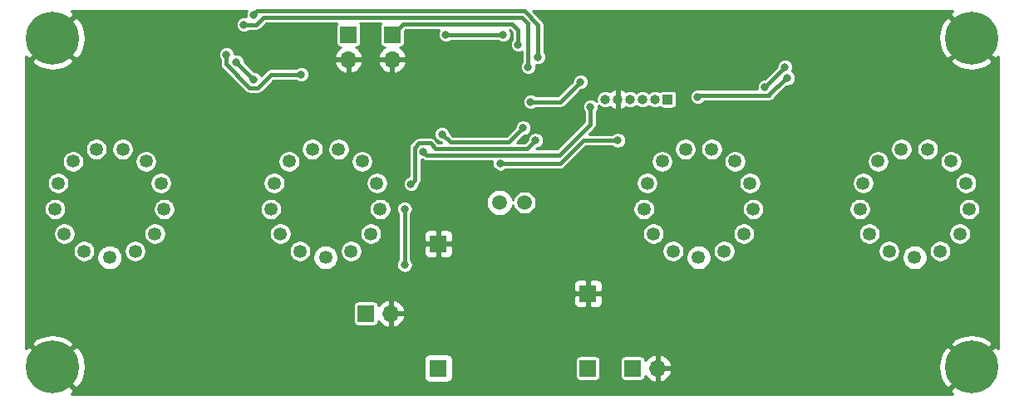
<source format=gbr>
G04 #@! TF.GenerationSoftware,KiCad,Pcbnew,(5.1.8)-1*
G04 #@! TF.CreationDate,2020-11-08T19:12:23+01:00*
G04 #@! TF.ProjectId,MainBoard,4d61696e-426f-4617-9264-2e6b69636164,rev?*
G04 #@! TF.SameCoordinates,Original*
G04 #@! TF.FileFunction,Copper,L2,Bot*
G04 #@! TF.FilePolarity,Positive*
%FSLAX46Y46*%
G04 Gerber Fmt 4.6, Leading zero omitted, Abs format (unit mm)*
G04 Created by KiCad (PCBNEW (5.1.8)-1) date 2020-11-08 19:12:23*
%MOMM*%
%LPD*%
G01*
G04 APERTURE LIST*
G04 #@! TA.AperFunction,ComponentPad*
%ADD10O,1.700000X1.700000*%
G04 #@! TD*
G04 #@! TA.AperFunction,ComponentPad*
%ADD11R,1.700000X1.700000*%
G04 #@! TD*
G04 #@! TA.AperFunction,ComponentPad*
%ADD12C,0.800000*%
G04 #@! TD*
G04 #@! TA.AperFunction,ComponentPad*
%ADD13C,5.400000*%
G04 #@! TD*
G04 #@! TA.AperFunction,ComponentPad*
%ADD14O,1.000000X1.000000*%
G04 #@! TD*
G04 #@! TA.AperFunction,ComponentPad*
%ADD15R,1.000000X1.000000*%
G04 #@! TD*
G04 #@! TA.AperFunction,ComponentPad*
%ADD16C,1.346200*%
G04 #@! TD*
G04 #@! TA.AperFunction,ComponentPad*
%ADD17C,1.500000*%
G04 #@! TD*
G04 #@! TA.AperFunction,ViaPad*
%ADD18C,0.800000*%
G04 #@! TD*
G04 #@! TA.AperFunction,Conductor*
%ADD19C,0.400000*%
G04 #@! TD*
G04 #@! TA.AperFunction,Conductor*
%ADD20C,0.254000*%
G04 #@! TD*
G04 #@! TA.AperFunction,Conductor*
%ADD21C,0.100000*%
G04 #@! TD*
G04 APERTURE END LIST*
D10*
X57658000Y-51308000D03*
D11*
X55118000Y-51308000D03*
D12*
X118231891Y-55368109D03*
X116800000Y-54775000D03*
X115368109Y-55368109D03*
X114775000Y-56800000D03*
X115368109Y-58231891D03*
X116800000Y-58825000D03*
X118231891Y-58231891D03*
X118825000Y-56800000D03*
D13*
X116800000Y-56800000D03*
D12*
X118231891Y-21768109D03*
X116800000Y-21175000D03*
X115368109Y-21768109D03*
X114775000Y-23200000D03*
X115368109Y-24631891D03*
X116800000Y-25225000D03*
X118231891Y-24631891D03*
X118825000Y-23200000D03*
D13*
X116800000Y-23200000D03*
D12*
X24631891Y-55368109D03*
X23200000Y-54775000D03*
X21768109Y-55368109D03*
X21175000Y-56800000D03*
X21768109Y-58231891D03*
X23200000Y-58825000D03*
X24631891Y-58231891D03*
X25225000Y-56800000D03*
D13*
X23200000Y-56800000D03*
D12*
X24631891Y-21768109D03*
X23200000Y-21175000D03*
X21768109Y-21768109D03*
X21175000Y-23200000D03*
X21768109Y-24631891D03*
X23200000Y-25225000D03*
X24631891Y-24631891D03*
X25225000Y-23200000D03*
D13*
X23200000Y-23200000D03*
D14*
X79502000Y-29464000D03*
X80772000Y-29464000D03*
X82042000Y-29464000D03*
X83312000Y-29464000D03*
X84582000Y-29464000D03*
D15*
X85852000Y-29464000D03*
D11*
X77724000Y-49276000D03*
X62484000Y-44196000D03*
X62484000Y-56896000D03*
X77724000Y-56896000D03*
D10*
X84836000Y-56896000D03*
D11*
X82296000Y-56896000D03*
D10*
X57785000Y-25400000D03*
D11*
X57785000Y-22860000D03*
D10*
X53340000Y-25400000D03*
D11*
X53340000Y-22860000D03*
D16*
X91602450Y-44958554D03*
X93608710Y-43181163D03*
X94559170Y-40675005D03*
X94236091Y-38014213D03*
X92713487Y-35808340D03*
X90340168Y-34562726D03*
X87659832Y-34562726D03*
X85286513Y-35808340D03*
X83763909Y-38014213D03*
X83440830Y-40675005D03*
X84391290Y-43181163D03*
X86397550Y-44958554D03*
X89000000Y-45600000D03*
X31602450Y-44958554D03*
X33608710Y-43181163D03*
X34559170Y-40675005D03*
X34236091Y-38014213D03*
X32713487Y-35808340D03*
X30340168Y-34562726D03*
X27659832Y-34562726D03*
X25286513Y-35808340D03*
X23763909Y-38014213D03*
X23440830Y-40675005D03*
X24391290Y-43181163D03*
X26397550Y-44958554D03*
X29000000Y-45600000D03*
X113602450Y-44958554D03*
X115608710Y-43181163D03*
X116559170Y-40675005D03*
X116236091Y-38014213D03*
X114713487Y-35808340D03*
X112340168Y-34562726D03*
X109659832Y-34562726D03*
X107286513Y-35808340D03*
X105763909Y-38014213D03*
X105440830Y-40675005D03*
X106391290Y-43181163D03*
X108397550Y-44958554D03*
X111000000Y-45600000D03*
X53602450Y-44958554D03*
X55608710Y-43181163D03*
X56559170Y-40675005D03*
X56236091Y-38014213D03*
X54713487Y-35808340D03*
X52340168Y-34562726D03*
X49659832Y-34562726D03*
X47286513Y-35808340D03*
X45763909Y-38014213D03*
X45440830Y-40675005D03*
X46391290Y-43181163D03*
X48397550Y-44958554D03*
X51000000Y-45600000D03*
D17*
X68730000Y-40000000D03*
X71270000Y-40000000D03*
D18*
X66040000Y-45720000D03*
X67310000Y-54610000D03*
X67310000Y-45720000D03*
X68580000Y-54610000D03*
X66040000Y-54610000D03*
X68580000Y-45720000D03*
X64770000Y-54610000D03*
X64770000Y-45720000D03*
X69850000Y-54610000D03*
X69850000Y-45720000D03*
X90932000Y-23622000D03*
X69215000Y-26035000D03*
X69215000Y-29845000D03*
X61595000Y-31750000D03*
X56515000Y-30480000D03*
X60960000Y-24130000D03*
X49530000Y-24130000D03*
X38100000Y-29845000D03*
X41910000Y-31115000D03*
X98425000Y-30480000D03*
X102870000Y-29210000D03*
X109855000Y-41275000D03*
X86995000Y-40640000D03*
X53340000Y-40640000D03*
X30480000Y-41275000D03*
X39370000Y-46355000D03*
X100965000Y-46355000D03*
X78105000Y-39370000D03*
X99695000Y-21590000D03*
X40640000Y-21590000D03*
X48260000Y-22860000D03*
X97155000Y-21590000D03*
X82804000Y-49530000D03*
X83058000Y-25146000D03*
X77216000Y-25908000D03*
X76708000Y-21844000D03*
X41910000Y-25654000D03*
X43688000Y-27432000D03*
X95758000Y-28194000D03*
X97790000Y-26162000D03*
X80772000Y-33655000D03*
X68800000Y-36000000D03*
X62865000Y-33020000D03*
X71120000Y-32385000D03*
X48514000Y-26924000D03*
X40894000Y-24892000D03*
X71628000Y-26162000D03*
X42672000Y-21844000D03*
X43688000Y-20828000D03*
X72644000Y-25146000D03*
X88900000Y-29210000D03*
X98044000Y-27305000D03*
X77978000Y-30226000D03*
X60960000Y-34798000D03*
X70612000Y-23876000D03*
X71882000Y-29718000D03*
X76962000Y-27686000D03*
X63246000Y-22860000D03*
X69088000Y-22860000D03*
X59690000Y-38100000D03*
X72390000Y-33655000D03*
X59055000Y-40640000D03*
X59055000Y-46355000D03*
D19*
X41910000Y-25654000D02*
X43688000Y-27432000D01*
X97790000Y-26162000D02*
X95758000Y-28194000D01*
X68800000Y-36000000D02*
X74901252Y-36000000D01*
X74901252Y-36000000D02*
X77246252Y-33655000D01*
X80772000Y-33655000D02*
X77246252Y-33655000D01*
X43279999Y-28282001D02*
X44096001Y-28282001D01*
X40894000Y-24892000D02*
X40894000Y-25896002D01*
X40894000Y-25896002D02*
X43279999Y-28282001D01*
X45454002Y-26924000D02*
X44096001Y-28282001D01*
X48514000Y-26924000D02*
X45454002Y-26924000D01*
X71120000Y-32385000D02*
X69655021Y-33849979D01*
X63694979Y-33849979D02*
X62865000Y-33020000D01*
X69655021Y-33849979D02*
X63694979Y-33849979D01*
X71628000Y-21747252D02*
X71005768Y-21125020D01*
X43930002Y-21844000D02*
X42672000Y-21844000D01*
X44648982Y-21125020D02*
X43930002Y-21844000D01*
X71005768Y-21125020D02*
X44648982Y-21125020D01*
X71628000Y-21747252D02*
X71628000Y-26162000D01*
X72644000Y-21844000D02*
X71275010Y-20475010D01*
X44040990Y-20475010D02*
X43688000Y-20828000D01*
X71275010Y-20475010D02*
X44040990Y-20475010D01*
X72644000Y-21844000D02*
X72644000Y-25146000D01*
X89065999Y-29044001D02*
X88900000Y-29210000D01*
X96177999Y-29044001D02*
X89065999Y-29044001D01*
X74832001Y-35149999D02*
X61311999Y-35149999D01*
X61311999Y-35149999D02*
X60960000Y-34798000D01*
X97905002Y-27305000D02*
X98044000Y-27305000D01*
X96177999Y-29032003D02*
X97905002Y-27305000D01*
X96177999Y-29044001D02*
X96177999Y-29032003D01*
X77978000Y-32004000D02*
X74832001Y-35149999D01*
X77978000Y-30226000D02*
X77978000Y-32004000D01*
X70612000Y-22352000D02*
X70035030Y-21775030D01*
X58869970Y-21775030D02*
X57785000Y-22860000D01*
X70612000Y-23876000D02*
X70612000Y-22352000D01*
X58869970Y-21775030D02*
X70035030Y-21775030D01*
X63246000Y-22860000D02*
X69088000Y-22860000D01*
X74930000Y-29718000D02*
X76962000Y-27686000D01*
X71882000Y-29718000D02*
X74930000Y-29718000D01*
X60109999Y-34389999D02*
X60109999Y-37680001D01*
X60551999Y-33947999D02*
X60109999Y-34389999D01*
X60109999Y-37680001D02*
X59690000Y-38100000D01*
X62230000Y-34499989D02*
X61678010Y-33947999D01*
X71545011Y-34499989D02*
X62230000Y-34499989D01*
X61678010Y-33947999D02*
X60551999Y-33947999D01*
X72390000Y-33655000D02*
X71545011Y-34499989D01*
X59055000Y-41275000D02*
X59055000Y-40640000D01*
X59055000Y-41275000D02*
X59055000Y-46355000D01*
D20*
X42892782Y-20586773D02*
X42861000Y-20746548D01*
X42861000Y-20909452D01*
X42887705Y-21043705D01*
X42753452Y-21017000D01*
X42590548Y-21017000D01*
X42430773Y-21048782D01*
X42280269Y-21111123D01*
X42144819Y-21201628D01*
X42029628Y-21316819D01*
X41939123Y-21452269D01*
X41876782Y-21602773D01*
X41845000Y-21762548D01*
X41845000Y-21925452D01*
X41876782Y-22085227D01*
X41939123Y-22235731D01*
X42029628Y-22371181D01*
X42144819Y-22486372D01*
X42280269Y-22576877D01*
X42430773Y-22639218D01*
X42590548Y-22671000D01*
X42753452Y-22671000D01*
X42913227Y-22639218D01*
X43063731Y-22576877D01*
X43199181Y-22486372D01*
X43214553Y-22471000D01*
X43899208Y-22471000D01*
X43930002Y-22474033D01*
X43960796Y-22471000D01*
X44052915Y-22461927D01*
X44171105Y-22426075D01*
X44280030Y-22367853D01*
X44375503Y-22289501D01*
X44395140Y-22265573D01*
X44908694Y-21752020D01*
X52149334Y-21752020D01*
X52133245Y-21771624D01*
X52093595Y-21845804D01*
X52069178Y-21926293D01*
X52060934Y-22010000D01*
X52060934Y-23710000D01*
X52069178Y-23793707D01*
X52093595Y-23874196D01*
X52133245Y-23948376D01*
X52186605Y-24013395D01*
X52251624Y-24066755D01*
X52325804Y-24106405D01*
X52406293Y-24130822D01*
X52490000Y-24139066D01*
X52569035Y-24139066D01*
X52458645Y-24204822D01*
X52242412Y-24399731D01*
X52068359Y-24633080D01*
X51943175Y-24895901D01*
X51898524Y-25043110D01*
X52019845Y-25273000D01*
X53213000Y-25273000D01*
X53213000Y-25253000D01*
X53467000Y-25253000D01*
X53467000Y-25273000D01*
X54660155Y-25273000D01*
X54781476Y-25043110D01*
X54736825Y-24895901D01*
X54611641Y-24633080D01*
X54437588Y-24399731D01*
X54221355Y-24204822D01*
X54110965Y-24139066D01*
X54190000Y-24139066D01*
X54273707Y-24130822D01*
X54354196Y-24106405D01*
X54428376Y-24066755D01*
X54493395Y-24013395D01*
X54546755Y-23948376D01*
X54586405Y-23874196D01*
X54610822Y-23793707D01*
X54619066Y-23710000D01*
X54619066Y-22010000D01*
X54610822Y-21926293D01*
X54586405Y-21845804D01*
X54546755Y-21771624D01*
X54530666Y-21752020D01*
X56594334Y-21752020D01*
X56578245Y-21771624D01*
X56538595Y-21845804D01*
X56514178Y-21926293D01*
X56505934Y-22010000D01*
X56505934Y-23710000D01*
X56514178Y-23793707D01*
X56538595Y-23874196D01*
X56578245Y-23948376D01*
X56631605Y-24013395D01*
X56696624Y-24066755D01*
X56770804Y-24106405D01*
X56851293Y-24130822D01*
X56935000Y-24139066D01*
X57014035Y-24139066D01*
X56903645Y-24204822D01*
X56687412Y-24399731D01*
X56513359Y-24633080D01*
X56388175Y-24895901D01*
X56343524Y-25043110D01*
X56464845Y-25273000D01*
X57658000Y-25273000D01*
X57658000Y-25253000D01*
X57912000Y-25253000D01*
X57912000Y-25273000D01*
X59105155Y-25273000D01*
X59226476Y-25043110D01*
X59181825Y-24895901D01*
X59056641Y-24633080D01*
X58882588Y-24399731D01*
X58666355Y-24204822D01*
X58555965Y-24139066D01*
X58635000Y-24139066D01*
X58718707Y-24130822D01*
X58799196Y-24106405D01*
X58873376Y-24066755D01*
X58938395Y-24013395D01*
X58991755Y-23948376D01*
X59031405Y-23874196D01*
X59055822Y-23793707D01*
X59064066Y-23710000D01*
X59064066Y-22467646D01*
X59129682Y-22402030D01*
X62557383Y-22402030D01*
X62513123Y-22468269D01*
X62450782Y-22618773D01*
X62419000Y-22778548D01*
X62419000Y-22941452D01*
X62450782Y-23101227D01*
X62513123Y-23251731D01*
X62603628Y-23387181D01*
X62718819Y-23502372D01*
X62854269Y-23592877D01*
X63004773Y-23655218D01*
X63164548Y-23687000D01*
X63327452Y-23687000D01*
X63487227Y-23655218D01*
X63637731Y-23592877D01*
X63773181Y-23502372D01*
X63788553Y-23487000D01*
X68545447Y-23487000D01*
X68560819Y-23502372D01*
X68696269Y-23592877D01*
X68846773Y-23655218D01*
X69006548Y-23687000D01*
X69169452Y-23687000D01*
X69329227Y-23655218D01*
X69479731Y-23592877D01*
X69615181Y-23502372D01*
X69730372Y-23387181D01*
X69820877Y-23251731D01*
X69883218Y-23101227D01*
X69915000Y-22941452D01*
X69915000Y-22778548D01*
X69883218Y-22618773D01*
X69820877Y-22468269D01*
X69779233Y-22405944D01*
X69985001Y-22611712D01*
X69985000Y-23333447D01*
X69969628Y-23348819D01*
X69879123Y-23484269D01*
X69816782Y-23634773D01*
X69785000Y-23794548D01*
X69785000Y-23957452D01*
X69816782Y-24117227D01*
X69879123Y-24267731D01*
X69969628Y-24403181D01*
X70084819Y-24518372D01*
X70220269Y-24608877D01*
X70370773Y-24671218D01*
X70530548Y-24703000D01*
X70693452Y-24703000D01*
X70853227Y-24671218D01*
X71001001Y-24610008D01*
X71001001Y-25619446D01*
X70985628Y-25634819D01*
X70895123Y-25770269D01*
X70832782Y-25920773D01*
X70801000Y-26080548D01*
X70801000Y-26243452D01*
X70832782Y-26403227D01*
X70895123Y-26553731D01*
X70985628Y-26689181D01*
X71100819Y-26804372D01*
X71236269Y-26894877D01*
X71386773Y-26957218D01*
X71546548Y-26989000D01*
X71709452Y-26989000D01*
X71869227Y-26957218D01*
X72019731Y-26894877D01*
X72155181Y-26804372D01*
X72270372Y-26689181D01*
X72360877Y-26553731D01*
X72423218Y-26403227D01*
X72455000Y-26243452D01*
X72455000Y-26080548D01*
X72428295Y-25946295D01*
X72562548Y-25973000D01*
X72725452Y-25973000D01*
X72885227Y-25941218D01*
X73035731Y-25878877D01*
X73171181Y-25788372D01*
X73286372Y-25673181D01*
X73376877Y-25537731D01*
X73439218Y-25387227D01*
X73471000Y-25227452D01*
X73471000Y-25064548D01*
X73439218Y-24904773D01*
X73376877Y-24754269D01*
X73286372Y-24618819D01*
X73271000Y-24603447D01*
X73271000Y-23195431D01*
X113448866Y-23195431D01*
X113512366Y-23849293D01*
X113702208Y-24478203D01*
X114011096Y-25057992D01*
X114016172Y-25065589D01*
X114454626Y-25365769D01*
X116620395Y-23200000D01*
X114454626Y-21034231D01*
X114016172Y-21334411D01*
X113705704Y-21913356D01*
X113514148Y-22541746D01*
X113448866Y-23195431D01*
X73271000Y-23195431D01*
X73271000Y-21874793D01*
X73274033Y-21843999D01*
X73261927Y-21721087D01*
X73253983Y-21694898D01*
X73226075Y-21602897D01*
X73167853Y-21493972D01*
X73089501Y-21398499D01*
X73065579Y-21378867D01*
X72138711Y-20452000D01*
X114909882Y-20452000D01*
X114634231Y-20854626D01*
X116800000Y-23020395D01*
X116814143Y-23006253D01*
X116993748Y-23185858D01*
X116979605Y-23200000D01*
X119145374Y-25365769D01*
X119548000Y-25090118D01*
X119548001Y-54909883D01*
X119145374Y-54634231D01*
X116979605Y-56800000D01*
X116993748Y-56814143D01*
X116814143Y-56993748D01*
X116800000Y-56979605D01*
X114634231Y-59145374D01*
X114909882Y-59548000D01*
X25090118Y-59548000D01*
X25365769Y-59145374D01*
X23200000Y-56979605D01*
X23185858Y-56993748D01*
X23006253Y-56814143D01*
X23020395Y-56800000D01*
X23379605Y-56800000D01*
X25545374Y-58965769D01*
X25983828Y-58665589D01*
X26294296Y-58086644D01*
X26485852Y-57458254D01*
X26551134Y-56804569D01*
X26487634Y-56150707D01*
X26456028Y-56046000D01*
X61003967Y-56046000D01*
X61003967Y-57746000D01*
X61016073Y-57868913D01*
X61051925Y-57987103D01*
X61110147Y-58096028D01*
X61188499Y-58191501D01*
X61283972Y-58269853D01*
X61392897Y-58328075D01*
X61511087Y-58363927D01*
X61634000Y-58376033D01*
X63334000Y-58376033D01*
X63456913Y-58363927D01*
X63575103Y-58328075D01*
X63684028Y-58269853D01*
X63779501Y-58191501D01*
X63857853Y-58096028D01*
X63916075Y-57987103D01*
X63951927Y-57868913D01*
X63964033Y-57746000D01*
X63964033Y-56046000D01*
X76444934Y-56046000D01*
X76444934Y-57746000D01*
X76453178Y-57829707D01*
X76477595Y-57910196D01*
X76517245Y-57984376D01*
X76570605Y-58049395D01*
X76635624Y-58102755D01*
X76709804Y-58142405D01*
X76790293Y-58166822D01*
X76874000Y-58175066D01*
X78574000Y-58175066D01*
X78657707Y-58166822D01*
X78738196Y-58142405D01*
X78812376Y-58102755D01*
X78877395Y-58049395D01*
X78930755Y-57984376D01*
X78970405Y-57910196D01*
X78994822Y-57829707D01*
X79003066Y-57746000D01*
X79003066Y-56046000D01*
X81016934Y-56046000D01*
X81016934Y-57746000D01*
X81025178Y-57829707D01*
X81049595Y-57910196D01*
X81089245Y-57984376D01*
X81142605Y-58049395D01*
X81207624Y-58102755D01*
X81281804Y-58142405D01*
X81362293Y-58166822D01*
X81446000Y-58175066D01*
X83146000Y-58175066D01*
X83229707Y-58166822D01*
X83310196Y-58142405D01*
X83384376Y-58102755D01*
X83449395Y-58049395D01*
X83502755Y-57984376D01*
X83542405Y-57910196D01*
X83566822Y-57829707D01*
X83575066Y-57746000D01*
X83575066Y-57666965D01*
X83640822Y-57777355D01*
X83835731Y-57993588D01*
X84069080Y-58167641D01*
X84331901Y-58292825D01*
X84479110Y-58337476D01*
X84709000Y-58216155D01*
X84709000Y-57023000D01*
X84963000Y-57023000D01*
X84963000Y-58216155D01*
X85192890Y-58337476D01*
X85340099Y-58292825D01*
X85602920Y-58167641D01*
X85836269Y-57993588D01*
X86031178Y-57777355D01*
X86180157Y-57527252D01*
X86277481Y-57252891D01*
X86156814Y-57023000D01*
X84963000Y-57023000D01*
X84709000Y-57023000D01*
X84689000Y-57023000D01*
X84689000Y-56795431D01*
X113448866Y-56795431D01*
X113512366Y-57449293D01*
X113702208Y-58078203D01*
X114011096Y-58657992D01*
X114016172Y-58665589D01*
X114454626Y-58965769D01*
X116620395Y-56800000D01*
X114454626Y-54634231D01*
X114016172Y-54934411D01*
X113705704Y-55513356D01*
X113514148Y-56141746D01*
X113448866Y-56795431D01*
X84689000Y-56795431D01*
X84689000Y-56769000D01*
X84709000Y-56769000D01*
X84709000Y-55575845D01*
X84963000Y-55575845D01*
X84963000Y-56769000D01*
X86156814Y-56769000D01*
X86277481Y-56539109D01*
X86180157Y-56264748D01*
X86031178Y-56014645D01*
X85836269Y-55798412D01*
X85602920Y-55624359D01*
X85340099Y-55499175D01*
X85192890Y-55454524D01*
X84963000Y-55575845D01*
X84709000Y-55575845D01*
X84479110Y-55454524D01*
X84331901Y-55499175D01*
X84069080Y-55624359D01*
X83835731Y-55798412D01*
X83640822Y-56014645D01*
X83575066Y-56125035D01*
X83575066Y-56046000D01*
X83566822Y-55962293D01*
X83542405Y-55881804D01*
X83502755Y-55807624D01*
X83449395Y-55742605D01*
X83384376Y-55689245D01*
X83310196Y-55649595D01*
X83229707Y-55625178D01*
X83146000Y-55616934D01*
X81446000Y-55616934D01*
X81362293Y-55625178D01*
X81281804Y-55649595D01*
X81207624Y-55689245D01*
X81142605Y-55742605D01*
X81089245Y-55807624D01*
X81049595Y-55881804D01*
X81025178Y-55962293D01*
X81016934Y-56046000D01*
X79003066Y-56046000D01*
X78994822Y-55962293D01*
X78970405Y-55881804D01*
X78930755Y-55807624D01*
X78877395Y-55742605D01*
X78812376Y-55689245D01*
X78738196Y-55649595D01*
X78657707Y-55625178D01*
X78574000Y-55616934D01*
X76874000Y-55616934D01*
X76790293Y-55625178D01*
X76709804Y-55649595D01*
X76635624Y-55689245D01*
X76570605Y-55742605D01*
X76517245Y-55807624D01*
X76477595Y-55881804D01*
X76453178Y-55962293D01*
X76444934Y-56046000D01*
X63964033Y-56046000D01*
X63951927Y-55923087D01*
X63916075Y-55804897D01*
X63857853Y-55695972D01*
X63779501Y-55600499D01*
X63684028Y-55522147D01*
X63575103Y-55463925D01*
X63456913Y-55428073D01*
X63334000Y-55415967D01*
X61634000Y-55415967D01*
X61511087Y-55428073D01*
X61392897Y-55463925D01*
X61283972Y-55522147D01*
X61188499Y-55600499D01*
X61110147Y-55695972D01*
X61051925Y-55804897D01*
X61016073Y-55923087D01*
X61003967Y-56046000D01*
X26456028Y-56046000D01*
X26297792Y-55521797D01*
X25988904Y-54942008D01*
X25983828Y-54934411D01*
X25545374Y-54634231D01*
X23379605Y-56800000D01*
X23020395Y-56800000D01*
X20854626Y-54634231D01*
X20452000Y-54909882D01*
X20452000Y-54454626D01*
X21034231Y-54454626D01*
X23200000Y-56620395D01*
X25365769Y-54454626D01*
X114634231Y-54454626D01*
X116800000Y-56620395D01*
X118965769Y-54454626D01*
X118665589Y-54016172D01*
X118086644Y-53705704D01*
X117458254Y-53514148D01*
X116804569Y-53448866D01*
X116150707Y-53512366D01*
X115521797Y-53702208D01*
X114942008Y-54011096D01*
X114934411Y-54016172D01*
X114634231Y-54454626D01*
X25365769Y-54454626D01*
X25065589Y-54016172D01*
X24486644Y-53705704D01*
X23858254Y-53514148D01*
X23204569Y-53448866D01*
X22550707Y-53512366D01*
X21921797Y-53702208D01*
X21342008Y-54011096D01*
X21334411Y-54016172D01*
X21034231Y-54454626D01*
X20452000Y-54454626D01*
X20452000Y-50458000D01*
X53838934Y-50458000D01*
X53838934Y-52158000D01*
X53847178Y-52241707D01*
X53871595Y-52322196D01*
X53911245Y-52396376D01*
X53964605Y-52461395D01*
X54029624Y-52514755D01*
X54103804Y-52554405D01*
X54184293Y-52578822D01*
X54268000Y-52587066D01*
X55968000Y-52587066D01*
X56051707Y-52578822D01*
X56132196Y-52554405D01*
X56206376Y-52514755D01*
X56271395Y-52461395D01*
X56324755Y-52396376D01*
X56364405Y-52322196D01*
X56388822Y-52241707D01*
X56397066Y-52158000D01*
X56397066Y-52078965D01*
X56462822Y-52189355D01*
X56657731Y-52405588D01*
X56891080Y-52579641D01*
X57153901Y-52704825D01*
X57301110Y-52749476D01*
X57531000Y-52628155D01*
X57531000Y-51435000D01*
X57785000Y-51435000D01*
X57785000Y-52628155D01*
X58014890Y-52749476D01*
X58162099Y-52704825D01*
X58424920Y-52579641D01*
X58658269Y-52405588D01*
X58853178Y-52189355D01*
X59002157Y-51939252D01*
X59099481Y-51664891D01*
X58978814Y-51435000D01*
X57785000Y-51435000D01*
X57531000Y-51435000D01*
X57511000Y-51435000D01*
X57511000Y-51181000D01*
X57531000Y-51181000D01*
X57531000Y-49987845D01*
X57785000Y-49987845D01*
X57785000Y-51181000D01*
X58978814Y-51181000D01*
X59099481Y-50951109D01*
X59002157Y-50676748D01*
X58853178Y-50426645D01*
X58658269Y-50210412D01*
X58545100Y-50126000D01*
X76235928Y-50126000D01*
X76248188Y-50250482D01*
X76284498Y-50370180D01*
X76343463Y-50480494D01*
X76422815Y-50577185D01*
X76519506Y-50656537D01*
X76629820Y-50715502D01*
X76749518Y-50751812D01*
X76874000Y-50764072D01*
X77438250Y-50761000D01*
X77597000Y-50602250D01*
X77597000Y-49403000D01*
X77851000Y-49403000D01*
X77851000Y-50602250D01*
X78009750Y-50761000D01*
X78574000Y-50764072D01*
X78698482Y-50751812D01*
X78818180Y-50715502D01*
X78928494Y-50656537D01*
X79025185Y-50577185D01*
X79104537Y-50480494D01*
X79163502Y-50370180D01*
X79199812Y-50250482D01*
X79212072Y-50126000D01*
X79209000Y-49561750D01*
X79050250Y-49403000D01*
X77851000Y-49403000D01*
X77597000Y-49403000D01*
X76397750Y-49403000D01*
X76239000Y-49561750D01*
X76235928Y-50126000D01*
X58545100Y-50126000D01*
X58424920Y-50036359D01*
X58162099Y-49911175D01*
X58014890Y-49866524D01*
X57785000Y-49987845D01*
X57531000Y-49987845D01*
X57301110Y-49866524D01*
X57153901Y-49911175D01*
X56891080Y-50036359D01*
X56657731Y-50210412D01*
X56462822Y-50426645D01*
X56397066Y-50537035D01*
X56397066Y-50458000D01*
X56388822Y-50374293D01*
X56364405Y-50293804D01*
X56324755Y-50219624D01*
X56271395Y-50154605D01*
X56206376Y-50101245D01*
X56132196Y-50061595D01*
X56051707Y-50037178D01*
X55968000Y-50028934D01*
X54268000Y-50028934D01*
X54184293Y-50037178D01*
X54103804Y-50061595D01*
X54029624Y-50101245D01*
X53964605Y-50154605D01*
X53911245Y-50219624D01*
X53871595Y-50293804D01*
X53847178Y-50374293D01*
X53838934Y-50458000D01*
X20452000Y-50458000D01*
X20452000Y-48426000D01*
X76235928Y-48426000D01*
X76239000Y-48990250D01*
X76397750Y-49149000D01*
X77597000Y-49149000D01*
X77597000Y-47949750D01*
X77851000Y-47949750D01*
X77851000Y-49149000D01*
X79050250Y-49149000D01*
X79209000Y-48990250D01*
X79212072Y-48426000D01*
X79199812Y-48301518D01*
X79163502Y-48181820D01*
X79104537Y-48071506D01*
X79025185Y-47974815D01*
X78928494Y-47895463D01*
X78818180Y-47836498D01*
X78698482Y-47800188D01*
X78574000Y-47787928D01*
X78009750Y-47791000D01*
X77851000Y-47949750D01*
X77597000Y-47949750D01*
X77438250Y-47791000D01*
X76874000Y-47787928D01*
X76749518Y-47800188D01*
X76629820Y-47836498D01*
X76519506Y-47895463D01*
X76422815Y-47974815D01*
X76343463Y-48071506D01*
X76284498Y-48181820D01*
X76248188Y-48301518D01*
X76235928Y-48426000D01*
X20452000Y-48426000D01*
X20452000Y-44847249D01*
X25267450Y-44847249D01*
X25267450Y-45069859D01*
X25310879Y-45288192D01*
X25396068Y-45493857D01*
X25519744Y-45678951D01*
X25677153Y-45836360D01*
X25862247Y-45960036D01*
X26067912Y-46045225D01*
X26286245Y-46088654D01*
X26508855Y-46088654D01*
X26727188Y-46045225D01*
X26932853Y-45960036D01*
X27117947Y-45836360D01*
X27275356Y-45678951D01*
X27399032Y-45493857D01*
X27408105Y-45471951D01*
X27699900Y-45471951D01*
X27699900Y-45728049D01*
X27749862Y-45979225D01*
X27847866Y-46215828D01*
X27990146Y-46428766D01*
X28171234Y-46609854D01*
X28384172Y-46752134D01*
X28620775Y-46850138D01*
X28871951Y-46900100D01*
X29128049Y-46900100D01*
X29379225Y-46850138D01*
X29615828Y-46752134D01*
X29828766Y-46609854D01*
X30009854Y-46428766D01*
X30152134Y-46215828D01*
X30250138Y-45979225D01*
X30300100Y-45728049D01*
X30300100Y-45471951D01*
X30250138Y-45220775D01*
X30152134Y-44984172D01*
X30060646Y-44847249D01*
X30472350Y-44847249D01*
X30472350Y-45069859D01*
X30515779Y-45288192D01*
X30600968Y-45493857D01*
X30724644Y-45678951D01*
X30882053Y-45836360D01*
X31067147Y-45960036D01*
X31272812Y-46045225D01*
X31491145Y-46088654D01*
X31713755Y-46088654D01*
X31932088Y-46045225D01*
X32137753Y-45960036D01*
X32322847Y-45836360D01*
X32480256Y-45678951D01*
X32603932Y-45493857D01*
X32689121Y-45288192D01*
X32732550Y-45069859D01*
X32732550Y-44847249D01*
X47267450Y-44847249D01*
X47267450Y-45069859D01*
X47310879Y-45288192D01*
X47396068Y-45493857D01*
X47519744Y-45678951D01*
X47677153Y-45836360D01*
X47862247Y-45960036D01*
X48067912Y-46045225D01*
X48286245Y-46088654D01*
X48508855Y-46088654D01*
X48727188Y-46045225D01*
X48932853Y-45960036D01*
X49117947Y-45836360D01*
X49275356Y-45678951D01*
X49399032Y-45493857D01*
X49408105Y-45471951D01*
X49699900Y-45471951D01*
X49699900Y-45728049D01*
X49749862Y-45979225D01*
X49847866Y-46215828D01*
X49990146Y-46428766D01*
X50171234Y-46609854D01*
X50384172Y-46752134D01*
X50620775Y-46850138D01*
X50871951Y-46900100D01*
X51128049Y-46900100D01*
X51379225Y-46850138D01*
X51615828Y-46752134D01*
X51828766Y-46609854D01*
X52009854Y-46428766D01*
X52152134Y-46215828D01*
X52250138Y-45979225D01*
X52300100Y-45728049D01*
X52300100Y-45471951D01*
X52250138Y-45220775D01*
X52152134Y-44984172D01*
X52060646Y-44847249D01*
X52472350Y-44847249D01*
X52472350Y-45069859D01*
X52515779Y-45288192D01*
X52600968Y-45493857D01*
X52724644Y-45678951D01*
X52882053Y-45836360D01*
X53067147Y-45960036D01*
X53272812Y-46045225D01*
X53491145Y-46088654D01*
X53713755Y-46088654D01*
X53932088Y-46045225D01*
X54137753Y-45960036D01*
X54322847Y-45836360D01*
X54480256Y-45678951D01*
X54603932Y-45493857D01*
X54689121Y-45288192D01*
X54732550Y-45069859D01*
X54732550Y-44847249D01*
X54689121Y-44628916D01*
X54603932Y-44423251D01*
X54480256Y-44238157D01*
X54322847Y-44080748D01*
X54137753Y-43957072D01*
X53932088Y-43871883D01*
X53713755Y-43828454D01*
X53491145Y-43828454D01*
X53272812Y-43871883D01*
X53067147Y-43957072D01*
X52882053Y-44080748D01*
X52724644Y-44238157D01*
X52600968Y-44423251D01*
X52515779Y-44628916D01*
X52472350Y-44847249D01*
X52060646Y-44847249D01*
X52009854Y-44771234D01*
X51828766Y-44590146D01*
X51615828Y-44447866D01*
X51379225Y-44349862D01*
X51128049Y-44299900D01*
X50871951Y-44299900D01*
X50620775Y-44349862D01*
X50384172Y-44447866D01*
X50171234Y-44590146D01*
X49990146Y-44771234D01*
X49847866Y-44984172D01*
X49749862Y-45220775D01*
X49699900Y-45471951D01*
X49408105Y-45471951D01*
X49484221Y-45288192D01*
X49527650Y-45069859D01*
X49527650Y-44847249D01*
X49484221Y-44628916D01*
X49399032Y-44423251D01*
X49275356Y-44238157D01*
X49117947Y-44080748D01*
X48932853Y-43957072D01*
X48727188Y-43871883D01*
X48508855Y-43828454D01*
X48286245Y-43828454D01*
X48067912Y-43871883D01*
X47862247Y-43957072D01*
X47677153Y-44080748D01*
X47519744Y-44238157D01*
X47396068Y-44423251D01*
X47310879Y-44628916D01*
X47267450Y-44847249D01*
X32732550Y-44847249D01*
X32689121Y-44628916D01*
X32603932Y-44423251D01*
X32480256Y-44238157D01*
X32322847Y-44080748D01*
X32137753Y-43957072D01*
X31932088Y-43871883D01*
X31713755Y-43828454D01*
X31491145Y-43828454D01*
X31272812Y-43871883D01*
X31067147Y-43957072D01*
X30882053Y-44080748D01*
X30724644Y-44238157D01*
X30600968Y-44423251D01*
X30515779Y-44628916D01*
X30472350Y-44847249D01*
X30060646Y-44847249D01*
X30009854Y-44771234D01*
X29828766Y-44590146D01*
X29615828Y-44447866D01*
X29379225Y-44349862D01*
X29128049Y-44299900D01*
X28871951Y-44299900D01*
X28620775Y-44349862D01*
X28384172Y-44447866D01*
X28171234Y-44590146D01*
X27990146Y-44771234D01*
X27847866Y-44984172D01*
X27749862Y-45220775D01*
X27699900Y-45471951D01*
X27408105Y-45471951D01*
X27484221Y-45288192D01*
X27527650Y-45069859D01*
X27527650Y-44847249D01*
X27484221Y-44628916D01*
X27399032Y-44423251D01*
X27275356Y-44238157D01*
X27117947Y-44080748D01*
X26932853Y-43957072D01*
X26727188Y-43871883D01*
X26508855Y-43828454D01*
X26286245Y-43828454D01*
X26067912Y-43871883D01*
X25862247Y-43957072D01*
X25677153Y-44080748D01*
X25519744Y-44238157D01*
X25396068Y-44423251D01*
X25310879Y-44628916D01*
X25267450Y-44847249D01*
X20452000Y-44847249D01*
X20452000Y-43069858D01*
X23261190Y-43069858D01*
X23261190Y-43292468D01*
X23304619Y-43510801D01*
X23389808Y-43716466D01*
X23513484Y-43901560D01*
X23670893Y-44058969D01*
X23855987Y-44182645D01*
X24061652Y-44267834D01*
X24279985Y-44311263D01*
X24502595Y-44311263D01*
X24720928Y-44267834D01*
X24926593Y-44182645D01*
X25111687Y-44058969D01*
X25269096Y-43901560D01*
X25392772Y-43716466D01*
X25477961Y-43510801D01*
X25521390Y-43292468D01*
X25521390Y-43069858D01*
X32478610Y-43069858D01*
X32478610Y-43292468D01*
X32522039Y-43510801D01*
X32607228Y-43716466D01*
X32730904Y-43901560D01*
X32888313Y-44058969D01*
X33073407Y-44182645D01*
X33279072Y-44267834D01*
X33497405Y-44311263D01*
X33720015Y-44311263D01*
X33938348Y-44267834D01*
X34144013Y-44182645D01*
X34329107Y-44058969D01*
X34486516Y-43901560D01*
X34610192Y-43716466D01*
X34695381Y-43510801D01*
X34738810Y-43292468D01*
X34738810Y-43069858D01*
X45261190Y-43069858D01*
X45261190Y-43292468D01*
X45304619Y-43510801D01*
X45389808Y-43716466D01*
X45513484Y-43901560D01*
X45670893Y-44058969D01*
X45855987Y-44182645D01*
X46061652Y-44267834D01*
X46279985Y-44311263D01*
X46502595Y-44311263D01*
X46720928Y-44267834D01*
X46926593Y-44182645D01*
X47111687Y-44058969D01*
X47269096Y-43901560D01*
X47392772Y-43716466D01*
X47477961Y-43510801D01*
X47521390Y-43292468D01*
X47521390Y-43069858D01*
X54478610Y-43069858D01*
X54478610Y-43292468D01*
X54522039Y-43510801D01*
X54607228Y-43716466D01*
X54730904Y-43901560D01*
X54888313Y-44058969D01*
X55073407Y-44182645D01*
X55279072Y-44267834D01*
X55497405Y-44311263D01*
X55720015Y-44311263D01*
X55938348Y-44267834D01*
X56144013Y-44182645D01*
X56329107Y-44058969D01*
X56486516Y-43901560D01*
X56610192Y-43716466D01*
X56695381Y-43510801D01*
X56738810Y-43292468D01*
X56738810Y-43069858D01*
X56695381Y-42851525D01*
X56610192Y-42645860D01*
X56486516Y-42460766D01*
X56329107Y-42303357D01*
X56144013Y-42179681D01*
X55938348Y-42094492D01*
X55720015Y-42051063D01*
X55497405Y-42051063D01*
X55279072Y-42094492D01*
X55073407Y-42179681D01*
X54888313Y-42303357D01*
X54730904Y-42460766D01*
X54607228Y-42645860D01*
X54522039Y-42851525D01*
X54478610Y-43069858D01*
X47521390Y-43069858D01*
X47477961Y-42851525D01*
X47392772Y-42645860D01*
X47269096Y-42460766D01*
X47111687Y-42303357D01*
X46926593Y-42179681D01*
X46720928Y-42094492D01*
X46502595Y-42051063D01*
X46279985Y-42051063D01*
X46061652Y-42094492D01*
X45855987Y-42179681D01*
X45670893Y-42303357D01*
X45513484Y-42460766D01*
X45389808Y-42645860D01*
X45304619Y-42851525D01*
X45261190Y-43069858D01*
X34738810Y-43069858D01*
X34695381Y-42851525D01*
X34610192Y-42645860D01*
X34486516Y-42460766D01*
X34329107Y-42303357D01*
X34144013Y-42179681D01*
X33938348Y-42094492D01*
X33720015Y-42051063D01*
X33497405Y-42051063D01*
X33279072Y-42094492D01*
X33073407Y-42179681D01*
X32888313Y-42303357D01*
X32730904Y-42460766D01*
X32607228Y-42645860D01*
X32522039Y-42851525D01*
X32478610Y-43069858D01*
X25521390Y-43069858D01*
X25477961Y-42851525D01*
X25392772Y-42645860D01*
X25269096Y-42460766D01*
X25111687Y-42303357D01*
X24926593Y-42179681D01*
X24720928Y-42094492D01*
X24502595Y-42051063D01*
X24279985Y-42051063D01*
X24061652Y-42094492D01*
X23855987Y-42179681D01*
X23670893Y-42303357D01*
X23513484Y-42460766D01*
X23389808Y-42645860D01*
X23304619Y-42851525D01*
X23261190Y-43069858D01*
X20452000Y-43069858D01*
X20452000Y-40563700D01*
X22310730Y-40563700D01*
X22310730Y-40786310D01*
X22354159Y-41004643D01*
X22439348Y-41210308D01*
X22563024Y-41395402D01*
X22720433Y-41552811D01*
X22905527Y-41676487D01*
X23111192Y-41761676D01*
X23329525Y-41805105D01*
X23552135Y-41805105D01*
X23770468Y-41761676D01*
X23976133Y-41676487D01*
X24161227Y-41552811D01*
X24318636Y-41395402D01*
X24442312Y-41210308D01*
X24527501Y-41004643D01*
X24570930Y-40786310D01*
X24570930Y-40563700D01*
X33429070Y-40563700D01*
X33429070Y-40786310D01*
X33472499Y-41004643D01*
X33557688Y-41210308D01*
X33681364Y-41395402D01*
X33838773Y-41552811D01*
X34023867Y-41676487D01*
X34229532Y-41761676D01*
X34447865Y-41805105D01*
X34670475Y-41805105D01*
X34888808Y-41761676D01*
X35094473Y-41676487D01*
X35279567Y-41552811D01*
X35436976Y-41395402D01*
X35560652Y-41210308D01*
X35645841Y-41004643D01*
X35689270Y-40786310D01*
X35689270Y-40563700D01*
X44310730Y-40563700D01*
X44310730Y-40786310D01*
X44354159Y-41004643D01*
X44439348Y-41210308D01*
X44563024Y-41395402D01*
X44720433Y-41552811D01*
X44905527Y-41676487D01*
X45111192Y-41761676D01*
X45329525Y-41805105D01*
X45552135Y-41805105D01*
X45770468Y-41761676D01*
X45976133Y-41676487D01*
X46161227Y-41552811D01*
X46318636Y-41395402D01*
X46442312Y-41210308D01*
X46527501Y-41004643D01*
X46570930Y-40786310D01*
X46570930Y-40563700D01*
X55429070Y-40563700D01*
X55429070Y-40786310D01*
X55472499Y-41004643D01*
X55557688Y-41210308D01*
X55681364Y-41395402D01*
X55838773Y-41552811D01*
X56023867Y-41676487D01*
X56229532Y-41761676D01*
X56447865Y-41805105D01*
X56670475Y-41805105D01*
X56888808Y-41761676D01*
X57094473Y-41676487D01*
X57279567Y-41552811D01*
X57436976Y-41395402D01*
X57560652Y-41210308D01*
X57645841Y-41004643D01*
X57689270Y-40786310D01*
X57689270Y-40563700D01*
X57688246Y-40558548D01*
X58228000Y-40558548D01*
X58228000Y-40721452D01*
X58259782Y-40881227D01*
X58322123Y-41031731D01*
X58412628Y-41167181D01*
X58428000Y-41182553D01*
X58428000Y-41244207D01*
X58428001Y-45812446D01*
X58412628Y-45827819D01*
X58322123Y-45963269D01*
X58259782Y-46113773D01*
X58228000Y-46273548D01*
X58228000Y-46436452D01*
X58259782Y-46596227D01*
X58322123Y-46746731D01*
X58412628Y-46882181D01*
X58527819Y-46997372D01*
X58663269Y-47087877D01*
X58813773Y-47150218D01*
X58973548Y-47182000D01*
X59136452Y-47182000D01*
X59296227Y-47150218D01*
X59446731Y-47087877D01*
X59582181Y-46997372D01*
X59697372Y-46882181D01*
X59787877Y-46746731D01*
X59850218Y-46596227D01*
X59882000Y-46436452D01*
X59882000Y-46273548D01*
X59850218Y-46113773D01*
X59787877Y-45963269D01*
X59697372Y-45827819D01*
X59682000Y-45812447D01*
X59682000Y-45046000D01*
X60995928Y-45046000D01*
X61008188Y-45170482D01*
X61044498Y-45290180D01*
X61103463Y-45400494D01*
X61182815Y-45497185D01*
X61279506Y-45576537D01*
X61389820Y-45635502D01*
X61509518Y-45671812D01*
X61634000Y-45684072D01*
X62198250Y-45681000D01*
X62357000Y-45522250D01*
X62357000Y-44323000D01*
X62611000Y-44323000D01*
X62611000Y-45522250D01*
X62769750Y-45681000D01*
X63334000Y-45684072D01*
X63458482Y-45671812D01*
X63578180Y-45635502D01*
X63688494Y-45576537D01*
X63785185Y-45497185D01*
X63864537Y-45400494D01*
X63923502Y-45290180D01*
X63959812Y-45170482D01*
X63972072Y-45046000D01*
X63970990Y-44847249D01*
X85267450Y-44847249D01*
X85267450Y-45069859D01*
X85310879Y-45288192D01*
X85396068Y-45493857D01*
X85519744Y-45678951D01*
X85677153Y-45836360D01*
X85862247Y-45960036D01*
X86067912Y-46045225D01*
X86286245Y-46088654D01*
X86508855Y-46088654D01*
X86727188Y-46045225D01*
X86932853Y-45960036D01*
X87117947Y-45836360D01*
X87275356Y-45678951D01*
X87399032Y-45493857D01*
X87408105Y-45471951D01*
X87699900Y-45471951D01*
X87699900Y-45728049D01*
X87749862Y-45979225D01*
X87847866Y-46215828D01*
X87990146Y-46428766D01*
X88171234Y-46609854D01*
X88384172Y-46752134D01*
X88620775Y-46850138D01*
X88871951Y-46900100D01*
X89128049Y-46900100D01*
X89379225Y-46850138D01*
X89615828Y-46752134D01*
X89828766Y-46609854D01*
X90009854Y-46428766D01*
X90152134Y-46215828D01*
X90250138Y-45979225D01*
X90300100Y-45728049D01*
X90300100Y-45471951D01*
X90250138Y-45220775D01*
X90152134Y-44984172D01*
X90060646Y-44847249D01*
X90472350Y-44847249D01*
X90472350Y-45069859D01*
X90515779Y-45288192D01*
X90600968Y-45493857D01*
X90724644Y-45678951D01*
X90882053Y-45836360D01*
X91067147Y-45960036D01*
X91272812Y-46045225D01*
X91491145Y-46088654D01*
X91713755Y-46088654D01*
X91932088Y-46045225D01*
X92137753Y-45960036D01*
X92322847Y-45836360D01*
X92480256Y-45678951D01*
X92603932Y-45493857D01*
X92689121Y-45288192D01*
X92732550Y-45069859D01*
X92732550Y-44847249D01*
X107267450Y-44847249D01*
X107267450Y-45069859D01*
X107310879Y-45288192D01*
X107396068Y-45493857D01*
X107519744Y-45678951D01*
X107677153Y-45836360D01*
X107862247Y-45960036D01*
X108067912Y-46045225D01*
X108286245Y-46088654D01*
X108508855Y-46088654D01*
X108727188Y-46045225D01*
X108932853Y-45960036D01*
X109117947Y-45836360D01*
X109275356Y-45678951D01*
X109399032Y-45493857D01*
X109408105Y-45471951D01*
X109699900Y-45471951D01*
X109699900Y-45728049D01*
X109749862Y-45979225D01*
X109847866Y-46215828D01*
X109990146Y-46428766D01*
X110171234Y-46609854D01*
X110384172Y-46752134D01*
X110620775Y-46850138D01*
X110871951Y-46900100D01*
X111128049Y-46900100D01*
X111379225Y-46850138D01*
X111615828Y-46752134D01*
X111828766Y-46609854D01*
X112009854Y-46428766D01*
X112152134Y-46215828D01*
X112250138Y-45979225D01*
X112300100Y-45728049D01*
X112300100Y-45471951D01*
X112250138Y-45220775D01*
X112152134Y-44984172D01*
X112060646Y-44847249D01*
X112472350Y-44847249D01*
X112472350Y-45069859D01*
X112515779Y-45288192D01*
X112600968Y-45493857D01*
X112724644Y-45678951D01*
X112882053Y-45836360D01*
X113067147Y-45960036D01*
X113272812Y-46045225D01*
X113491145Y-46088654D01*
X113713755Y-46088654D01*
X113932088Y-46045225D01*
X114137753Y-45960036D01*
X114322847Y-45836360D01*
X114480256Y-45678951D01*
X114603932Y-45493857D01*
X114689121Y-45288192D01*
X114732550Y-45069859D01*
X114732550Y-44847249D01*
X114689121Y-44628916D01*
X114603932Y-44423251D01*
X114480256Y-44238157D01*
X114322847Y-44080748D01*
X114137753Y-43957072D01*
X113932088Y-43871883D01*
X113713755Y-43828454D01*
X113491145Y-43828454D01*
X113272812Y-43871883D01*
X113067147Y-43957072D01*
X112882053Y-44080748D01*
X112724644Y-44238157D01*
X112600968Y-44423251D01*
X112515779Y-44628916D01*
X112472350Y-44847249D01*
X112060646Y-44847249D01*
X112009854Y-44771234D01*
X111828766Y-44590146D01*
X111615828Y-44447866D01*
X111379225Y-44349862D01*
X111128049Y-44299900D01*
X110871951Y-44299900D01*
X110620775Y-44349862D01*
X110384172Y-44447866D01*
X110171234Y-44590146D01*
X109990146Y-44771234D01*
X109847866Y-44984172D01*
X109749862Y-45220775D01*
X109699900Y-45471951D01*
X109408105Y-45471951D01*
X109484221Y-45288192D01*
X109527650Y-45069859D01*
X109527650Y-44847249D01*
X109484221Y-44628916D01*
X109399032Y-44423251D01*
X109275356Y-44238157D01*
X109117947Y-44080748D01*
X108932853Y-43957072D01*
X108727188Y-43871883D01*
X108508855Y-43828454D01*
X108286245Y-43828454D01*
X108067912Y-43871883D01*
X107862247Y-43957072D01*
X107677153Y-44080748D01*
X107519744Y-44238157D01*
X107396068Y-44423251D01*
X107310879Y-44628916D01*
X107267450Y-44847249D01*
X92732550Y-44847249D01*
X92689121Y-44628916D01*
X92603932Y-44423251D01*
X92480256Y-44238157D01*
X92322847Y-44080748D01*
X92137753Y-43957072D01*
X91932088Y-43871883D01*
X91713755Y-43828454D01*
X91491145Y-43828454D01*
X91272812Y-43871883D01*
X91067147Y-43957072D01*
X90882053Y-44080748D01*
X90724644Y-44238157D01*
X90600968Y-44423251D01*
X90515779Y-44628916D01*
X90472350Y-44847249D01*
X90060646Y-44847249D01*
X90009854Y-44771234D01*
X89828766Y-44590146D01*
X89615828Y-44447866D01*
X89379225Y-44349862D01*
X89128049Y-44299900D01*
X88871951Y-44299900D01*
X88620775Y-44349862D01*
X88384172Y-44447866D01*
X88171234Y-44590146D01*
X87990146Y-44771234D01*
X87847866Y-44984172D01*
X87749862Y-45220775D01*
X87699900Y-45471951D01*
X87408105Y-45471951D01*
X87484221Y-45288192D01*
X87527650Y-45069859D01*
X87527650Y-44847249D01*
X87484221Y-44628916D01*
X87399032Y-44423251D01*
X87275356Y-44238157D01*
X87117947Y-44080748D01*
X86932853Y-43957072D01*
X86727188Y-43871883D01*
X86508855Y-43828454D01*
X86286245Y-43828454D01*
X86067912Y-43871883D01*
X85862247Y-43957072D01*
X85677153Y-44080748D01*
X85519744Y-44238157D01*
X85396068Y-44423251D01*
X85310879Y-44628916D01*
X85267450Y-44847249D01*
X63970990Y-44847249D01*
X63969000Y-44481750D01*
X63810250Y-44323000D01*
X62611000Y-44323000D01*
X62357000Y-44323000D01*
X61157750Y-44323000D01*
X60999000Y-44481750D01*
X60995928Y-45046000D01*
X59682000Y-45046000D01*
X59682000Y-43346000D01*
X60995928Y-43346000D01*
X60999000Y-43910250D01*
X61157750Y-44069000D01*
X62357000Y-44069000D01*
X62357000Y-42869750D01*
X62611000Y-42869750D01*
X62611000Y-44069000D01*
X63810250Y-44069000D01*
X63969000Y-43910250D01*
X63972072Y-43346000D01*
X63959812Y-43221518D01*
X63923502Y-43101820D01*
X63906418Y-43069858D01*
X83261190Y-43069858D01*
X83261190Y-43292468D01*
X83304619Y-43510801D01*
X83389808Y-43716466D01*
X83513484Y-43901560D01*
X83670893Y-44058969D01*
X83855987Y-44182645D01*
X84061652Y-44267834D01*
X84279985Y-44311263D01*
X84502595Y-44311263D01*
X84720928Y-44267834D01*
X84926593Y-44182645D01*
X85111687Y-44058969D01*
X85269096Y-43901560D01*
X85392772Y-43716466D01*
X85477961Y-43510801D01*
X85521390Y-43292468D01*
X85521390Y-43069858D01*
X92478610Y-43069858D01*
X92478610Y-43292468D01*
X92522039Y-43510801D01*
X92607228Y-43716466D01*
X92730904Y-43901560D01*
X92888313Y-44058969D01*
X93073407Y-44182645D01*
X93279072Y-44267834D01*
X93497405Y-44311263D01*
X93720015Y-44311263D01*
X93938348Y-44267834D01*
X94144013Y-44182645D01*
X94329107Y-44058969D01*
X94486516Y-43901560D01*
X94610192Y-43716466D01*
X94695381Y-43510801D01*
X94738810Y-43292468D01*
X94738810Y-43069858D01*
X105261190Y-43069858D01*
X105261190Y-43292468D01*
X105304619Y-43510801D01*
X105389808Y-43716466D01*
X105513484Y-43901560D01*
X105670893Y-44058969D01*
X105855987Y-44182645D01*
X106061652Y-44267834D01*
X106279985Y-44311263D01*
X106502595Y-44311263D01*
X106720928Y-44267834D01*
X106926593Y-44182645D01*
X107111687Y-44058969D01*
X107269096Y-43901560D01*
X107392772Y-43716466D01*
X107477961Y-43510801D01*
X107521390Y-43292468D01*
X107521390Y-43069858D01*
X114478610Y-43069858D01*
X114478610Y-43292468D01*
X114522039Y-43510801D01*
X114607228Y-43716466D01*
X114730904Y-43901560D01*
X114888313Y-44058969D01*
X115073407Y-44182645D01*
X115279072Y-44267834D01*
X115497405Y-44311263D01*
X115720015Y-44311263D01*
X115938348Y-44267834D01*
X116144013Y-44182645D01*
X116329107Y-44058969D01*
X116486516Y-43901560D01*
X116610192Y-43716466D01*
X116695381Y-43510801D01*
X116738810Y-43292468D01*
X116738810Y-43069858D01*
X116695381Y-42851525D01*
X116610192Y-42645860D01*
X116486516Y-42460766D01*
X116329107Y-42303357D01*
X116144013Y-42179681D01*
X115938348Y-42094492D01*
X115720015Y-42051063D01*
X115497405Y-42051063D01*
X115279072Y-42094492D01*
X115073407Y-42179681D01*
X114888313Y-42303357D01*
X114730904Y-42460766D01*
X114607228Y-42645860D01*
X114522039Y-42851525D01*
X114478610Y-43069858D01*
X107521390Y-43069858D01*
X107477961Y-42851525D01*
X107392772Y-42645860D01*
X107269096Y-42460766D01*
X107111687Y-42303357D01*
X106926593Y-42179681D01*
X106720928Y-42094492D01*
X106502595Y-42051063D01*
X106279985Y-42051063D01*
X106061652Y-42094492D01*
X105855987Y-42179681D01*
X105670893Y-42303357D01*
X105513484Y-42460766D01*
X105389808Y-42645860D01*
X105304619Y-42851525D01*
X105261190Y-43069858D01*
X94738810Y-43069858D01*
X94695381Y-42851525D01*
X94610192Y-42645860D01*
X94486516Y-42460766D01*
X94329107Y-42303357D01*
X94144013Y-42179681D01*
X93938348Y-42094492D01*
X93720015Y-42051063D01*
X93497405Y-42051063D01*
X93279072Y-42094492D01*
X93073407Y-42179681D01*
X92888313Y-42303357D01*
X92730904Y-42460766D01*
X92607228Y-42645860D01*
X92522039Y-42851525D01*
X92478610Y-43069858D01*
X85521390Y-43069858D01*
X85477961Y-42851525D01*
X85392772Y-42645860D01*
X85269096Y-42460766D01*
X85111687Y-42303357D01*
X84926593Y-42179681D01*
X84720928Y-42094492D01*
X84502595Y-42051063D01*
X84279985Y-42051063D01*
X84061652Y-42094492D01*
X83855987Y-42179681D01*
X83670893Y-42303357D01*
X83513484Y-42460766D01*
X83389808Y-42645860D01*
X83304619Y-42851525D01*
X83261190Y-43069858D01*
X63906418Y-43069858D01*
X63864537Y-42991506D01*
X63785185Y-42894815D01*
X63688494Y-42815463D01*
X63578180Y-42756498D01*
X63458482Y-42720188D01*
X63334000Y-42707928D01*
X62769750Y-42711000D01*
X62611000Y-42869750D01*
X62357000Y-42869750D01*
X62198250Y-42711000D01*
X61634000Y-42707928D01*
X61509518Y-42720188D01*
X61389820Y-42756498D01*
X61279506Y-42815463D01*
X61182815Y-42894815D01*
X61103463Y-42991506D01*
X61044498Y-43101820D01*
X61008188Y-43221518D01*
X60995928Y-43346000D01*
X59682000Y-43346000D01*
X59682000Y-41182553D01*
X59697372Y-41167181D01*
X59787877Y-41031731D01*
X59850218Y-40881227D01*
X59882000Y-40721452D01*
X59882000Y-40558548D01*
X59850218Y-40398773D01*
X59787877Y-40248269D01*
X59697372Y-40112819D01*
X59582181Y-39997628D01*
X59446731Y-39907123D01*
X59343534Y-39864377D01*
X67353000Y-39864377D01*
X67353000Y-40135623D01*
X67405917Y-40401656D01*
X67509718Y-40652254D01*
X67660414Y-40877787D01*
X67852213Y-41069586D01*
X68077746Y-41220282D01*
X68328344Y-41324083D01*
X68594377Y-41377000D01*
X68865623Y-41377000D01*
X69131656Y-41324083D01*
X69382254Y-41220282D01*
X69607787Y-41069586D01*
X69799586Y-40877787D01*
X69950282Y-40652254D01*
X70054083Y-40401656D01*
X70086665Y-40237853D01*
X70109384Y-40352069D01*
X70200371Y-40571729D01*
X70332462Y-40769418D01*
X70500582Y-40937538D01*
X70698271Y-41069629D01*
X70917931Y-41160616D01*
X71151121Y-41207000D01*
X71388879Y-41207000D01*
X71622069Y-41160616D01*
X71841729Y-41069629D01*
X72039418Y-40937538D01*
X72207538Y-40769418D01*
X72339629Y-40571729D01*
X72342954Y-40563700D01*
X82310730Y-40563700D01*
X82310730Y-40786310D01*
X82354159Y-41004643D01*
X82439348Y-41210308D01*
X82563024Y-41395402D01*
X82720433Y-41552811D01*
X82905527Y-41676487D01*
X83111192Y-41761676D01*
X83329525Y-41805105D01*
X83552135Y-41805105D01*
X83770468Y-41761676D01*
X83976133Y-41676487D01*
X84161227Y-41552811D01*
X84318636Y-41395402D01*
X84442312Y-41210308D01*
X84527501Y-41004643D01*
X84570930Y-40786310D01*
X84570930Y-40563700D01*
X93429070Y-40563700D01*
X93429070Y-40786310D01*
X93472499Y-41004643D01*
X93557688Y-41210308D01*
X93681364Y-41395402D01*
X93838773Y-41552811D01*
X94023867Y-41676487D01*
X94229532Y-41761676D01*
X94447865Y-41805105D01*
X94670475Y-41805105D01*
X94888808Y-41761676D01*
X95094473Y-41676487D01*
X95279567Y-41552811D01*
X95436976Y-41395402D01*
X95560652Y-41210308D01*
X95645841Y-41004643D01*
X95689270Y-40786310D01*
X95689270Y-40563700D01*
X104310730Y-40563700D01*
X104310730Y-40786310D01*
X104354159Y-41004643D01*
X104439348Y-41210308D01*
X104563024Y-41395402D01*
X104720433Y-41552811D01*
X104905527Y-41676487D01*
X105111192Y-41761676D01*
X105329525Y-41805105D01*
X105552135Y-41805105D01*
X105770468Y-41761676D01*
X105976133Y-41676487D01*
X106161227Y-41552811D01*
X106318636Y-41395402D01*
X106442312Y-41210308D01*
X106527501Y-41004643D01*
X106570930Y-40786310D01*
X106570930Y-40563700D01*
X115429070Y-40563700D01*
X115429070Y-40786310D01*
X115472499Y-41004643D01*
X115557688Y-41210308D01*
X115681364Y-41395402D01*
X115838773Y-41552811D01*
X116023867Y-41676487D01*
X116229532Y-41761676D01*
X116447865Y-41805105D01*
X116670475Y-41805105D01*
X116888808Y-41761676D01*
X117094473Y-41676487D01*
X117279567Y-41552811D01*
X117436976Y-41395402D01*
X117560652Y-41210308D01*
X117645841Y-41004643D01*
X117689270Y-40786310D01*
X117689270Y-40563700D01*
X117645841Y-40345367D01*
X117560652Y-40139702D01*
X117436976Y-39954608D01*
X117279567Y-39797199D01*
X117094473Y-39673523D01*
X116888808Y-39588334D01*
X116670475Y-39544905D01*
X116447865Y-39544905D01*
X116229532Y-39588334D01*
X116023867Y-39673523D01*
X115838773Y-39797199D01*
X115681364Y-39954608D01*
X115557688Y-40139702D01*
X115472499Y-40345367D01*
X115429070Y-40563700D01*
X106570930Y-40563700D01*
X106527501Y-40345367D01*
X106442312Y-40139702D01*
X106318636Y-39954608D01*
X106161227Y-39797199D01*
X105976133Y-39673523D01*
X105770468Y-39588334D01*
X105552135Y-39544905D01*
X105329525Y-39544905D01*
X105111192Y-39588334D01*
X104905527Y-39673523D01*
X104720433Y-39797199D01*
X104563024Y-39954608D01*
X104439348Y-40139702D01*
X104354159Y-40345367D01*
X104310730Y-40563700D01*
X95689270Y-40563700D01*
X95645841Y-40345367D01*
X95560652Y-40139702D01*
X95436976Y-39954608D01*
X95279567Y-39797199D01*
X95094473Y-39673523D01*
X94888808Y-39588334D01*
X94670475Y-39544905D01*
X94447865Y-39544905D01*
X94229532Y-39588334D01*
X94023867Y-39673523D01*
X93838773Y-39797199D01*
X93681364Y-39954608D01*
X93557688Y-40139702D01*
X93472499Y-40345367D01*
X93429070Y-40563700D01*
X84570930Y-40563700D01*
X84527501Y-40345367D01*
X84442312Y-40139702D01*
X84318636Y-39954608D01*
X84161227Y-39797199D01*
X83976133Y-39673523D01*
X83770468Y-39588334D01*
X83552135Y-39544905D01*
X83329525Y-39544905D01*
X83111192Y-39588334D01*
X82905527Y-39673523D01*
X82720433Y-39797199D01*
X82563024Y-39954608D01*
X82439348Y-40139702D01*
X82354159Y-40345367D01*
X82310730Y-40563700D01*
X72342954Y-40563700D01*
X72430616Y-40352069D01*
X72477000Y-40118879D01*
X72477000Y-39881121D01*
X72430616Y-39647931D01*
X72339629Y-39428271D01*
X72207538Y-39230582D01*
X72039418Y-39062462D01*
X71841729Y-38930371D01*
X71622069Y-38839384D01*
X71388879Y-38793000D01*
X71151121Y-38793000D01*
X70917931Y-38839384D01*
X70698271Y-38930371D01*
X70500582Y-39062462D01*
X70332462Y-39230582D01*
X70200371Y-39428271D01*
X70109384Y-39647931D01*
X70086665Y-39762147D01*
X70054083Y-39598344D01*
X69950282Y-39347746D01*
X69799586Y-39122213D01*
X69607787Y-38930414D01*
X69382254Y-38779718D01*
X69131656Y-38675917D01*
X68865623Y-38623000D01*
X68594377Y-38623000D01*
X68328344Y-38675917D01*
X68077746Y-38779718D01*
X67852213Y-38930414D01*
X67660414Y-39122213D01*
X67509718Y-39347746D01*
X67405917Y-39598344D01*
X67353000Y-39864377D01*
X59343534Y-39864377D01*
X59296227Y-39844782D01*
X59136452Y-39813000D01*
X58973548Y-39813000D01*
X58813773Y-39844782D01*
X58663269Y-39907123D01*
X58527819Y-39997628D01*
X58412628Y-40112819D01*
X58322123Y-40248269D01*
X58259782Y-40398773D01*
X58228000Y-40558548D01*
X57688246Y-40558548D01*
X57645841Y-40345367D01*
X57560652Y-40139702D01*
X57436976Y-39954608D01*
X57279567Y-39797199D01*
X57094473Y-39673523D01*
X56888808Y-39588334D01*
X56670475Y-39544905D01*
X56447865Y-39544905D01*
X56229532Y-39588334D01*
X56023867Y-39673523D01*
X55838773Y-39797199D01*
X55681364Y-39954608D01*
X55557688Y-40139702D01*
X55472499Y-40345367D01*
X55429070Y-40563700D01*
X46570930Y-40563700D01*
X46527501Y-40345367D01*
X46442312Y-40139702D01*
X46318636Y-39954608D01*
X46161227Y-39797199D01*
X45976133Y-39673523D01*
X45770468Y-39588334D01*
X45552135Y-39544905D01*
X45329525Y-39544905D01*
X45111192Y-39588334D01*
X44905527Y-39673523D01*
X44720433Y-39797199D01*
X44563024Y-39954608D01*
X44439348Y-40139702D01*
X44354159Y-40345367D01*
X44310730Y-40563700D01*
X35689270Y-40563700D01*
X35645841Y-40345367D01*
X35560652Y-40139702D01*
X35436976Y-39954608D01*
X35279567Y-39797199D01*
X35094473Y-39673523D01*
X34888808Y-39588334D01*
X34670475Y-39544905D01*
X34447865Y-39544905D01*
X34229532Y-39588334D01*
X34023867Y-39673523D01*
X33838773Y-39797199D01*
X33681364Y-39954608D01*
X33557688Y-40139702D01*
X33472499Y-40345367D01*
X33429070Y-40563700D01*
X24570930Y-40563700D01*
X24527501Y-40345367D01*
X24442312Y-40139702D01*
X24318636Y-39954608D01*
X24161227Y-39797199D01*
X23976133Y-39673523D01*
X23770468Y-39588334D01*
X23552135Y-39544905D01*
X23329525Y-39544905D01*
X23111192Y-39588334D01*
X22905527Y-39673523D01*
X22720433Y-39797199D01*
X22563024Y-39954608D01*
X22439348Y-40139702D01*
X22354159Y-40345367D01*
X22310730Y-40563700D01*
X20452000Y-40563700D01*
X20452000Y-37902908D01*
X22633809Y-37902908D01*
X22633809Y-38125518D01*
X22677238Y-38343851D01*
X22762427Y-38549516D01*
X22886103Y-38734610D01*
X23043512Y-38892019D01*
X23228606Y-39015695D01*
X23434271Y-39100884D01*
X23652604Y-39144313D01*
X23875214Y-39144313D01*
X24093547Y-39100884D01*
X24299212Y-39015695D01*
X24484306Y-38892019D01*
X24641715Y-38734610D01*
X24765391Y-38549516D01*
X24850580Y-38343851D01*
X24894009Y-38125518D01*
X24894009Y-37902908D01*
X33105991Y-37902908D01*
X33105991Y-38125518D01*
X33149420Y-38343851D01*
X33234609Y-38549516D01*
X33358285Y-38734610D01*
X33515694Y-38892019D01*
X33700788Y-39015695D01*
X33906453Y-39100884D01*
X34124786Y-39144313D01*
X34347396Y-39144313D01*
X34565729Y-39100884D01*
X34771394Y-39015695D01*
X34956488Y-38892019D01*
X35113897Y-38734610D01*
X35237573Y-38549516D01*
X35322762Y-38343851D01*
X35366191Y-38125518D01*
X35366191Y-37902908D01*
X44633809Y-37902908D01*
X44633809Y-38125518D01*
X44677238Y-38343851D01*
X44762427Y-38549516D01*
X44886103Y-38734610D01*
X45043512Y-38892019D01*
X45228606Y-39015695D01*
X45434271Y-39100884D01*
X45652604Y-39144313D01*
X45875214Y-39144313D01*
X46093547Y-39100884D01*
X46299212Y-39015695D01*
X46484306Y-38892019D01*
X46641715Y-38734610D01*
X46765391Y-38549516D01*
X46850580Y-38343851D01*
X46894009Y-38125518D01*
X46894009Y-37902908D01*
X55105991Y-37902908D01*
X55105991Y-38125518D01*
X55149420Y-38343851D01*
X55234609Y-38549516D01*
X55358285Y-38734610D01*
X55515694Y-38892019D01*
X55700788Y-39015695D01*
X55906453Y-39100884D01*
X56124786Y-39144313D01*
X56347396Y-39144313D01*
X56565729Y-39100884D01*
X56771394Y-39015695D01*
X56956488Y-38892019D01*
X57113897Y-38734610D01*
X57237573Y-38549516D01*
X57322762Y-38343851D01*
X57366191Y-38125518D01*
X57366191Y-38018548D01*
X58863000Y-38018548D01*
X58863000Y-38181452D01*
X58894782Y-38341227D01*
X58957123Y-38491731D01*
X59047628Y-38627181D01*
X59162819Y-38742372D01*
X59298269Y-38832877D01*
X59448773Y-38895218D01*
X59608548Y-38927000D01*
X59771452Y-38927000D01*
X59931227Y-38895218D01*
X60081731Y-38832877D01*
X60217181Y-38742372D01*
X60332372Y-38627181D01*
X60422877Y-38491731D01*
X60485218Y-38341227D01*
X60517000Y-38181452D01*
X60517000Y-38159711D01*
X60531572Y-38145139D01*
X60555500Y-38125502D01*
X60633852Y-38030029D01*
X60692074Y-37921104D01*
X60697593Y-37902908D01*
X82633809Y-37902908D01*
X82633809Y-38125518D01*
X82677238Y-38343851D01*
X82762427Y-38549516D01*
X82886103Y-38734610D01*
X83043512Y-38892019D01*
X83228606Y-39015695D01*
X83434271Y-39100884D01*
X83652604Y-39144313D01*
X83875214Y-39144313D01*
X84093547Y-39100884D01*
X84299212Y-39015695D01*
X84484306Y-38892019D01*
X84641715Y-38734610D01*
X84765391Y-38549516D01*
X84850580Y-38343851D01*
X84894009Y-38125518D01*
X84894009Y-37902908D01*
X93105991Y-37902908D01*
X93105991Y-38125518D01*
X93149420Y-38343851D01*
X93234609Y-38549516D01*
X93358285Y-38734610D01*
X93515694Y-38892019D01*
X93700788Y-39015695D01*
X93906453Y-39100884D01*
X94124786Y-39144313D01*
X94347396Y-39144313D01*
X94565729Y-39100884D01*
X94771394Y-39015695D01*
X94956488Y-38892019D01*
X95113897Y-38734610D01*
X95237573Y-38549516D01*
X95322762Y-38343851D01*
X95366191Y-38125518D01*
X95366191Y-37902908D01*
X104633809Y-37902908D01*
X104633809Y-38125518D01*
X104677238Y-38343851D01*
X104762427Y-38549516D01*
X104886103Y-38734610D01*
X105043512Y-38892019D01*
X105228606Y-39015695D01*
X105434271Y-39100884D01*
X105652604Y-39144313D01*
X105875214Y-39144313D01*
X106093547Y-39100884D01*
X106299212Y-39015695D01*
X106484306Y-38892019D01*
X106641715Y-38734610D01*
X106765391Y-38549516D01*
X106850580Y-38343851D01*
X106894009Y-38125518D01*
X106894009Y-37902908D01*
X115105991Y-37902908D01*
X115105991Y-38125518D01*
X115149420Y-38343851D01*
X115234609Y-38549516D01*
X115358285Y-38734610D01*
X115515694Y-38892019D01*
X115700788Y-39015695D01*
X115906453Y-39100884D01*
X116124786Y-39144313D01*
X116347396Y-39144313D01*
X116565729Y-39100884D01*
X116771394Y-39015695D01*
X116956488Y-38892019D01*
X117113897Y-38734610D01*
X117237573Y-38549516D01*
X117322762Y-38343851D01*
X117366191Y-38125518D01*
X117366191Y-37902908D01*
X117322762Y-37684575D01*
X117237573Y-37478910D01*
X117113897Y-37293816D01*
X116956488Y-37136407D01*
X116771394Y-37012731D01*
X116565729Y-36927542D01*
X116347396Y-36884113D01*
X116124786Y-36884113D01*
X115906453Y-36927542D01*
X115700788Y-37012731D01*
X115515694Y-37136407D01*
X115358285Y-37293816D01*
X115234609Y-37478910D01*
X115149420Y-37684575D01*
X115105991Y-37902908D01*
X106894009Y-37902908D01*
X106850580Y-37684575D01*
X106765391Y-37478910D01*
X106641715Y-37293816D01*
X106484306Y-37136407D01*
X106299212Y-37012731D01*
X106093547Y-36927542D01*
X105875214Y-36884113D01*
X105652604Y-36884113D01*
X105434271Y-36927542D01*
X105228606Y-37012731D01*
X105043512Y-37136407D01*
X104886103Y-37293816D01*
X104762427Y-37478910D01*
X104677238Y-37684575D01*
X104633809Y-37902908D01*
X95366191Y-37902908D01*
X95322762Y-37684575D01*
X95237573Y-37478910D01*
X95113897Y-37293816D01*
X94956488Y-37136407D01*
X94771394Y-37012731D01*
X94565729Y-36927542D01*
X94347396Y-36884113D01*
X94124786Y-36884113D01*
X93906453Y-36927542D01*
X93700788Y-37012731D01*
X93515694Y-37136407D01*
X93358285Y-37293816D01*
X93234609Y-37478910D01*
X93149420Y-37684575D01*
X93105991Y-37902908D01*
X84894009Y-37902908D01*
X84850580Y-37684575D01*
X84765391Y-37478910D01*
X84641715Y-37293816D01*
X84484306Y-37136407D01*
X84299212Y-37012731D01*
X84093547Y-36927542D01*
X83875214Y-36884113D01*
X83652604Y-36884113D01*
X83434271Y-36927542D01*
X83228606Y-37012731D01*
X83043512Y-37136407D01*
X82886103Y-37293816D01*
X82762427Y-37478910D01*
X82677238Y-37684575D01*
X82633809Y-37902908D01*
X60697593Y-37902908D01*
X60727926Y-37802914D01*
X60736999Y-37710795D01*
X60736999Y-37710794D01*
X60740032Y-37680002D01*
X60736999Y-37649210D01*
X60736999Y-35596843D01*
X60878548Y-35625000D01*
X60902444Y-35625000D01*
X60961971Y-35673852D01*
X61070896Y-35732074D01*
X61189086Y-35767926D01*
X61311999Y-35780032D01*
X61342793Y-35776999D01*
X68001157Y-35776999D01*
X67973000Y-35918548D01*
X67973000Y-36081452D01*
X68004782Y-36241227D01*
X68067123Y-36391731D01*
X68157628Y-36527181D01*
X68272819Y-36642372D01*
X68408269Y-36732877D01*
X68558773Y-36795218D01*
X68718548Y-36827000D01*
X68881452Y-36827000D01*
X69041227Y-36795218D01*
X69191731Y-36732877D01*
X69327181Y-36642372D01*
X69342553Y-36627000D01*
X74870458Y-36627000D01*
X74901252Y-36630033D01*
X74932046Y-36627000D01*
X75024165Y-36617927D01*
X75142355Y-36582075D01*
X75251280Y-36523853D01*
X75346753Y-36445501D01*
X75366390Y-36421573D01*
X76090928Y-35697035D01*
X84156413Y-35697035D01*
X84156413Y-35919645D01*
X84199842Y-36137978D01*
X84285031Y-36343643D01*
X84408707Y-36528737D01*
X84566116Y-36686146D01*
X84751210Y-36809822D01*
X84956875Y-36895011D01*
X85175208Y-36938440D01*
X85397818Y-36938440D01*
X85616151Y-36895011D01*
X85821816Y-36809822D01*
X86006910Y-36686146D01*
X86164319Y-36528737D01*
X86287995Y-36343643D01*
X86373184Y-36137978D01*
X86416613Y-35919645D01*
X86416613Y-35697035D01*
X91583387Y-35697035D01*
X91583387Y-35919645D01*
X91626816Y-36137978D01*
X91712005Y-36343643D01*
X91835681Y-36528737D01*
X91993090Y-36686146D01*
X92178184Y-36809822D01*
X92383849Y-36895011D01*
X92602182Y-36938440D01*
X92824792Y-36938440D01*
X93043125Y-36895011D01*
X93248790Y-36809822D01*
X93433884Y-36686146D01*
X93591293Y-36528737D01*
X93714969Y-36343643D01*
X93800158Y-36137978D01*
X93843587Y-35919645D01*
X93843587Y-35697035D01*
X106156413Y-35697035D01*
X106156413Y-35919645D01*
X106199842Y-36137978D01*
X106285031Y-36343643D01*
X106408707Y-36528737D01*
X106566116Y-36686146D01*
X106751210Y-36809822D01*
X106956875Y-36895011D01*
X107175208Y-36938440D01*
X107397818Y-36938440D01*
X107616151Y-36895011D01*
X107821816Y-36809822D01*
X108006910Y-36686146D01*
X108164319Y-36528737D01*
X108287995Y-36343643D01*
X108373184Y-36137978D01*
X108416613Y-35919645D01*
X108416613Y-35697035D01*
X113583387Y-35697035D01*
X113583387Y-35919645D01*
X113626816Y-36137978D01*
X113712005Y-36343643D01*
X113835681Y-36528737D01*
X113993090Y-36686146D01*
X114178184Y-36809822D01*
X114383849Y-36895011D01*
X114602182Y-36938440D01*
X114824792Y-36938440D01*
X115043125Y-36895011D01*
X115248790Y-36809822D01*
X115433884Y-36686146D01*
X115591293Y-36528737D01*
X115714969Y-36343643D01*
X115800158Y-36137978D01*
X115843587Y-35919645D01*
X115843587Y-35697035D01*
X115800158Y-35478702D01*
X115714969Y-35273037D01*
X115591293Y-35087943D01*
X115433884Y-34930534D01*
X115248790Y-34806858D01*
X115043125Y-34721669D01*
X114824792Y-34678240D01*
X114602182Y-34678240D01*
X114383849Y-34721669D01*
X114178184Y-34806858D01*
X113993090Y-34930534D01*
X113835681Y-35087943D01*
X113712005Y-35273037D01*
X113626816Y-35478702D01*
X113583387Y-35697035D01*
X108416613Y-35697035D01*
X108373184Y-35478702D01*
X108287995Y-35273037D01*
X108164319Y-35087943D01*
X108006910Y-34930534D01*
X107821816Y-34806858D01*
X107616151Y-34721669D01*
X107397818Y-34678240D01*
X107175208Y-34678240D01*
X106956875Y-34721669D01*
X106751210Y-34806858D01*
X106566116Y-34930534D01*
X106408707Y-35087943D01*
X106285031Y-35273037D01*
X106199842Y-35478702D01*
X106156413Y-35697035D01*
X93843587Y-35697035D01*
X93800158Y-35478702D01*
X93714969Y-35273037D01*
X93591293Y-35087943D01*
X93433884Y-34930534D01*
X93248790Y-34806858D01*
X93043125Y-34721669D01*
X92824792Y-34678240D01*
X92602182Y-34678240D01*
X92383849Y-34721669D01*
X92178184Y-34806858D01*
X91993090Y-34930534D01*
X91835681Y-35087943D01*
X91712005Y-35273037D01*
X91626816Y-35478702D01*
X91583387Y-35697035D01*
X86416613Y-35697035D01*
X86373184Y-35478702D01*
X86287995Y-35273037D01*
X86164319Y-35087943D01*
X86006910Y-34930534D01*
X85821816Y-34806858D01*
X85616151Y-34721669D01*
X85397818Y-34678240D01*
X85175208Y-34678240D01*
X84956875Y-34721669D01*
X84751210Y-34806858D01*
X84566116Y-34930534D01*
X84408707Y-35087943D01*
X84285031Y-35273037D01*
X84199842Y-35478702D01*
X84156413Y-35697035D01*
X76090928Y-35697035D01*
X77505964Y-34282000D01*
X80229447Y-34282000D01*
X80244819Y-34297372D01*
X80380269Y-34387877D01*
X80530773Y-34450218D01*
X80690548Y-34482000D01*
X80853452Y-34482000D01*
X81007179Y-34451421D01*
X86529732Y-34451421D01*
X86529732Y-34674031D01*
X86573161Y-34892364D01*
X86658350Y-35098029D01*
X86782026Y-35283123D01*
X86939435Y-35440532D01*
X87124529Y-35564208D01*
X87330194Y-35649397D01*
X87548527Y-35692826D01*
X87771137Y-35692826D01*
X87989470Y-35649397D01*
X88195135Y-35564208D01*
X88380229Y-35440532D01*
X88537638Y-35283123D01*
X88661314Y-35098029D01*
X88746503Y-34892364D01*
X88789932Y-34674031D01*
X88789932Y-34451421D01*
X89210068Y-34451421D01*
X89210068Y-34674031D01*
X89253497Y-34892364D01*
X89338686Y-35098029D01*
X89462362Y-35283123D01*
X89619771Y-35440532D01*
X89804865Y-35564208D01*
X90010530Y-35649397D01*
X90228863Y-35692826D01*
X90451473Y-35692826D01*
X90669806Y-35649397D01*
X90875471Y-35564208D01*
X91060565Y-35440532D01*
X91217974Y-35283123D01*
X91341650Y-35098029D01*
X91426839Y-34892364D01*
X91470268Y-34674031D01*
X91470268Y-34451421D01*
X108529732Y-34451421D01*
X108529732Y-34674031D01*
X108573161Y-34892364D01*
X108658350Y-35098029D01*
X108782026Y-35283123D01*
X108939435Y-35440532D01*
X109124529Y-35564208D01*
X109330194Y-35649397D01*
X109548527Y-35692826D01*
X109771137Y-35692826D01*
X109989470Y-35649397D01*
X110195135Y-35564208D01*
X110380229Y-35440532D01*
X110537638Y-35283123D01*
X110661314Y-35098029D01*
X110746503Y-34892364D01*
X110789932Y-34674031D01*
X110789932Y-34451421D01*
X111210068Y-34451421D01*
X111210068Y-34674031D01*
X111253497Y-34892364D01*
X111338686Y-35098029D01*
X111462362Y-35283123D01*
X111619771Y-35440532D01*
X111804865Y-35564208D01*
X112010530Y-35649397D01*
X112228863Y-35692826D01*
X112451473Y-35692826D01*
X112669806Y-35649397D01*
X112875471Y-35564208D01*
X113060565Y-35440532D01*
X113217974Y-35283123D01*
X113341650Y-35098029D01*
X113426839Y-34892364D01*
X113470268Y-34674031D01*
X113470268Y-34451421D01*
X113426839Y-34233088D01*
X113341650Y-34027423D01*
X113217974Y-33842329D01*
X113060565Y-33684920D01*
X112875471Y-33561244D01*
X112669806Y-33476055D01*
X112451473Y-33432626D01*
X112228863Y-33432626D01*
X112010530Y-33476055D01*
X111804865Y-33561244D01*
X111619771Y-33684920D01*
X111462362Y-33842329D01*
X111338686Y-34027423D01*
X111253497Y-34233088D01*
X111210068Y-34451421D01*
X110789932Y-34451421D01*
X110746503Y-34233088D01*
X110661314Y-34027423D01*
X110537638Y-33842329D01*
X110380229Y-33684920D01*
X110195135Y-33561244D01*
X109989470Y-33476055D01*
X109771137Y-33432626D01*
X109548527Y-33432626D01*
X109330194Y-33476055D01*
X109124529Y-33561244D01*
X108939435Y-33684920D01*
X108782026Y-33842329D01*
X108658350Y-34027423D01*
X108573161Y-34233088D01*
X108529732Y-34451421D01*
X91470268Y-34451421D01*
X91426839Y-34233088D01*
X91341650Y-34027423D01*
X91217974Y-33842329D01*
X91060565Y-33684920D01*
X90875471Y-33561244D01*
X90669806Y-33476055D01*
X90451473Y-33432626D01*
X90228863Y-33432626D01*
X90010530Y-33476055D01*
X89804865Y-33561244D01*
X89619771Y-33684920D01*
X89462362Y-33842329D01*
X89338686Y-34027423D01*
X89253497Y-34233088D01*
X89210068Y-34451421D01*
X88789932Y-34451421D01*
X88746503Y-34233088D01*
X88661314Y-34027423D01*
X88537638Y-33842329D01*
X88380229Y-33684920D01*
X88195135Y-33561244D01*
X87989470Y-33476055D01*
X87771137Y-33432626D01*
X87548527Y-33432626D01*
X87330194Y-33476055D01*
X87124529Y-33561244D01*
X86939435Y-33684920D01*
X86782026Y-33842329D01*
X86658350Y-34027423D01*
X86573161Y-34233088D01*
X86529732Y-34451421D01*
X81007179Y-34451421D01*
X81013227Y-34450218D01*
X81163731Y-34387877D01*
X81299181Y-34297372D01*
X81414372Y-34182181D01*
X81504877Y-34046731D01*
X81567218Y-33896227D01*
X81599000Y-33736452D01*
X81599000Y-33573548D01*
X81567218Y-33413773D01*
X81504877Y-33263269D01*
X81414372Y-33127819D01*
X81299181Y-33012628D01*
X81163731Y-32922123D01*
X81013227Y-32859782D01*
X80853452Y-32828000D01*
X80690548Y-32828000D01*
X80530773Y-32859782D01*
X80380269Y-32922123D01*
X80244819Y-33012628D01*
X80229447Y-33028000D01*
X77840712Y-33028000D01*
X78399578Y-32469134D01*
X78423501Y-32449501D01*
X78501853Y-32354028D01*
X78560075Y-32245103D01*
X78595927Y-32126913D01*
X78605000Y-32034794D01*
X78605000Y-32034793D01*
X78608033Y-32004001D01*
X78605000Y-31973209D01*
X78605000Y-30768553D01*
X78620372Y-30753181D01*
X78710877Y-30617731D01*
X78773218Y-30467227D01*
X78805000Y-30307452D01*
X78805000Y-30144548D01*
X78788469Y-30061445D01*
X78911072Y-30184048D01*
X79062901Y-30285496D01*
X79231604Y-30355376D01*
X79410699Y-30391000D01*
X79593301Y-30391000D01*
X79772396Y-30355376D01*
X79941099Y-30285496D01*
X79973730Y-30263693D01*
X80029980Y-30322865D01*
X80211794Y-30451123D01*
X80415136Y-30541446D01*
X80470126Y-30558119D01*
X80645000Y-30431954D01*
X80645000Y-29591000D01*
X80625000Y-29591000D01*
X80625000Y-29337000D01*
X80645000Y-29337000D01*
X80645000Y-28496046D01*
X80899000Y-28496046D01*
X80899000Y-29337000D01*
X80919000Y-29337000D01*
X80919000Y-29591000D01*
X80899000Y-29591000D01*
X80899000Y-30431954D01*
X81073874Y-30558119D01*
X81128864Y-30541446D01*
X81332206Y-30451123D01*
X81514020Y-30322865D01*
X81570270Y-30263693D01*
X81602901Y-30285496D01*
X81771604Y-30355376D01*
X81950699Y-30391000D01*
X82133301Y-30391000D01*
X82312396Y-30355376D01*
X82481099Y-30285496D01*
X82632928Y-30184048D01*
X82677000Y-30139976D01*
X82721072Y-30184048D01*
X82872901Y-30285496D01*
X83041604Y-30355376D01*
X83220699Y-30391000D01*
X83403301Y-30391000D01*
X83582396Y-30355376D01*
X83751099Y-30285496D01*
X83902928Y-30184048D01*
X83947000Y-30139976D01*
X83991072Y-30184048D01*
X84142901Y-30285496D01*
X84311604Y-30355376D01*
X84490699Y-30391000D01*
X84673301Y-30391000D01*
X84852396Y-30355376D01*
X85021099Y-30285496D01*
X85048458Y-30267216D01*
X85048605Y-30267395D01*
X85113624Y-30320755D01*
X85187804Y-30360405D01*
X85268293Y-30384822D01*
X85352000Y-30393066D01*
X86352000Y-30393066D01*
X86435707Y-30384822D01*
X86516196Y-30360405D01*
X86590376Y-30320755D01*
X86655395Y-30267395D01*
X86708755Y-30202376D01*
X86748405Y-30128196D01*
X86772822Y-30047707D01*
X86781066Y-29964000D01*
X86781066Y-29128548D01*
X88073000Y-29128548D01*
X88073000Y-29291452D01*
X88104782Y-29451227D01*
X88167123Y-29601731D01*
X88257628Y-29737181D01*
X88372819Y-29852372D01*
X88508269Y-29942877D01*
X88658773Y-30005218D01*
X88818548Y-30037000D01*
X88981452Y-30037000D01*
X89141227Y-30005218D01*
X89291731Y-29942877D01*
X89427181Y-29852372D01*
X89542372Y-29737181D01*
X89586592Y-29671001D01*
X96147205Y-29671001D01*
X96177999Y-29674034D01*
X96208793Y-29671001D01*
X96300912Y-29661928D01*
X96419102Y-29626076D01*
X96528027Y-29567854D01*
X96623500Y-29489502D01*
X96698044Y-29398669D01*
X97964714Y-28132000D01*
X98125452Y-28132000D01*
X98285227Y-28100218D01*
X98435731Y-28037877D01*
X98571181Y-27947372D01*
X98686372Y-27832181D01*
X98776877Y-27696731D01*
X98839218Y-27546227D01*
X98871000Y-27386452D01*
X98871000Y-27223548D01*
X98839218Y-27063773D01*
X98776877Y-26913269D01*
X98686372Y-26777819D01*
X98571181Y-26662628D01*
X98487483Y-26606702D01*
X98522877Y-26553731D01*
X98585218Y-26403227D01*
X98617000Y-26243452D01*
X98617000Y-26080548D01*
X98585218Y-25920773D01*
X98522877Y-25770269D01*
X98432372Y-25634819D01*
X98342927Y-25545374D01*
X114634231Y-25545374D01*
X114934411Y-25983828D01*
X115513356Y-26294296D01*
X116141746Y-26485852D01*
X116795431Y-26551134D01*
X117449293Y-26487634D01*
X118078203Y-26297792D01*
X118657992Y-25988904D01*
X118665589Y-25983828D01*
X118965769Y-25545374D01*
X116800000Y-23379605D01*
X114634231Y-25545374D01*
X98342927Y-25545374D01*
X98317181Y-25519628D01*
X98181731Y-25429123D01*
X98031227Y-25366782D01*
X97871452Y-25335000D01*
X97708548Y-25335000D01*
X97548773Y-25366782D01*
X97398269Y-25429123D01*
X97262819Y-25519628D01*
X97147628Y-25634819D01*
X97057123Y-25770269D01*
X96994782Y-25920773D01*
X96963000Y-26080548D01*
X96963000Y-26102288D01*
X95698289Y-27367000D01*
X95676548Y-27367000D01*
X95516773Y-27398782D01*
X95366269Y-27461123D01*
X95230819Y-27551628D01*
X95115628Y-27666819D01*
X95025123Y-27802269D01*
X94962782Y-27952773D01*
X94931000Y-28112548D01*
X94931000Y-28275452D01*
X94959157Y-28417001D01*
X89146584Y-28417001D01*
X89141227Y-28414782D01*
X88981452Y-28383000D01*
X88818548Y-28383000D01*
X88658773Y-28414782D01*
X88508269Y-28477123D01*
X88372819Y-28567628D01*
X88257628Y-28682819D01*
X88167123Y-28818269D01*
X88104782Y-28968773D01*
X88073000Y-29128548D01*
X86781066Y-29128548D01*
X86781066Y-28964000D01*
X86772822Y-28880293D01*
X86748405Y-28799804D01*
X86708755Y-28725624D01*
X86655395Y-28660605D01*
X86590376Y-28607245D01*
X86516196Y-28567595D01*
X86435707Y-28543178D01*
X86352000Y-28534934D01*
X85352000Y-28534934D01*
X85268293Y-28543178D01*
X85187804Y-28567595D01*
X85113624Y-28607245D01*
X85048605Y-28660605D01*
X85048458Y-28660784D01*
X85021099Y-28642504D01*
X84852396Y-28572624D01*
X84673301Y-28537000D01*
X84490699Y-28537000D01*
X84311604Y-28572624D01*
X84142901Y-28642504D01*
X83991072Y-28743952D01*
X83947000Y-28788024D01*
X83902928Y-28743952D01*
X83751099Y-28642504D01*
X83582396Y-28572624D01*
X83403301Y-28537000D01*
X83220699Y-28537000D01*
X83041604Y-28572624D01*
X82872901Y-28642504D01*
X82721072Y-28743952D01*
X82677000Y-28788024D01*
X82632928Y-28743952D01*
X82481099Y-28642504D01*
X82312396Y-28572624D01*
X82133301Y-28537000D01*
X81950699Y-28537000D01*
X81771604Y-28572624D01*
X81602901Y-28642504D01*
X81570270Y-28664307D01*
X81514020Y-28605135D01*
X81332206Y-28476877D01*
X81128864Y-28386554D01*
X81073874Y-28369881D01*
X80899000Y-28496046D01*
X80645000Y-28496046D01*
X80470126Y-28369881D01*
X80415136Y-28386554D01*
X80211794Y-28476877D01*
X80029980Y-28605135D01*
X79973730Y-28664307D01*
X79941099Y-28642504D01*
X79772396Y-28572624D01*
X79593301Y-28537000D01*
X79410699Y-28537000D01*
X79231604Y-28572624D01*
X79062901Y-28642504D01*
X78911072Y-28743952D01*
X78781952Y-28873072D01*
X78680504Y-29024901D01*
X78610624Y-29193604D01*
X78575000Y-29372699D01*
X78575000Y-29555301D01*
X78599370Y-29677817D01*
X78505181Y-29583628D01*
X78369731Y-29493123D01*
X78219227Y-29430782D01*
X78059452Y-29399000D01*
X77896548Y-29399000D01*
X77736773Y-29430782D01*
X77586269Y-29493123D01*
X77450819Y-29583628D01*
X77335628Y-29698819D01*
X77245123Y-29834269D01*
X77182782Y-29984773D01*
X77151000Y-30144548D01*
X77151000Y-30307452D01*
X77182782Y-30467227D01*
X77245123Y-30617731D01*
X77335628Y-30753181D01*
X77351000Y-30768553D01*
X77351001Y-31744287D01*
X74572290Y-34522999D01*
X72408712Y-34522999D01*
X72449712Y-34482000D01*
X72471452Y-34482000D01*
X72631227Y-34450218D01*
X72781731Y-34387877D01*
X72917181Y-34297372D01*
X73032372Y-34182181D01*
X73122877Y-34046731D01*
X73185218Y-33896227D01*
X73217000Y-33736452D01*
X73217000Y-33573548D01*
X73185218Y-33413773D01*
X73122877Y-33263269D01*
X73032372Y-33127819D01*
X72917181Y-33012628D01*
X72781731Y-32922123D01*
X72631227Y-32859782D01*
X72471452Y-32828000D01*
X72308548Y-32828000D01*
X72148773Y-32859782D01*
X71998269Y-32922123D01*
X71862819Y-33012628D01*
X71747628Y-33127819D01*
X71657123Y-33263269D01*
X71594782Y-33413773D01*
X71563000Y-33573548D01*
X71563000Y-33595288D01*
X71285300Y-33872989D01*
X70518722Y-33872989D01*
X71179712Y-33212000D01*
X71201452Y-33212000D01*
X71361227Y-33180218D01*
X71511731Y-33117877D01*
X71647181Y-33027372D01*
X71762372Y-32912181D01*
X71852877Y-32776731D01*
X71915218Y-32626227D01*
X71947000Y-32466452D01*
X71947000Y-32303548D01*
X71915218Y-32143773D01*
X71852877Y-31993269D01*
X71762372Y-31857819D01*
X71647181Y-31742628D01*
X71511731Y-31652123D01*
X71361227Y-31589782D01*
X71201452Y-31558000D01*
X71038548Y-31558000D01*
X70878773Y-31589782D01*
X70728269Y-31652123D01*
X70592819Y-31742628D01*
X70477628Y-31857819D01*
X70387123Y-31993269D01*
X70324782Y-32143773D01*
X70293000Y-32303548D01*
X70293000Y-32325288D01*
X69395310Y-33222979D01*
X63954690Y-33222979D01*
X63692000Y-32960289D01*
X63692000Y-32938548D01*
X63660218Y-32778773D01*
X63597877Y-32628269D01*
X63507372Y-32492819D01*
X63392181Y-32377628D01*
X63256731Y-32287123D01*
X63106227Y-32224782D01*
X62946452Y-32193000D01*
X62783548Y-32193000D01*
X62623773Y-32224782D01*
X62473269Y-32287123D01*
X62337819Y-32377628D01*
X62222628Y-32492819D01*
X62132123Y-32628269D01*
X62069782Y-32778773D01*
X62038000Y-32938548D01*
X62038000Y-33101452D01*
X62069782Y-33261227D01*
X62132123Y-33411731D01*
X62222628Y-33547181D01*
X62337819Y-33662372D01*
X62473269Y-33752877D01*
X62623773Y-33815218D01*
X62783548Y-33847000D01*
X62805289Y-33847000D01*
X62831278Y-33872989D01*
X62489712Y-33872989D01*
X62143148Y-33526426D01*
X62123511Y-33502498D01*
X62028038Y-33424146D01*
X61919113Y-33365924D01*
X61800923Y-33330072D01*
X61708804Y-33320999D01*
X61678010Y-33317966D01*
X61647216Y-33320999D01*
X60582790Y-33320999D01*
X60551998Y-33317966D01*
X60521206Y-33320999D01*
X60521205Y-33320999D01*
X60429086Y-33330072D01*
X60310896Y-33365924D01*
X60201971Y-33424146D01*
X60106498Y-33502498D01*
X60086865Y-33526421D01*
X59688426Y-33924861D01*
X59664498Y-33944498D01*
X59586146Y-34039972D01*
X59527924Y-34148897D01*
X59501176Y-34237075D01*
X59492072Y-34267087D01*
X59479966Y-34389999D01*
X59482999Y-34420793D01*
X59483000Y-37297974D01*
X59448773Y-37304782D01*
X59298269Y-37367123D01*
X59162819Y-37457628D01*
X59047628Y-37572819D01*
X58957123Y-37708269D01*
X58894782Y-37858773D01*
X58863000Y-38018548D01*
X57366191Y-38018548D01*
X57366191Y-37902908D01*
X57322762Y-37684575D01*
X57237573Y-37478910D01*
X57113897Y-37293816D01*
X56956488Y-37136407D01*
X56771394Y-37012731D01*
X56565729Y-36927542D01*
X56347396Y-36884113D01*
X56124786Y-36884113D01*
X55906453Y-36927542D01*
X55700788Y-37012731D01*
X55515694Y-37136407D01*
X55358285Y-37293816D01*
X55234609Y-37478910D01*
X55149420Y-37684575D01*
X55105991Y-37902908D01*
X46894009Y-37902908D01*
X46850580Y-37684575D01*
X46765391Y-37478910D01*
X46641715Y-37293816D01*
X46484306Y-37136407D01*
X46299212Y-37012731D01*
X46093547Y-36927542D01*
X45875214Y-36884113D01*
X45652604Y-36884113D01*
X45434271Y-36927542D01*
X45228606Y-37012731D01*
X45043512Y-37136407D01*
X44886103Y-37293816D01*
X44762427Y-37478910D01*
X44677238Y-37684575D01*
X44633809Y-37902908D01*
X35366191Y-37902908D01*
X35322762Y-37684575D01*
X35237573Y-37478910D01*
X35113897Y-37293816D01*
X34956488Y-37136407D01*
X34771394Y-37012731D01*
X34565729Y-36927542D01*
X34347396Y-36884113D01*
X34124786Y-36884113D01*
X33906453Y-36927542D01*
X33700788Y-37012731D01*
X33515694Y-37136407D01*
X33358285Y-37293816D01*
X33234609Y-37478910D01*
X33149420Y-37684575D01*
X33105991Y-37902908D01*
X24894009Y-37902908D01*
X24850580Y-37684575D01*
X24765391Y-37478910D01*
X24641715Y-37293816D01*
X24484306Y-37136407D01*
X24299212Y-37012731D01*
X24093547Y-36927542D01*
X23875214Y-36884113D01*
X23652604Y-36884113D01*
X23434271Y-36927542D01*
X23228606Y-37012731D01*
X23043512Y-37136407D01*
X22886103Y-37293816D01*
X22762427Y-37478910D01*
X22677238Y-37684575D01*
X22633809Y-37902908D01*
X20452000Y-37902908D01*
X20452000Y-35697035D01*
X24156413Y-35697035D01*
X24156413Y-35919645D01*
X24199842Y-36137978D01*
X24285031Y-36343643D01*
X24408707Y-36528737D01*
X24566116Y-36686146D01*
X24751210Y-36809822D01*
X24956875Y-36895011D01*
X25175208Y-36938440D01*
X25397818Y-36938440D01*
X25616151Y-36895011D01*
X25821816Y-36809822D01*
X26006910Y-36686146D01*
X26164319Y-36528737D01*
X26287995Y-36343643D01*
X26373184Y-36137978D01*
X26416613Y-35919645D01*
X26416613Y-35697035D01*
X31583387Y-35697035D01*
X31583387Y-35919645D01*
X31626816Y-36137978D01*
X31712005Y-36343643D01*
X31835681Y-36528737D01*
X31993090Y-36686146D01*
X32178184Y-36809822D01*
X32383849Y-36895011D01*
X32602182Y-36938440D01*
X32824792Y-36938440D01*
X33043125Y-36895011D01*
X33248790Y-36809822D01*
X33433884Y-36686146D01*
X33591293Y-36528737D01*
X33714969Y-36343643D01*
X33800158Y-36137978D01*
X33843587Y-35919645D01*
X33843587Y-35697035D01*
X46156413Y-35697035D01*
X46156413Y-35919645D01*
X46199842Y-36137978D01*
X46285031Y-36343643D01*
X46408707Y-36528737D01*
X46566116Y-36686146D01*
X46751210Y-36809822D01*
X46956875Y-36895011D01*
X47175208Y-36938440D01*
X47397818Y-36938440D01*
X47616151Y-36895011D01*
X47821816Y-36809822D01*
X48006910Y-36686146D01*
X48164319Y-36528737D01*
X48287995Y-36343643D01*
X48373184Y-36137978D01*
X48416613Y-35919645D01*
X48416613Y-35697035D01*
X53583387Y-35697035D01*
X53583387Y-35919645D01*
X53626816Y-36137978D01*
X53712005Y-36343643D01*
X53835681Y-36528737D01*
X53993090Y-36686146D01*
X54178184Y-36809822D01*
X54383849Y-36895011D01*
X54602182Y-36938440D01*
X54824792Y-36938440D01*
X55043125Y-36895011D01*
X55248790Y-36809822D01*
X55433884Y-36686146D01*
X55591293Y-36528737D01*
X55714969Y-36343643D01*
X55800158Y-36137978D01*
X55843587Y-35919645D01*
X55843587Y-35697035D01*
X55800158Y-35478702D01*
X55714969Y-35273037D01*
X55591293Y-35087943D01*
X55433884Y-34930534D01*
X55248790Y-34806858D01*
X55043125Y-34721669D01*
X54824792Y-34678240D01*
X54602182Y-34678240D01*
X54383849Y-34721669D01*
X54178184Y-34806858D01*
X53993090Y-34930534D01*
X53835681Y-35087943D01*
X53712005Y-35273037D01*
X53626816Y-35478702D01*
X53583387Y-35697035D01*
X48416613Y-35697035D01*
X48373184Y-35478702D01*
X48287995Y-35273037D01*
X48164319Y-35087943D01*
X48006910Y-34930534D01*
X47821816Y-34806858D01*
X47616151Y-34721669D01*
X47397818Y-34678240D01*
X47175208Y-34678240D01*
X46956875Y-34721669D01*
X46751210Y-34806858D01*
X46566116Y-34930534D01*
X46408707Y-35087943D01*
X46285031Y-35273037D01*
X46199842Y-35478702D01*
X46156413Y-35697035D01*
X33843587Y-35697035D01*
X33800158Y-35478702D01*
X33714969Y-35273037D01*
X33591293Y-35087943D01*
X33433884Y-34930534D01*
X33248790Y-34806858D01*
X33043125Y-34721669D01*
X32824792Y-34678240D01*
X32602182Y-34678240D01*
X32383849Y-34721669D01*
X32178184Y-34806858D01*
X31993090Y-34930534D01*
X31835681Y-35087943D01*
X31712005Y-35273037D01*
X31626816Y-35478702D01*
X31583387Y-35697035D01*
X26416613Y-35697035D01*
X26373184Y-35478702D01*
X26287995Y-35273037D01*
X26164319Y-35087943D01*
X26006910Y-34930534D01*
X25821816Y-34806858D01*
X25616151Y-34721669D01*
X25397818Y-34678240D01*
X25175208Y-34678240D01*
X24956875Y-34721669D01*
X24751210Y-34806858D01*
X24566116Y-34930534D01*
X24408707Y-35087943D01*
X24285031Y-35273037D01*
X24199842Y-35478702D01*
X24156413Y-35697035D01*
X20452000Y-35697035D01*
X20452000Y-34451421D01*
X26529732Y-34451421D01*
X26529732Y-34674031D01*
X26573161Y-34892364D01*
X26658350Y-35098029D01*
X26782026Y-35283123D01*
X26939435Y-35440532D01*
X27124529Y-35564208D01*
X27330194Y-35649397D01*
X27548527Y-35692826D01*
X27771137Y-35692826D01*
X27989470Y-35649397D01*
X28195135Y-35564208D01*
X28380229Y-35440532D01*
X28537638Y-35283123D01*
X28661314Y-35098029D01*
X28746503Y-34892364D01*
X28789932Y-34674031D01*
X28789932Y-34451421D01*
X29210068Y-34451421D01*
X29210068Y-34674031D01*
X29253497Y-34892364D01*
X29338686Y-35098029D01*
X29462362Y-35283123D01*
X29619771Y-35440532D01*
X29804865Y-35564208D01*
X30010530Y-35649397D01*
X30228863Y-35692826D01*
X30451473Y-35692826D01*
X30669806Y-35649397D01*
X30875471Y-35564208D01*
X31060565Y-35440532D01*
X31217974Y-35283123D01*
X31341650Y-35098029D01*
X31426839Y-34892364D01*
X31470268Y-34674031D01*
X31470268Y-34451421D01*
X48529732Y-34451421D01*
X48529732Y-34674031D01*
X48573161Y-34892364D01*
X48658350Y-35098029D01*
X48782026Y-35283123D01*
X48939435Y-35440532D01*
X49124529Y-35564208D01*
X49330194Y-35649397D01*
X49548527Y-35692826D01*
X49771137Y-35692826D01*
X49989470Y-35649397D01*
X50195135Y-35564208D01*
X50380229Y-35440532D01*
X50537638Y-35283123D01*
X50661314Y-35098029D01*
X50746503Y-34892364D01*
X50789932Y-34674031D01*
X50789932Y-34451421D01*
X51210068Y-34451421D01*
X51210068Y-34674031D01*
X51253497Y-34892364D01*
X51338686Y-35098029D01*
X51462362Y-35283123D01*
X51619771Y-35440532D01*
X51804865Y-35564208D01*
X52010530Y-35649397D01*
X52228863Y-35692826D01*
X52451473Y-35692826D01*
X52669806Y-35649397D01*
X52875471Y-35564208D01*
X53060565Y-35440532D01*
X53217974Y-35283123D01*
X53341650Y-35098029D01*
X53426839Y-34892364D01*
X53470268Y-34674031D01*
X53470268Y-34451421D01*
X53426839Y-34233088D01*
X53341650Y-34027423D01*
X53217974Y-33842329D01*
X53060565Y-33684920D01*
X52875471Y-33561244D01*
X52669806Y-33476055D01*
X52451473Y-33432626D01*
X52228863Y-33432626D01*
X52010530Y-33476055D01*
X51804865Y-33561244D01*
X51619771Y-33684920D01*
X51462362Y-33842329D01*
X51338686Y-34027423D01*
X51253497Y-34233088D01*
X51210068Y-34451421D01*
X50789932Y-34451421D01*
X50746503Y-34233088D01*
X50661314Y-34027423D01*
X50537638Y-33842329D01*
X50380229Y-33684920D01*
X50195135Y-33561244D01*
X49989470Y-33476055D01*
X49771137Y-33432626D01*
X49548527Y-33432626D01*
X49330194Y-33476055D01*
X49124529Y-33561244D01*
X48939435Y-33684920D01*
X48782026Y-33842329D01*
X48658350Y-34027423D01*
X48573161Y-34233088D01*
X48529732Y-34451421D01*
X31470268Y-34451421D01*
X31426839Y-34233088D01*
X31341650Y-34027423D01*
X31217974Y-33842329D01*
X31060565Y-33684920D01*
X30875471Y-33561244D01*
X30669806Y-33476055D01*
X30451473Y-33432626D01*
X30228863Y-33432626D01*
X30010530Y-33476055D01*
X29804865Y-33561244D01*
X29619771Y-33684920D01*
X29462362Y-33842329D01*
X29338686Y-34027423D01*
X29253497Y-34233088D01*
X29210068Y-34451421D01*
X28789932Y-34451421D01*
X28746503Y-34233088D01*
X28661314Y-34027423D01*
X28537638Y-33842329D01*
X28380229Y-33684920D01*
X28195135Y-33561244D01*
X27989470Y-33476055D01*
X27771137Y-33432626D01*
X27548527Y-33432626D01*
X27330194Y-33476055D01*
X27124529Y-33561244D01*
X26939435Y-33684920D01*
X26782026Y-33842329D01*
X26658350Y-34027423D01*
X26573161Y-34233088D01*
X26529732Y-34451421D01*
X20452000Y-34451421D01*
X20452000Y-29636548D01*
X71055000Y-29636548D01*
X71055000Y-29799452D01*
X71086782Y-29959227D01*
X71149123Y-30109731D01*
X71239628Y-30245181D01*
X71354819Y-30360372D01*
X71490269Y-30450877D01*
X71640773Y-30513218D01*
X71800548Y-30545000D01*
X71963452Y-30545000D01*
X72123227Y-30513218D01*
X72273731Y-30450877D01*
X72409181Y-30360372D01*
X72424553Y-30345000D01*
X74899206Y-30345000D01*
X74930000Y-30348033D01*
X74960794Y-30345000D01*
X75052913Y-30335927D01*
X75171103Y-30300075D01*
X75280028Y-30241853D01*
X75375501Y-30163501D01*
X75395138Y-30139573D01*
X77021712Y-28513000D01*
X77043452Y-28513000D01*
X77203227Y-28481218D01*
X77353731Y-28418877D01*
X77489181Y-28328372D01*
X77604372Y-28213181D01*
X77694877Y-28077731D01*
X77757218Y-27927227D01*
X77789000Y-27767452D01*
X77789000Y-27604548D01*
X77757218Y-27444773D01*
X77694877Y-27294269D01*
X77604372Y-27158819D01*
X77489181Y-27043628D01*
X77353731Y-26953123D01*
X77203227Y-26890782D01*
X77043452Y-26859000D01*
X76880548Y-26859000D01*
X76720773Y-26890782D01*
X76570269Y-26953123D01*
X76434819Y-27043628D01*
X76319628Y-27158819D01*
X76229123Y-27294269D01*
X76166782Y-27444773D01*
X76135000Y-27604548D01*
X76135000Y-27626288D01*
X74670289Y-29091000D01*
X72424553Y-29091000D01*
X72409181Y-29075628D01*
X72273731Y-28985123D01*
X72123227Y-28922782D01*
X71963452Y-28891000D01*
X71800548Y-28891000D01*
X71640773Y-28922782D01*
X71490269Y-28985123D01*
X71354819Y-29075628D01*
X71239628Y-29190819D01*
X71149123Y-29326269D01*
X71086782Y-29476773D01*
X71055000Y-29636548D01*
X20452000Y-29636548D01*
X20452000Y-25545374D01*
X21034231Y-25545374D01*
X21334411Y-25983828D01*
X21913356Y-26294296D01*
X22541746Y-26485852D01*
X23195431Y-26551134D01*
X23849293Y-26487634D01*
X24478203Y-26297792D01*
X25057992Y-25988904D01*
X25065589Y-25983828D01*
X25365769Y-25545374D01*
X23200000Y-23379605D01*
X21034231Y-25545374D01*
X20452000Y-25545374D01*
X20452000Y-25090118D01*
X20854626Y-25365769D01*
X23020395Y-23200000D01*
X23379605Y-23200000D01*
X25545374Y-25365769D01*
X25983828Y-25065589D01*
X26120597Y-24810548D01*
X40067000Y-24810548D01*
X40067000Y-24973452D01*
X40098782Y-25133227D01*
X40161123Y-25283731D01*
X40251628Y-25419181D01*
X40267001Y-25434554D01*
X40267001Y-25865198D01*
X40263967Y-25896002D01*
X40276073Y-26018914D01*
X40282193Y-26039088D01*
X40311926Y-26137105D01*
X40370148Y-26246030D01*
X40448500Y-26341503D01*
X40472423Y-26361136D01*
X42814865Y-28703579D01*
X42834498Y-28727502D01*
X42929971Y-28805854D01*
X43038896Y-28864076D01*
X43127654Y-28891000D01*
X43157086Y-28899928D01*
X43279998Y-28912034D01*
X43310792Y-28909001D01*
X44065207Y-28909001D01*
X44096001Y-28912034D01*
X44126795Y-28909001D01*
X44218914Y-28899928D01*
X44337104Y-28864076D01*
X44446029Y-28805854D01*
X44541502Y-28727502D01*
X44561139Y-28703574D01*
X45713714Y-27551000D01*
X47971447Y-27551000D01*
X47986819Y-27566372D01*
X48122269Y-27656877D01*
X48272773Y-27719218D01*
X48432548Y-27751000D01*
X48595452Y-27751000D01*
X48755227Y-27719218D01*
X48905731Y-27656877D01*
X49041181Y-27566372D01*
X49156372Y-27451181D01*
X49246877Y-27315731D01*
X49309218Y-27165227D01*
X49341000Y-27005452D01*
X49341000Y-26842548D01*
X49309218Y-26682773D01*
X49246877Y-26532269D01*
X49156372Y-26396819D01*
X49041181Y-26281628D01*
X48905731Y-26191123D01*
X48755227Y-26128782D01*
X48595452Y-26097000D01*
X48432548Y-26097000D01*
X48272773Y-26128782D01*
X48122269Y-26191123D01*
X47986819Y-26281628D01*
X47971447Y-26297000D01*
X45484793Y-26297000D01*
X45454001Y-26293967D01*
X45423209Y-26297000D01*
X45423208Y-26297000D01*
X45331089Y-26306073D01*
X45212899Y-26341925D01*
X45103974Y-26400147D01*
X45008501Y-26478499D01*
X44988868Y-26502422D01*
X44429706Y-27061584D01*
X44420877Y-27040269D01*
X44330372Y-26904819D01*
X44215181Y-26789628D01*
X44079731Y-26699123D01*
X43929227Y-26636782D01*
X43769452Y-26605000D01*
X43747712Y-26605000D01*
X42899602Y-25756890D01*
X51898524Y-25756890D01*
X51943175Y-25904099D01*
X52068359Y-26166920D01*
X52242412Y-26400269D01*
X52458645Y-26595178D01*
X52708748Y-26744157D01*
X52983109Y-26841481D01*
X53213000Y-26720814D01*
X53213000Y-25527000D01*
X53467000Y-25527000D01*
X53467000Y-26720814D01*
X53696891Y-26841481D01*
X53971252Y-26744157D01*
X54221355Y-26595178D01*
X54437588Y-26400269D01*
X54611641Y-26166920D01*
X54736825Y-25904099D01*
X54781476Y-25756890D01*
X56343524Y-25756890D01*
X56388175Y-25904099D01*
X56513359Y-26166920D01*
X56687412Y-26400269D01*
X56903645Y-26595178D01*
X57153748Y-26744157D01*
X57428109Y-26841481D01*
X57658000Y-26720814D01*
X57658000Y-25527000D01*
X57912000Y-25527000D01*
X57912000Y-26720814D01*
X58141891Y-26841481D01*
X58416252Y-26744157D01*
X58666355Y-26595178D01*
X58882588Y-26400269D01*
X59056641Y-26166920D01*
X59181825Y-25904099D01*
X59226476Y-25756890D01*
X59105155Y-25527000D01*
X57912000Y-25527000D01*
X57658000Y-25527000D01*
X56464845Y-25527000D01*
X56343524Y-25756890D01*
X54781476Y-25756890D01*
X54660155Y-25527000D01*
X53467000Y-25527000D01*
X53213000Y-25527000D01*
X52019845Y-25527000D01*
X51898524Y-25756890D01*
X42899602Y-25756890D01*
X42737000Y-25594289D01*
X42737000Y-25572548D01*
X42705218Y-25412773D01*
X42642877Y-25262269D01*
X42552372Y-25126819D01*
X42437181Y-25011628D01*
X42301731Y-24921123D01*
X42151227Y-24858782D01*
X41991452Y-24827000D01*
X41828548Y-24827000D01*
X41721000Y-24848393D01*
X41721000Y-24810548D01*
X41689218Y-24650773D01*
X41626877Y-24500269D01*
X41536372Y-24364819D01*
X41421181Y-24249628D01*
X41285731Y-24159123D01*
X41135227Y-24096782D01*
X40975452Y-24065000D01*
X40812548Y-24065000D01*
X40652773Y-24096782D01*
X40502269Y-24159123D01*
X40366819Y-24249628D01*
X40251628Y-24364819D01*
X40161123Y-24500269D01*
X40098782Y-24650773D01*
X40067000Y-24810548D01*
X26120597Y-24810548D01*
X26294296Y-24486644D01*
X26485852Y-23858254D01*
X26551134Y-23204569D01*
X26487634Y-22550707D01*
X26297792Y-21921797D01*
X25988904Y-21342008D01*
X25983828Y-21334411D01*
X25545374Y-21034231D01*
X23379605Y-23200000D01*
X23020395Y-23200000D01*
X23006253Y-23185858D01*
X23185858Y-23006253D01*
X23200000Y-23020395D01*
X25365769Y-20854626D01*
X25090118Y-20452000D01*
X42948607Y-20452000D01*
X42892782Y-20586773D01*
G04 #@! TA.AperFunction,Conductor*
D21*
G36*
X42892782Y-20586773D02*
G01*
X42861000Y-20746548D01*
X42861000Y-20909452D01*
X42887705Y-21043705D01*
X42753452Y-21017000D01*
X42590548Y-21017000D01*
X42430773Y-21048782D01*
X42280269Y-21111123D01*
X42144819Y-21201628D01*
X42029628Y-21316819D01*
X41939123Y-21452269D01*
X41876782Y-21602773D01*
X41845000Y-21762548D01*
X41845000Y-21925452D01*
X41876782Y-22085227D01*
X41939123Y-22235731D01*
X42029628Y-22371181D01*
X42144819Y-22486372D01*
X42280269Y-22576877D01*
X42430773Y-22639218D01*
X42590548Y-22671000D01*
X42753452Y-22671000D01*
X42913227Y-22639218D01*
X43063731Y-22576877D01*
X43199181Y-22486372D01*
X43214553Y-22471000D01*
X43899208Y-22471000D01*
X43930002Y-22474033D01*
X43960796Y-22471000D01*
X44052915Y-22461927D01*
X44171105Y-22426075D01*
X44280030Y-22367853D01*
X44375503Y-22289501D01*
X44395140Y-22265573D01*
X44908694Y-21752020D01*
X52149334Y-21752020D01*
X52133245Y-21771624D01*
X52093595Y-21845804D01*
X52069178Y-21926293D01*
X52060934Y-22010000D01*
X52060934Y-23710000D01*
X52069178Y-23793707D01*
X52093595Y-23874196D01*
X52133245Y-23948376D01*
X52186605Y-24013395D01*
X52251624Y-24066755D01*
X52325804Y-24106405D01*
X52406293Y-24130822D01*
X52490000Y-24139066D01*
X52569035Y-24139066D01*
X52458645Y-24204822D01*
X52242412Y-24399731D01*
X52068359Y-24633080D01*
X51943175Y-24895901D01*
X51898524Y-25043110D01*
X52019845Y-25273000D01*
X53213000Y-25273000D01*
X53213000Y-25253000D01*
X53467000Y-25253000D01*
X53467000Y-25273000D01*
X54660155Y-25273000D01*
X54781476Y-25043110D01*
X54736825Y-24895901D01*
X54611641Y-24633080D01*
X54437588Y-24399731D01*
X54221355Y-24204822D01*
X54110965Y-24139066D01*
X54190000Y-24139066D01*
X54273707Y-24130822D01*
X54354196Y-24106405D01*
X54428376Y-24066755D01*
X54493395Y-24013395D01*
X54546755Y-23948376D01*
X54586405Y-23874196D01*
X54610822Y-23793707D01*
X54619066Y-23710000D01*
X54619066Y-22010000D01*
X54610822Y-21926293D01*
X54586405Y-21845804D01*
X54546755Y-21771624D01*
X54530666Y-21752020D01*
X56594334Y-21752020D01*
X56578245Y-21771624D01*
X56538595Y-21845804D01*
X56514178Y-21926293D01*
X56505934Y-22010000D01*
X56505934Y-23710000D01*
X56514178Y-23793707D01*
X56538595Y-23874196D01*
X56578245Y-23948376D01*
X56631605Y-24013395D01*
X56696624Y-24066755D01*
X56770804Y-24106405D01*
X56851293Y-24130822D01*
X56935000Y-24139066D01*
X57014035Y-24139066D01*
X56903645Y-24204822D01*
X56687412Y-24399731D01*
X56513359Y-24633080D01*
X56388175Y-24895901D01*
X56343524Y-25043110D01*
X56464845Y-25273000D01*
X57658000Y-25273000D01*
X57658000Y-25253000D01*
X57912000Y-25253000D01*
X57912000Y-25273000D01*
X59105155Y-25273000D01*
X59226476Y-25043110D01*
X59181825Y-24895901D01*
X59056641Y-24633080D01*
X58882588Y-24399731D01*
X58666355Y-24204822D01*
X58555965Y-24139066D01*
X58635000Y-24139066D01*
X58718707Y-24130822D01*
X58799196Y-24106405D01*
X58873376Y-24066755D01*
X58938395Y-24013395D01*
X58991755Y-23948376D01*
X59031405Y-23874196D01*
X59055822Y-23793707D01*
X59064066Y-23710000D01*
X59064066Y-22467646D01*
X59129682Y-22402030D01*
X62557383Y-22402030D01*
X62513123Y-22468269D01*
X62450782Y-22618773D01*
X62419000Y-22778548D01*
X62419000Y-22941452D01*
X62450782Y-23101227D01*
X62513123Y-23251731D01*
X62603628Y-23387181D01*
X62718819Y-23502372D01*
X62854269Y-23592877D01*
X63004773Y-23655218D01*
X63164548Y-23687000D01*
X63327452Y-23687000D01*
X63487227Y-23655218D01*
X63637731Y-23592877D01*
X63773181Y-23502372D01*
X63788553Y-23487000D01*
X68545447Y-23487000D01*
X68560819Y-23502372D01*
X68696269Y-23592877D01*
X68846773Y-23655218D01*
X69006548Y-23687000D01*
X69169452Y-23687000D01*
X69329227Y-23655218D01*
X69479731Y-23592877D01*
X69615181Y-23502372D01*
X69730372Y-23387181D01*
X69820877Y-23251731D01*
X69883218Y-23101227D01*
X69915000Y-22941452D01*
X69915000Y-22778548D01*
X69883218Y-22618773D01*
X69820877Y-22468269D01*
X69779233Y-22405944D01*
X69985001Y-22611712D01*
X69985000Y-23333447D01*
X69969628Y-23348819D01*
X69879123Y-23484269D01*
X69816782Y-23634773D01*
X69785000Y-23794548D01*
X69785000Y-23957452D01*
X69816782Y-24117227D01*
X69879123Y-24267731D01*
X69969628Y-24403181D01*
X70084819Y-24518372D01*
X70220269Y-24608877D01*
X70370773Y-24671218D01*
X70530548Y-24703000D01*
X70693452Y-24703000D01*
X70853227Y-24671218D01*
X71001001Y-24610008D01*
X71001001Y-25619446D01*
X70985628Y-25634819D01*
X70895123Y-25770269D01*
X70832782Y-25920773D01*
X70801000Y-26080548D01*
X70801000Y-26243452D01*
X70832782Y-26403227D01*
X70895123Y-26553731D01*
X70985628Y-26689181D01*
X71100819Y-26804372D01*
X71236269Y-26894877D01*
X71386773Y-26957218D01*
X71546548Y-26989000D01*
X71709452Y-26989000D01*
X71869227Y-26957218D01*
X72019731Y-26894877D01*
X72155181Y-26804372D01*
X72270372Y-26689181D01*
X72360877Y-26553731D01*
X72423218Y-26403227D01*
X72455000Y-26243452D01*
X72455000Y-26080548D01*
X72428295Y-25946295D01*
X72562548Y-25973000D01*
X72725452Y-25973000D01*
X72885227Y-25941218D01*
X73035731Y-25878877D01*
X73171181Y-25788372D01*
X73286372Y-25673181D01*
X73376877Y-25537731D01*
X73439218Y-25387227D01*
X73471000Y-25227452D01*
X73471000Y-25064548D01*
X73439218Y-24904773D01*
X73376877Y-24754269D01*
X73286372Y-24618819D01*
X73271000Y-24603447D01*
X73271000Y-23195431D01*
X113448866Y-23195431D01*
X113512366Y-23849293D01*
X113702208Y-24478203D01*
X114011096Y-25057992D01*
X114016172Y-25065589D01*
X114454626Y-25365769D01*
X116620395Y-23200000D01*
X114454626Y-21034231D01*
X114016172Y-21334411D01*
X113705704Y-21913356D01*
X113514148Y-22541746D01*
X113448866Y-23195431D01*
X73271000Y-23195431D01*
X73271000Y-21874793D01*
X73274033Y-21843999D01*
X73261927Y-21721087D01*
X73253983Y-21694898D01*
X73226075Y-21602897D01*
X73167853Y-21493972D01*
X73089501Y-21398499D01*
X73065579Y-21378867D01*
X72138711Y-20452000D01*
X114909882Y-20452000D01*
X114634231Y-20854626D01*
X116800000Y-23020395D01*
X116814143Y-23006253D01*
X116993748Y-23185858D01*
X116979605Y-23200000D01*
X119145374Y-25365769D01*
X119548000Y-25090118D01*
X119548001Y-54909883D01*
X119145374Y-54634231D01*
X116979605Y-56800000D01*
X116993748Y-56814143D01*
X116814143Y-56993748D01*
X116800000Y-56979605D01*
X114634231Y-59145374D01*
X114909882Y-59548000D01*
X25090118Y-59548000D01*
X25365769Y-59145374D01*
X23200000Y-56979605D01*
X23185858Y-56993748D01*
X23006253Y-56814143D01*
X23020395Y-56800000D01*
X23379605Y-56800000D01*
X25545374Y-58965769D01*
X25983828Y-58665589D01*
X26294296Y-58086644D01*
X26485852Y-57458254D01*
X26551134Y-56804569D01*
X26487634Y-56150707D01*
X26456028Y-56046000D01*
X61003967Y-56046000D01*
X61003967Y-57746000D01*
X61016073Y-57868913D01*
X61051925Y-57987103D01*
X61110147Y-58096028D01*
X61188499Y-58191501D01*
X61283972Y-58269853D01*
X61392897Y-58328075D01*
X61511087Y-58363927D01*
X61634000Y-58376033D01*
X63334000Y-58376033D01*
X63456913Y-58363927D01*
X63575103Y-58328075D01*
X63684028Y-58269853D01*
X63779501Y-58191501D01*
X63857853Y-58096028D01*
X63916075Y-57987103D01*
X63951927Y-57868913D01*
X63964033Y-57746000D01*
X63964033Y-56046000D01*
X76444934Y-56046000D01*
X76444934Y-57746000D01*
X76453178Y-57829707D01*
X76477595Y-57910196D01*
X76517245Y-57984376D01*
X76570605Y-58049395D01*
X76635624Y-58102755D01*
X76709804Y-58142405D01*
X76790293Y-58166822D01*
X76874000Y-58175066D01*
X78574000Y-58175066D01*
X78657707Y-58166822D01*
X78738196Y-58142405D01*
X78812376Y-58102755D01*
X78877395Y-58049395D01*
X78930755Y-57984376D01*
X78970405Y-57910196D01*
X78994822Y-57829707D01*
X79003066Y-57746000D01*
X79003066Y-56046000D01*
X81016934Y-56046000D01*
X81016934Y-57746000D01*
X81025178Y-57829707D01*
X81049595Y-57910196D01*
X81089245Y-57984376D01*
X81142605Y-58049395D01*
X81207624Y-58102755D01*
X81281804Y-58142405D01*
X81362293Y-58166822D01*
X81446000Y-58175066D01*
X83146000Y-58175066D01*
X83229707Y-58166822D01*
X83310196Y-58142405D01*
X83384376Y-58102755D01*
X83449395Y-58049395D01*
X83502755Y-57984376D01*
X83542405Y-57910196D01*
X83566822Y-57829707D01*
X83575066Y-57746000D01*
X83575066Y-57666965D01*
X83640822Y-57777355D01*
X83835731Y-57993588D01*
X84069080Y-58167641D01*
X84331901Y-58292825D01*
X84479110Y-58337476D01*
X84709000Y-58216155D01*
X84709000Y-57023000D01*
X84963000Y-57023000D01*
X84963000Y-58216155D01*
X85192890Y-58337476D01*
X85340099Y-58292825D01*
X85602920Y-58167641D01*
X85836269Y-57993588D01*
X86031178Y-57777355D01*
X86180157Y-57527252D01*
X86277481Y-57252891D01*
X86156814Y-57023000D01*
X84963000Y-57023000D01*
X84709000Y-57023000D01*
X84689000Y-57023000D01*
X84689000Y-56795431D01*
X113448866Y-56795431D01*
X113512366Y-57449293D01*
X113702208Y-58078203D01*
X114011096Y-58657992D01*
X114016172Y-58665589D01*
X114454626Y-58965769D01*
X116620395Y-56800000D01*
X114454626Y-54634231D01*
X114016172Y-54934411D01*
X113705704Y-55513356D01*
X113514148Y-56141746D01*
X113448866Y-56795431D01*
X84689000Y-56795431D01*
X84689000Y-56769000D01*
X84709000Y-56769000D01*
X84709000Y-55575845D01*
X84963000Y-55575845D01*
X84963000Y-56769000D01*
X86156814Y-56769000D01*
X86277481Y-56539109D01*
X86180157Y-56264748D01*
X86031178Y-56014645D01*
X85836269Y-55798412D01*
X85602920Y-55624359D01*
X85340099Y-55499175D01*
X85192890Y-55454524D01*
X84963000Y-55575845D01*
X84709000Y-55575845D01*
X84479110Y-55454524D01*
X84331901Y-55499175D01*
X84069080Y-55624359D01*
X83835731Y-55798412D01*
X83640822Y-56014645D01*
X83575066Y-56125035D01*
X83575066Y-56046000D01*
X83566822Y-55962293D01*
X83542405Y-55881804D01*
X83502755Y-55807624D01*
X83449395Y-55742605D01*
X83384376Y-55689245D01*
X83310196Y-55649595D01*
X83229707Y-55625178D01*
X83146000Y-55616934D01*
X81446000Y-55616934D01*
X81362293Y-55625178D01*
X81281804Y-55649595D01*
X81207624Y-55689245D01*
X81142605Y-55742605D01*
X81089245Y-55807624D01*
X81049595Y-55881804D01*
X81025178Y-55962293D01*
X81016934Y-56046000D01*
X79003066Y-56046000D01*
X78994822Y-55962293D01*
X78970405Y-55881804D01*
X78930755Y-55807624D01*
X78877395Y-55742605D01*
X78812376Y-55689245D01*
X78738196Y-55649595D01*
X78657707Y-55625178D01*
X78574000Y-55616934D01*
X76874000Y-55616934D01*
X76790293Y-55625178D01*
X76709804Y-55649595D01*
X76635624Y-55689245D01*
X76570605Y-55742605D01*
X76517245Y-55807624D01*
X76477595Y-55881804D01*
X76453178Y-55962293D01*
X76444934Y-56046000D01*
X63964033Y-56046000D01*
X63951927Y-55923087D01*
X63916075Y-55804897D01*
X63857853Y-55695972D01*
X63779501Y-55600499D01*
X63684028Y-55522147D01*
X63575103Y-55463925D01*
X63456913Y-55428073D01*
X63334000Y-55415967D01*
X61634000Y-55415967D01*
X61511087Y-55428073D01*
X61392897Y-55463925D01*
X61283972Y-55522147D01*
X61188499Y-55600499D01*
X61110147Y-55695972D01*
X61051925Y-55804897D01*
X61016073Y-55923087D01*
X61003967Y-56046000D01*
X26456028Y-56046000D01*
X26297792Y-55521797D01*
X25988904Y-54942008D01*
X25983828Y-54934411D01*
X25545374Y-54634231D01*
X23379605Y-56800000D01*
X23020395Y-56800000D01*
X20854626Y-54634231D01*
X20452000Y-54909882D01*
X20452000Y-54454626D01*
X21034231Y-54454626D01*
X23200000Y-56620395D01*
X25365769Y-54454626D01*
X114634231Y-54454626D01*
X116800000Y-56620395D01*
X118965769Y-54454626D01*
X118665589Y-54016172D01*
X118086644Y-53705704D01*
X117458254Y-53514148D01*
X116804569Y-53448866D01*
X116150707Y-53512366D01*
X115521797Y-53702208D01*
X114942008Y-54011096D01*
X114934411Y-54016172D01*
X114634231Y-54454626D01*
X25365769Y-54454626D01*
X25065589Y-54016172D01*
X24486644Y-53705704D01*
X23858254Y-53514148D01*
X23204569Y-53448866D01*
X22550707Y-53512366D01*
X21921797Y-53702208D01*
X21342008Y-54011096D01*
X21334411Y-54016172D01*
X21034231Y-54454626D01*
X20452000Y-54454626D01*
X20452000Y-50458000D01*
X53838934Y-50458000D01*
X53838934Y-52158000D01*
X53847178Y-52241707D01*
X53871595Y-52322196D01*
X53911245Y-52396376D01*
X53964605Y-52461395D01*
X54029624Y-52514755D01*
X54103804Y-52554405D01*
X54184293Y-52578822D01*
X54268000Y-52587066D01*
X55968000Y-52587066D01*
X56051707Y-52578822D01*
X56132196Y-52554405D01*
X56206376Y-52514755D01*
X56271395Y-52461395D01*
X56324755Y-52396376D01*
X56364405Y-52322196D01*
X56388822Y-52241707D01*
X56397066Y-52158000D01*
X56397066Y-52078965D01*
X56462822Y-52189355D01*
X56657731Y-52405588D01*
X56891080Y-52579641D01*
X57153901Y-52704825D01*
X57301110Y-52749476D01*
X57531000Y-52628155D01*
X57531000Y-51435000D01*
X57785000Y-51435000D01*
X57785000Y-52628155D01*
X58014890Y-52749476D01*
X58162099Y-52704825D01*
X58424920Y-52579641D01*
X58658269Y-52405588D01*
X58853178Y-52189355D01*
X59002157Y-51939252D01*
X59099481Y-51664891D01*
X58978814Y-51435000D01*
X57785000Y-51435000D01*
X57531000Y-51435000D01*
X57511000Y-51435000D01*
X57511000Y-51181000D01*
X57531000Y-51181000D01*
X57531000Y-49987845D01*
X57785000Y-49987845D01*
X57785000Y-51181000D01*
X58978814Y-51181000D01*
X59099481Y-50951109D01*
X59002157Y-50676748D01*
X58853178Y-50426645D01*
X58658269Y-50210412D01*
X58545100Y-50126000D01*
X76235928Y-50126000D01*
X76248188Y-50250482D01*
X76284498Y-50370180D01*
X76343463Y-50480494D01*
X76422815Y-50577185D01*
X76519506Y-50656537D01*
X76629820Y-50715502D01*
X76749518Y-50751812D01*
X76874000Y-50764072D01*
X77438250Y-50761000D01*
X77597000Y-50602250D01*
X77597000Y-49403000D01*
X77851000Y-49403000D01*
X77851000Y-50602250D01*
X78009750Y-50761000D01*
X78574000Y-50764072D01*
X78698482Y-50751812D01*
X78818180Y-50715502D01*
X78928494Y-50656537D01*
X79025185Y-50577185D01*
X79104537Y-50480494D01*
X79163502Y-50370180D01*
X79199812Y-50250482D01*
X79212072Y-50126000D01*
X79209000Y-49561750D01*
X79050250Y-49403000D01*
X77851000Y-49403000D01*
X77597000Y-49403000D01*
X76397750Y-49403000D01*
X76239000Y-49561750D01*
X76235928Y-50126000D01*
X58545100Y-50126000D01*
X58424920Y-50036359D01*
X58162099Y-49911175D01*
X58014890Y-49866524D01*
X57785000Y-49987845D01*
X57531000Y-49987845D01*
X57301110Y-49866524D01*
X57153901Y-49911175D01*
X56891080Y-50036359D01*
X56657731Y-50210412D01*
X56462822Y-50426645D01*
X56397066Y-50537035D01*
X56397066Y-50458000D01*
X56388822Y-50374293D01*
X56364405Y-50293804D01*
X56324755Y-50219624D01*
X56271395Y-50154605D01*
X56206376Y-50101245D01*
X56132196Y-50061595D01*
X56051707Y-50037178D01*
X55968000Y-50028934D01*
X54268000Y-50028934D01*
X54184293Y-50037178D01*
X54103804Y-50061595D01*
X54029624Y-50101245D01*
X53964605Y-50154605D01*
X53911245Y-50219624D01*
X53871595Y-50293804D01*
X53847178Y-50374293D01*
X53838934Y-50458000D01*
X20452000Y-50458000D01*
X20452000Y-48426000D01*
X76235928Y-48426000D01*
X76239000Y-48990250D01*
X76397750Y-49149000D01*
X77597000Y-49149000D01*
X77597000Y-47949750D01*
X77851000Y-47949750D01*
X77851000Y-49149000D01*
X79050250Y-49149000D01*
X79209000Y-48990250D01*
X79212072Y-48426000D01*
X79199812Y-48301518D01*
X79163502Y-48181820D01*
X79104537Y-48071506D01*
X79025185Y-47974815D01*
X78928494Y-47895463D01*
X78818180Y-47836498D01*
X78698482Y-47800188D01*
X78574000Y-47787928D01*
X78009750Y-47791000D01*
X77851000Y-47949750D01*
X77597000Y-47949750D01*
X77438250Y-47791000D01*
X76874000Y-47787928D01*
X76749518Y-47800188D01*
X76629820Y-47836498D01*
X76519506Y-47895463D01*
X76422815Y-47974815D01*
X76343463Y-48071506D01*
X76284498Y-48181820D01*
X76248188Y-48301518D01*
X76235928Y-48426000D01*
X20452000Y-48426000D01*
X20452000Y-44847249D01*
X25267450Y-44847249D01*
X25267450Y-45069859D01*
X25310879Y-45288192D01*
X25396068Y-45493857D01*
X25519744Y-45678951D01*
X25677153Y-45836360D01*
X25862247Y-45960036D01*
X26067912Y-46045225D01*
X26286245Y-46088654D01*
X26508855Y-46088654D01*
X26727188Y-46045225D01*
X26932853Y-45960036D01*
X27117947Y-45836360D01*
X27275356Y-45678951D01*
X27399032Y-45493857D01*
X27408105Y-45471951D01*
X27699900Y-45471951D01*
X27699900Y-45728049D01*
X27749862Y-45979225D01*
X27847866Y-46215828D01*
X27990146Y-46428766D01*
X28171234Y-46609854D01*
X28384172Y-46752134D01*
X28620775Y-46850138D01*
X28871951Y-46900100D01*
X29128049Y-46900100D01*
X29379225Y-46850138D01*
X29615828Y-46752134D01*
X29828766Y-46609854D01*
X30009854Y-46428766D01*
X30152134Y-46215828D01*
X30250138Y-45979225D01*
X30300100Y-45728049D01*
X30300100Y-45471951D01*
X30250138Y-45220775D01*
X30152134Y-44984172D01*
X30060646Y-44847249D01*
X30472350Y-44847249D01*
X30472350Y-45069859D01*
X30515779Y-45288192D01*
X30600968Y-45493857D01*
X30724644Y-45678951D01*
X30882053Y-45836360D01*
X31067147Y-45960036D01*
X31272812Y-46045225D01*
X31491145Y-46088654D01*
X31713755Y-46088654D01*
X31932088Y-46045225D01*
X32137753Y-45960036D01*
X32322847Y-45836360D01*
X32480256Y-45678951D01*
X32603932Y-45493857D01*
X32689121Y-45288192D01*
X32732550Y-45069859D01*
X32732550Y-44847249D01*
X47267450Y-44847249D01*
X47267450Y-45069859D01*
X47310879Y-45288192D01*
X47396068Y-45493857D01*
X47519744Y-45678951D01*
X47677153Y-45836360D01*
X47862247Y-45960036D01*
X48067912Y-46045225D01*
X48286245Y-46088654D01*
X48508855Y-46088654D01*
X48727188Y-46045225D01*
X48932853Y-45960036D01*
X49117947Y-45836360D01*
X49275356Y-45678951D01*
X49399032Y-45493857D01*
X49408105Y-45471951D01*
X49699900Y-45471951D01*
X49699900Y-45728049D01*
X49749862Y-45979225D01*
X49847866Y-46215828D01*
X49990146Y-46428766D01*
X50171234Y-46609854D01*
X50384172Y-46752134D01*
X50620775Y-46850138D01*
X50871951Y-46900100D01*
X51128049Y-46900100D01*
X51379225Y-46850138D01*
X51615828Y-46752134D01*
X51828766Y-46609854D01*
X52009854Y-46428766D01*
X52152134Y-46215828D01*
X52250138Y-45979225D01*
X52300100Y-45728049D01*
X52300100Y-45471951D01*
X52250138Y-45220775D01*
X52152134Y-44984172D01*
X52060646Y-44847249D01*
X52472350Y-44847249D01*
X52472350Y-45069859D01*
X52515779Y-45288192D01*
X52600968Y-45493857D01*
X52724644Y-45678951D01*
X52882053Y-45836360D01*
X53067147Y-45960036D01*
X53272812Y-46045225D01*
X53491145Y-46088654D01*
X53713755Y-46088654D01*
X53932088Y-46045225D01*
X54137753Y-45960036D01*
X54322847Y-45836360D01*
X54480256Y-45678951D01*
X54603932Y-45493857D01*
X54689121Y-45288192D01*
X54732550Y-45069859D01*
X54732550Y-44847249D01*
X54689121Y-44628916D01*
X54603932Y-44423251D01*
X54480256Y-44238157D01*
X54322847Y-44080748D01*
X54137753Y-43957072D01*
X53932088Y-43871883D01*
X53713755Y-43828454D01*
X53491145Y-43828454D01*
X53272812Y-43871883D01*
X53067147Y-43957072D01*
X52882053Y-44080748D01*
X52724644Y-44238157D01*
X52600968Y-44423251D01*
X52515779Y-44628916D01*
X52472350Y-44847249D01*
X52060646Y-44847249D01*
X52009854Y-44771234D01*
X51828766Y-44590146D01*
X51615828Y-44447866D01*
X51379225Y-44349862D01*
X51128049Y-44299900D01*
X50871951Y-44299900D01*
X50620775Y-44349862D01*
X50384172Y-44447866D01*
X50171234Y-44590146D01*
X49990146Y-44771234D01*
X49847866Y-44984172D01*
X49749862Y-45220775D01*
X49699900Y-45471951D01*
X49408105Y-45471951D01*
X49484221Y-45288192D01*
X49527650Y-45069859D01*
X49527650Y-44847249D01*
X49484221Y-44628916D01*
X49399032Y-44423251D01*
X49275356Y-44238157D01*
X49117947Y-44080748D01*
X48932853Y-43957072D01*
X48727188Y-43871883D01*
X48508855Y-43828454D01*
X48286245Y-43828454D01*
X48067912Y-43871883D01*
X47862247Y-43957072D01*
X47677153Y-44080748D01*
X47519744Y-44238157D01*
X47396068Y-44423251D01*
X47310879Y-44628916D01*
X47267450Y-44847249D01*
X32732550Y-44847249D01*
X32689121Y-44628916D01*
X32603932Y-44423251D01*
X32480256Y-44238157D01*
X32322847Y-44080748D01*
X32137753Y-43957072D01*
X31932088Y-43871883D01*
X31713755Y-43828454D01*
X31491145Y-43828454D01*
X31272812Y-43871883D01*
X31067147Y-43957072D01*
X30882053Y-44080748D01*
X30724644Y-44238157D01*
X30600968Y-44423251D01*
X30515779Y-44628916D01*
X30472350Y-44847249D01*
X30060646Y-44847249D01*
X30009854Y-44771234D01*
X29828766Y-44590146D01*
X29615828Y-44447866D01*
X29379225Y-44349862D01*
X29128049Y-44299900D01*
X28871951Y-44299900D01*
X28620775Y-44349862D01*
X28384172Y-44447866D01*
X28171234Y-44590146D01*
X27990146Y-44771234D01*
X27847866Y-44984172D01*
X27749862Y-45220775D01*
X27699900Y-45471951D01*
X27408105Y-45471951D01*
X27484221Y-45288192D01*
X27527650Y-45069859D01*
X27527650Y-44847249D01*
X27484221Y-44628916D01*
X27399032Y-44423251D01*
X27275356Y-44238157D01*
X27117947Y-44080748D01*
X26932853Y-43957072D01*
X26727188Y-43871883D01*
X26508855Y-43828454D01*
X26286245Y-43828454D01*
X26067912Y-43871883D01*
X25862247Y-43957072D01*
X25677153Y-44080748D01*
X25519744Y-44238157D01*
X25396068Y-44423251D01*
X25310879Y-44628916D01*
X25267450Y-44847249D01*
X20452000Y-44847249D01*
X20452000Y-43069858D01*
X23261190Y-43069858D01*
X23261190Y-43292468D01*
X23304619Y-43510801D01*
X23389808Y-43716466D01*
X23513484Y-43901560D01*
X23670893Y-44058969D01*
X23855987Y-44182645D01*
X24061652Y-44267834D01*
X24279985Y-44311263D01*
X24502595Y-44311263D01*
X24720928Y-44267834D01*
X24926593Y-44182645D01*
X25111687Y-44058969D01*
X25269096Y-43901560D01*
X25392772Y-43716466D01*
X25477961Y-43510801D01*
X25521390Y-43292468D01*
X25521390Y-43069858D01*
X32478610Y-43069858D01*
X32478610Y-43292468D01*
X32522039Y-43510801D01*
X32607228Y-43716466D01*
X32730904Y-43901560D01*
X32888313Y-44058969D01*
X33073407Y-44182645D01*
X33279072Y-44267834D01*
X33497405Y-44311263D01*
X33720015Y-44311263D01*
X33938348Y-44267834D01*
X34144013Y-44182645D01*
X34329107Y-44058969D01*
X34486516Y-43901560D01*
X34610192Y-43716466D01*
X34695381Y-43510801D01*
X34738810Y-43292468D01*
X34738810Y-43069858D01*
X45261190Y-43069858D01*
X45261190Y-43292468D01*
X45304619Y-43510801D01*
X45389808Y-43716466D01*
X45513484Y-43901560D01*
X45670893Y-44058969D01*
X45855987Y-44182645D01*
X46061652Y-44267834D01*
X46279985Y-44311263D01*
X46502595Y-44311263D01*
X46720928Y-44267834D01*
X46926593Y-44182645D01*
X47111687Y-44058969D01*
X47269096Y-43901560D01*
X47392772Y-43716466D01*
X47477961Y-43510801D01*
X47521390Y-43292468D01*
X47521390Y-43069858D01*
X54478610Y-43069858D01*
X54478610Y-43292468D01*
X54522039Y-43510801D01*
X54607228Y-43716466D01*
X54730904Y-43901560D01*
X54888313Y-44058969D01*
X55073407Y-44182645D01*
X55279072Y-44267834D01*
X55497405Y-44311263D01*
X55720015Y-44311263D01*
X55938348Y-44267834D01*
X56144013Y-44182645D01*
X56329107Y-44058969D01*
X56486516Y-43901560D01*
X56610192Y-43716466D01*
X56695381Y-43510801D01*
X56738810Y-43292468D01*
X56738810Y-43069858D01*
X56695381Y-42851525D01*
X56610192Y-42645860D01*
X56486516Y-42460766D01*
X56329107Y-42303357D01*
X56144013Y-42179681D01*
X55938348Y-42094492D01*
X55720015Y-42051063D01*
X55497405Y-42051063D01*
X55279072Y-42094492D01*
X55073407Y-42179681D01*
X54888313Y-42303357D01*
X54730904Y-42460766D01*
X54607228Y-42645860D01*
X54522039Y-42851525D01*
X54478610Y-43069858D01*
X47521390Y-43069858D01*
X47477961Y-42851525D01*
X47392772Y-42645860D01*
X47269096Y-42460766D01*
X47111687Y-42303357D01*
X46926593Y-42179681D01*
X46720928Y-42094492D01*
X46502595Y-42051063D01*
X46279985Y-42051063D01*
X46061652Y-42094492D01*
X45855987Y-42179681D01*
X45670893Y-42303357D01*
X45513484Y-42460766D01*
X45389808Y-42645860D01*
X45304619Y-42851525D01*
X45261190Y-43069858D01*
X34738810Y-43069858D01*
X34695381Y-42851525D01*
X34610192Y-42645860D01*
X34486516Y-42460766D01*
X34329107Y-42303357D01*
X34144013Y-42179681D01*
X33938348Y-42094492D01*
X33720015Y-42051063D01*
X33497405Y-42051063D01*
X33279072Y-42094492D01*
X33073407Y-42179681D01*
X32888313Y-42303357D01*
X32730904Y-42460766D01*
X32607228Y-42645860D01*
X32522039Y-42851525D01*
X32478610Y-43069858D01*
X25521390Y-43069858D01*
X25477961Y-42851525D01*
X25392772Y-42645860D01*
X25269096Y-42460766D01*
X25111687Y-42303357D01*
X24926593Y-42179681D01*
X24720928Y-42094492D01*
X24502595Y-42051063D01*
X24279985Y-42051063D01*
X24061652Y-42094492D01*
X23855987Y-42179681D01*
X23670893Y-42303357D01*
X23513484Y-42460766D01*
X23389808Y-42645860D01*
X23304619Y-42851525D01*
X23261190Y-43069858D01*
X20452000Y-43069858D01*
X20452000Y-40563700D01*
X22310730Y-40563700D01*
X22310730Y-40786310D01*
X22354159Y-41004643D01*
X22439348Y-41210308D01*
X22563024Y-41395402D01*
X22720433Y-41552811D01*
X22905527Y-41676487D01*
X23111192Y-41761676D01*
X23329525Y-41805105D01*
X23552135Y-41805105D01*
X23770468Y-41761676D01*
X23976133Y-41676487D01*
X24161227Y-41552811D01*
X24318636Y-41395402D01*
X24442312Y-41210308D01*
X24527501Y-41004643D01*
X24570930Y-40786310D01*
X24570930Y-40563700D01*
X33429070Y-40563700D01*
X33429070Y-40786310D01*
X33472499Y-41004643D01*
X33557688Y-41210308D01*
X33681364Y-41395402D01*
X33838773Y-41552811D01*
X34023867Y-41676487D01*
X34229532Y-41761676D01*
X34447865Y-41805105D01*
X34670475Y-41805105D01*
X34888808Y-41761676D01*
X35094473Y-41676487D01*
X35279567Y-41552811D01*
X35436976Y-41395402D01*
X35560652Y-41210308D01*
X35645841Y-41004643D01*
X35689270Y-40786310D01*
X35689270Y-40563700D01*
X44310730Y-40563700D01*
X44310730Y-40786310D01*
X44354159Y-41004643D01*
X44439348Y-41210308D01*
X44563024Y-41395402D01*
X44720433Y-41552811D01*
X44905527Y-41676487D01*
X45111192Y-41761676D01*
X45329525Y-41805105D01*
X45552135Y-41805105D01*
X45770468Y-41761676D01*
X45976133Y-41676487D01*
X46161227Y-41552811D01*
X46318636Y-41395402D01*
X46442312Y-41210308D01*
X46527501Y-41004643D01*
X46570930Y-40786310D01*
X46570930Y-40563700D01*
X55429070Y-40563700D01*
X55429070Y-40786310D01*
X55472499Y-41004643D01*
X55557688Y-41210308D01*
X55681364Y-41395402D01*
X55838773Y-41552811D01*
X56023867Y-41676487D01*
X56229532Y-41761676D01*
X56447865Y-41805105D01*
X56670475Y-41805105D01*
X56888808Y-41761676D01*
X57094473Y-41676487D01*
X57279567Y-41552811D01*
X57436976Y-41395402D01*
X57560652Y-41210308D01*
X57645841Y-41004643D01*
X57689270Y-40786310D01*
X57689270Y-40563700D01*
X57688246Y-40558548D01*
X58228000Y-40558548D01*
X58228000Y-40721452D01*
X58259782Y-40881227D01*
X58322123Y-41031731D01*
X58412628Y-41167181D01*
X58428000Y-41182553D01*
X58428000Y-41244207D01*
X58428001Y-45812446D01*
X58412628Y-45827819D01*
X58322123Y-45963269D01*
X58259782Y-46113773D01*
X58228000Y-46273548D01*
X58228000Y-46436452D01*
X58259782Y-46596227D01*
X58322123Y-46746731D01*
X58412628Y-46882181D01*
X58527819Y-46997372D01*
X58663269Y-47087877D01*
X58813773Y-47150218D01*
X58973548Y-47182000D01*
X59136452Y-47182000D01*
X59296227Y-47150218D01*
X59446731Y-47087877D01*
X59582181Y-46997372D01*
X59697372Y-46882181D01*
X59787877Y-46746731D01*
X59850218Y-46596227D01*
X59882000Y-46436452D01*
X59882000Y-46273548D01*
X59850218Y-46113773D01*
X59787877Y-45963269D01*
X59697372Y-45827819D01*
X59682000Y-45812447D01*
X59682000Y-45046000D01*
X60995928Y-45046000D01*
X61008188Y-45170482D01*
X61044498Y-45290180D01*
X61103463Y-45400494D01*
X61182815Y-45497185D01*
X61279506Y-45576537D01*
X61389820Y-45635502D01*
X61509518Y-45671812D01*
X61634000Y-45684072D01*
X62198250Y-45681000D01*
X62357000Y-45522250D01*
X62357000Y-44323000D01*
X62611000Y-44323000D01*
X62611000Y-45522250D01*
X62769750Y-45681000D01*
X63334000Y-45684072D01*
X63458482Y-45671812D01*
X63578180Y-45635502D01*
X63688494Y-45576537D01*
X63785185Y-45497185D01*
X63864537Y-45400494D01*
X63923502Y-45290180D01*
X63959812Y-45170482D01*
X63972072Y-45046000D01*
X63970990Y-44847249D01*
X85267450Y-44847249D01*
X85267450Y-45069859D01*
X85310879Y-45288192D01*
X85396068Y-45493857D01*
X85519744Y-45678951D01*
X85677153Y-45836360D01*
X85862247Y-45960036D01*
X86067912Y-46045225D01*
X86286245Y-46088654D01*
X86508855Y-46088654D01*
X86727188Y-46045225D01*
X86932853Y-45960036D01*
X87117947Y-45836360D01*
X87275356Y-45678951D01*
X87399032Y-45493857D01*
X87408105Y-45471951D01*
X87699900Y-45471951D01*
X87699900Y-45728049D01*
X87749862Y-45979225D01*
X87847866Y-46215828D01*
X87990146Y-46428766D01*
X88171234Y-46609854D01*
X88384172Y-46752134D01*
X88620775Y-46850138D01*
X88871951Y-46900100D01*
X89128049Y-46900100D01*
X89379225Y-46850138D01*
X89615828Y-46752134D01*
X89828766Y-46609854D01*
X90009854Y-46428766D01*
X90152134Y-46215828D01*
X90250138Y-45979225D01*
X90300100Y-45728049D01*
X90300100Y-45471951D01*
X90250138Y-45220775D01*
X90152134Y-44984172D01*
X90060646Y-44847249D01*
X90472350Y-44847249D01*
X90472350Y-45069859D01*
X90515779Y-45288192D01*
X90600968Y-45493857D01*
X90724644Y-45678951D01*
X90882053Y-45836360D01*
X91067147Y-45960036D01*
X91272812Y-46045225D01*
X91491145Y-46088654D01*
X91713755Y-46088654D01*
X91932088Y-46045225D01*
X92137753Y-45960036D01*
X92322847Y-45836360D01*
X92480256Y-45678951D01*
X92603932Y-45493857D01*
X92689121Y-45288192D01*
X92732550Y-45069859D01*
X92732550Y-44847249D01*
X107267450Y-44847249D01*
X107267450Y-45069859D01*
X107310879Y-45288192D01*
X107396068Y-45493857D01*
X107519744Y-45678951D01*
X107677153Y-45836360D01*
X107862247Y-45960036D01*
X108067912Y-46045225D01*
X108286245Y-46088654D01*
X108508855Y-46088654D01*
X108727188Y-46045225D01*
X108932853Y-45960036D01*
X109117947Y-45836360D01*
X109275356Y-45678951D01*
X109399032Y-45493857D01*
X109408105Y-45471951D01*
X109699900Y-45471951D01*
X109699900Y-45728049D01*
X109749862Y-45979225D01*
X109847866Y-46215828D01*
X109990146Y-46428766D01*
X110171234Y-46609854D01*
X110384172Y-46752134D01*
X110620775Y-46850138D01*
X110871951Y-46900100D01*
X111128049Y-46900100D01*
X111379225Y-46850138D01*
X111615828Y-46752134D01*
X111828766Y-46609854D01*
X112009854Y-46428766D01*
X112152134Y-46215828D01*
X112250138Y-45979225D01*
X112300100Y-45728049D01*
X112300100Y-45471951D01*
X112250138Y-45220775D01*
X112152134Y-44984172D01*
X112060646Y-44847249D01*
X112472350Y-44847249D01*
X112472350Y-45069859D01*
X112515779Y-45288192D01*
X112600968Y-45493857D01*
X112724644Y-45678951D01*
X112882053Y-45836360D01*
X113067147Y-45960036D01*
X113272812Y-46045225D01*
X113491145Y-46088654D01*
X113713755Y-46088654D01*
X113932088Y-46045225D01*
X114137753Y-45960036D01*
X114322847Y-45836360D01*
X114480256Y-45678951D01*
X114603932Y-45493857D01*
X114689121Y-45288192D01*
X114732550Y-45069859D01*
X114732550Y-44847249D01*
X114689121Y-44628916D01*
X114603932Y-44423251D01*
X114480256Y-44238157D01*
X114322847Y-44080748D01*
X114137753Y-43957072D01*
X113932088Y-43871883D01*
X113713755Y-43828454D01*
X113491145Y-43828454D01*
X113272812Y-43871883D01*
X113067147Y-43957072D01*
X112882053Y-44080748D01*
X112724644Y-44238157D01*
X112600968Y-44423251D01*
X112515779Y-44628916D01*
X112472350Y-44847249D01*
X112060646Y-44847249D01*
X112009854Y-44771234D01*
X111828766Y-44590146D01*
X111615828Y-44447866D01*
X111379225Y-44349862D01*
X111128049Y-44299900D01*
X110871951Y-44299900D01*
X110620775Y-44349862D01*
X110384172Y-44447866D01*
X110171234Y-44590146D01*
X109990146Y-44771234D01*
X109847866Y-44984172D01*
X109749862Y-45220775D01*
X109699900Y-45471951D01*
X109408105Y-45471951D01*
X109484221Y-45288192D01*
X109527650Y-45069859D01*
X109527650Y-44847249D01*
X109484221Y-44628916D01*
X109399032Y-44423251D01*
X109275356Y-44238157D01*
X109117947Y-44080748D01*
X108932853Y-43957072D01*
X108727188Y-43871883D01*
X108508855Y-43828454D01*
X108286245Y-43828454D01*
X108067912Y-43871883D01*
X107862247Y-43957072D01*
X107677153Y-44080748D01*
X107519744Y-44238157D01*
X107396068Y-44423251D01*
X107310879Y-44628916D01*
X107267450Y-44847249D01*
X92732550Y-44847249D01*
X92689121Y-44628916D01*
X92603932Y-44423251D01*
X92480256Y-44238157D01*
X92322847Y-44080748D01*
X92137753Y-43957072D01*
X91932088Y-43871883D01*
X91713755Y-43828454D01*
X91491145Y-43828454D01*
X91272812Y-43871883D01*
X91067147Y-43957072D01*
X90882053Y-44080748D01*
X90724644Y-44238157D01*
X90600968Y-44423251D01*
X90515779Y-44628916D01*
X90472350Y-44847249D01*
X90060646Y-44847249D01*
X90009854Y-44771234D01*
X89828766Y-44590146D01*
X89615828Y-44447866D01*
X89379225Y-44349862D01*
X89128049Y-44299900D01*
X88871951Y-44299900D01*
X88620775Y-44349862D01*
X88384172Y-44447866D01*
X88171234Y-44590146D01*
X87990146Y-44771234D01*
X87847866Y-44984172D01*
X87749862Y-45220775D01*
X87699900Y-45471951D01*
X87408105Y-45471951D01*
X87484221Y-45288192D01*
X87527650Y-45069859D01*
X87527650Y-44847249D01*
X87484221Y-44628916D01*
X87399032Y-44423251D01*
X87275356Y-44238157D01*
X87117947Y-44080748D01*
X86932853Y-43957072D01*
X86727188Y-43871883D01*
X86508855Y-43828454D01*
X86286245Y-43828454D01*
X86067912Y-43871883D01*
X85862247Y-43957072D01*
X85677153Y-44080748D01*
X85519744Y-44238157D01*
X85396068Y-44423251D01*
X85310879Y-44628916D01*
X85267450Y-44847249D01*
X63970990Y-44847249D01*
X63969000Y-44481750D01*
X63810250Y-44323000D01*
X62611000Y-44323000D01*
X62357000Y-44323000D01*
X61157750Y-44323000D01*
X60999000Y-44481750D01*
X60995928Y-45046000D01*
X59682000Y-45046000D01*
X59682000Y-43346000D01*
X60995928Y-43346000D01*
X60999000Y-43910250D01*
X61157750Y-44069000D01*
X62357000Y-44069000D01*
X62357000Y-42869750D01*
X62611000Y-42869750D01*
X62611000Y-44069000D01*
X63810250Y-44069000D01*
X63969000Y-43910250D01*
X63972072Y-43346000D01*
X63959812Y-43221518D01*
X63923502Y-43101820D01*
X63906418Y-43069858D01*
X83261190Y-43069858D01*
X83261190Y-43292468D01*
X83304619Y-43510801D01*
X83389808Y-43716466D01*
X83513484Y-43901560D01*
X83670893Y-44058969D01*
X83855987Y-44182645D01*
X84061652Y-44267834D01*
X84279985Y-44311263D01*
X84502595Y-44311263D01*
X84720928Y-44267834D01*
X84926593Y-44182645D01*
X85111687Y-44058969D01*
X85269096Y-43901560D01*
X85392772Y-43716466D01*
X85477961Y-43510801D01*
X85521390Y-43292468D01*
X85521390Y-43069858D01*
X92478610Y-43069858D01*
X92478610Y-43292468D01*
X92522039Y-43510801D01*
X92607228Y-43716466D01*
X92730904Y-43901560D01*
X92888313Y-44058969D01*
X93073407Y-44182645D01*
X93279072Y-44267834D01*
X93497405Y-44311263D01*
X93720015Y-44311263D01*
X93938348Y-44267834D01*
X94144013Y-44182645D01*
X94329107Y-44058969D01*
X94486516Y-43901560D01*
X94610192Y-43716466D01*
X94695381Y-43510801D01*
X94738810Y-43292468D01*
X94738810Y-43069858D01*
X105261190Y-43069858D01*
X105261190Y-43292468D01*
X105304619Y-43510801D01*
X105389808Y-43716466D01*
X105513484Y-43901560D01*
X105670893Y-44058969D01*
X105855987Y-44182645D01*
X106061652Y-44267834D01*
X106279985Y-44311263D01*
X106502595Y-44311263D01*
X106720928Y-44267834D01*
X106926593Y-44182645D01*
X107111687Y-44058969D01*
X107269096Y-43901560D01*
X107392772Y-43716466D01*
X107477961Y-43510801D01*
X107521390Y-43292468D01*
X107521390Y-43069858D01*
X114478610Y-43069858D01*
X114478610Y-43292468D01*
X114522039Y-43510801D01*
X114607228Y-43716466D01*
X114730904Y-43901560D01*
X114888313Y-44058969D01*
X115073407Y-44182645D01*
X115279072Y-44267834D01*
X115497405Y-44311263D01*
X115720015Y-44311263D01*
X115938348Y-44267834D01*
X116144013Y-44182645D01*
X116329107Y-44058969D01*
X116486516Y-43901560D01*
X116610192Y-43716466D01*
X116695381Y-43510801D01*
X116738810Y-43292468D01*
X116738810Y-43069858D01*
X116695381Y-42851525D01*
X116610192Y-42645860D01*
X116486516Y-42460766D01*
X116329107Y-42303357D01*
X116144013Y-42179681D01*
X115938348Y-42094492D01*
X115720015Y-42051063D01*
X115497405Y-42051063D01*
X115279072Y-42094492D01*
X115073407Y-42179681D01*
X114888313Y-42303357D01*
X114730904Y-42460766D01*
X114607228Y-42645860D01*
X114522039Y-42851525D01*
X114478610Y-43069858D01*
X107521390Y-43069858D01*
X107477961Y-42851525D01*
X107392772Y-42645860D01*
X107269096Y-42460766D01*
X107111687Y-42303357D01*
X106926593Y-42179681D01*
X106720928Y-42094492D01*
X106502595Y-42051063D01*
X106279985Y-42051063D01*
X106061652Y-42094492D01*
X105855987Y-42179681D01*
X105670893Y-42303357D01*
X105513484Y-42460766D01*
X105389808Y-42645860D01*
X105304619Y-42851525D01*
X105261190Y-43069858D01*
X94738810Y-43069858D01*
X94695381Y-42851525D01*
X94610192Y-42645860D01*
X94486516Y-42460766D01*
X94329107Y-42303357D01*
X94144013Y-42179681D01*
X93938348Y-42094492D01*
X93720015Y-42051063D01*
X93497405Y-42051063D01*
X93279072Y-42094492D01*
X93073407Y-42179681D01*
X92888313Y-42303357D01*
X92730904Y-42460766D01*
X92607228Y-42645860D01*
X92522039Y-42851525D01*
X92478610Y-43069858D01*
X85521390Y-43069858D01*
X85477961Y-42851525D01*
X85392772Y-42645860D01*
X85269096Y-42460766D01*
X85111687Y-42303357D01*
X84926593Y-42179681D01*
X84720928Y-42094492D01*
X84502595Y-42051063D01*
X84279985Y-42051063D01*
X84061652Y-42094492D01*
X83855987Y-42179681D01*
X83670893Y-42303357D01*
X83513484Y-42460766D01*
X83389808Y-42645860D01*
X83304619Y-42851525D01*
X83261190Y-43069858D01*
X63906418Y-43069858D01*
X63864537Y-42991506D01*
X63785185Y-42894815D01*
X63688494Y-42815463D01*
X63578180Y-42756498D01*
X63458482Y-42720188D01*
X63334000Y-42707928D01*
X62769750Y-42711000D01*
X62611000Y-42869750D01*
X62357000Y-42869750D01*
X62198250Y-42711000D01*
X61634000Y-42707928D01*
X61509518Y-42720188D01*
X61389820Y-42756498D01*
X61279506Y-42815463D01*
X61182815Y-42894815D01*
X61103463Y-42991506D01*
X61044498Y-43101820D01*
X61008188Y-43221518D01*
X60995928Y-43346000D01*
X59682000Y-43346000D01*
X59682000Y-41182553D01*
X59697372Y-41167181D01*
X59787877Y-41031731D01*
X59850218Y-40881227D01*
X59882000Y-40721452D01*
X59882000Y-40558548D01*
X59850218Y-40398773D01*
X59787877Y-40248269D01*
X59697372Y-40112819D01*
X59582181Y-39997628D01*
X59446731Y-39907123D01*
X59343534Y-39864377D01*
X67353000Y-39864377D01*
X67353000Y-40135623D01*
X67405917Y-40401656D01*
X67509718Y-40652254D01*
X67660414Y-40877787D01*
X67852213Y-41069586D01*
X68077746Y-41220282D01*
X68328344Y-41324083D01*
X68594377Y-41377000D01*
X68865623Y-41377000D01*
X69131656Y-41324083D01*
X69382254Y-41220282D01*
X69607787Y-41069586D01*
X69799586Y-40877787D01*
X69950282Y-40652254D01*
X70054083Y-40401656D01*
X70086665Y-40237853D01*
X70109384Y-40352069D01*
X70200371Y-40571729D01*
X70332462Y-40769418D01*
X70500582Y-40937538D01*
X70698271Y-41069629D01*
X70917931Y-41160616D01*
X71151121Y-41207000D01*
X71388879Y-41207000D01*
X71622069Y-41160616D01*
X71841729Y-41069629D01*
X72039418Y-40937538D01*
X72207538Y-40769418D01*
X72339629Y-40571729D01*
X72342954Y-40563700D01*
X82310730Y-40563700D01*
X82310730Y-40786310D01*
X82354159Y-41004643D01*
X82439348Y-41210308D01*
X82563024Y-41395402D01*
X82720433Y-41552811D01*
X82905527Y-41676487D01*
X83111192Y-41761676D01*
X83329525Y-41805105D01*
X83552135Y-41805105D01*
X83770468Y-41761676D01*
X83976133Y-41676487D01*
X84161227Y-41552811D01*
X84318636Y-41395402D01*
X84442312Y-41210308D01*
X84527501Y-41004643D01*
X84570930Y-40786310D01*
X84570930Y-40563700D01*
X93429070Y-40563700D01*
X93429070Y-40786310D01*
X93472499Y-41004643D01*
X93557688Y-41210308D01*
X93681364Y-41395402D01*
X93838773Y-41552811D01*
X94023867Y-41676487D01*
X94229532Y-41761676D01*
X94447865Y-41805105D01*
X94670475Y-41805105D01*
X94888808Y-41761676D01*
X95094473Y-41676487D01*
X95279567Y-41552811D01*
X95436976Y-41395402D01*
X95560652Y-41210308D01*
X95645841Y-41004643D01*
X95689270Y-40786310D01*
X95689270Y-40563700D01*
X104310730Y-40563700D01*
X104310730Y-40786310D01*
X104354159Y-41004643D01*
X104439348Y-41210308D01*
X104563024Y-41395402D01*
X104720433Y-41552811D01*
X104905527Y-41676487D01*
X105111192Y-41761676D01*
X105329525Y-41805105D01*
X105552135Y-41805105D01*
X105770468Y-41761676D01*
X105976133Y-41676487D01*
X106161227Y-41552811D01*
X106318636Y-41395402D01*
X106442312Y-41210308D01*
X106527501Y-41004643D01*
X106570930Y-40786310D01*
X106570930Y-40563700D01*
X115429070Y-40563700D01*
X115429070Y-40786310D01*
X115472499Y-41004643D01*
X115557688Y-41210308D01*
X115681364Y-41395402D01*
X115838773Y-41552811D01*
X116023867Y-41676487D01*
X116229532Y-41761676D01*
X116447865Y-41805105D01*
X116670475Y-41805105D01*
X116888808Y-41761676D01*
X117094473Y-41676487D01*
X117279567Y-41552811D01*
X117436976Y-41395402D01*
X117560652Y-41210308D01*
X117645841Y-41004643D01*
X117689270Y-40786310D01*
X117689270Y-40563700D01*
X117645841Y-40345367D01*
X117560652Y-40139702D01*
X117436976Y-39954608D01*
X117279567Y-39797199D01*
X117094473Y-39673523D01*
X116888808Y-39588334D01*
X116670475Y-39544905D01*
X116447865Y-39544905D01*
X116229532Y-39588334D01*
X116023867Y-39673523D01*
X115838773Y-39797199D01*
X115681364Y-39954608D01*
X115557688Y-40139702D01*
X115472499Y-40345367D01*
X115429070Y-40563700D01*
X106570930Y-40563700D01*
X106527501Y-40345367D01*
X106442312Y-40139702D01*
X106318636Y-39954608D01*
X106161227Y-39797199D01*
X105976133Y-39673523D01*
X105770468Y-39588334D01*
X105552135Y-39544905D01*
X105329525Y-39544905D01*
X105111192Y-39588334D01*
X104905527Y-39673523D01*
X104720433Y-39797199D01*
X104563024Y-39954608D01*
X104439348Y-40139702D01*
X104354159Y-40345367D01*
X104310730Y-40563700D01*
X95689270Y-40563700D01*
X95645841Y-40345367D01*
X95560652Y-40139702D01*
X95436976Y-39954608D01*
X95279567Y-39797199D01*
X95094473Y-39673523D01*
X94888808Y-39588334D01*
X94670475Y-39544905D01*
X94447865Y-39544905D01*
X94229532Y-39588334D01*
X94023867Y-39673523D01*
X93838773Y-39797199D01*
X93681364Y-39954608D01*
X93557688Y-40139702D01*
X93472499Y-40345367D01*
X93429070Y-40563700D01*
X84570930Y-40563700D01*
X84527501Y-40345367D01*
X84442312Y-40139702D01*
X84318636Y-39954608D01*
X84161227Y-39797199D01*
X83976133Y-39673523D01*
X83770468Y-39588334D01*
X83552135Y-39544905D01*
X83329525Y-39544905D01*
X83111192Y-39588334D01*
X82905527Y-39673523D01*
X82720433Y-39797199D01*
X82563024Y-39954608D01*
X82439348Y-40139702D01*
X82354159Y-40345367D01*
X82310730Y-40563700D01*
X72342954Y-40563700D01*
X72430616Y-40352069D01*
X72477000Y-40118879D01*
X72477000Y-39881121D01*
X72430616Y-39647931D01*
X72339629Y-39428271D01*
X72207538Y-39230582D01*
X72039418Y-39062462D01*
X71841729Y-38930371D01*
X71622069Y-38839384D01*
X71388879Y-38793000D01*
X71151121Y-38793000D01*
X70917931Y-38839384D01*
X70698271Y-38930371D01*
X70500582Y-39062462D01*
X70332462Y-39230582D01*
X70200371Y-39428271D01*
X70109384Y-39647931D01*
X70086665Y-39762147D01*
X70054083Y-39598344D01*
X69950282Y-39347746D01*
X69799586Y-39122213D01*
X69607787Y-38930414D01*
X69382254Y-38779718D01*
X69131656Y-38675917D01*
X68865623Y-38623000D01*
X68594377Y-38623000D01*
X68328344Y-38675917D01*
X68077746Y-38779718D01*
X67852213Y-38930414D01*
X67660414Y-39122213D01*
X67509718Y-39347746D01*
X67405917Y-39598344D01*
X67353000Y-39864377D01*
X59343534Y-39864377D01*
X59296227Y-39844782D01*
X59136452Y-39813000D01*
X58973548Y-39813000D01*
X58813773Y-39844782D01*
X58663269Y-39907123D01*
X58527819Y-39997628D01*
X58412628Y-40112819D01*
X58322123Y-40248269D01*
X58259782Y-40398773D01*
X58228000Y-40558548D01*
X57688246Y-40558548D01*
X57645841Y-40345367D01*
X57560652Y-40139702D01*
X57436976Y-39954608D01*
X57279567Y-39797199D01*
X57094473Y-39673523D01*
X56888808Y-39588334D01*
X56670475Y-39544905D01*
X56447865Y-39544905D01*
X56229532Y-39588334D01*
X56023867Y-39673523D01*
X55838773Y-39797199D01*
X55681364Y-39954608D01*
X55557688Y-40139702D01*
X55472499Y-40345367D01*
X55429070Y-40563700D01*
X46570930Y-40563700D01*
X46527501Y-40345367D01*
X46442312Y-40139702D01*
X46318636Y-39954608D01*
X46161227Y-39797199D01*
X45976133Y-39673523D01*
X45770468Y-39588334D01*
X45552135Y-39544905D01*
X45329525Y-39544905D01*
X45111192Y-39588334D01*
X44905527Y-39673523D01*
X44720433Y-39797199D01*
X44563024Y-39954608D01*
X44439348Y-40139702D01*
X44354159Y-40345367D01*
X44310730Y-40563700D01*
X35689270Y-40563700D01*
X35645841Y-40345367D01*
X35560652Y-40139702D01*
X35436976Y-39954608D01*
X35279567Y-39797199D01*
X35094473Y-39673523D01*
X34888808Y-39588334D01*
X34670475Y-39544905D01*
X34447865Y-39544905D01*
X34229532Y-39588334D01*
X34023867Y-39673523D01*
X33838773Y-39797199D01*
X33681364Y-39954608D01*
X33557688Y-40139702D01*
X33472499Y-40345367D01*
X33429070Y-40563700D01*
X24570930Y-40563700D01*
X24527501Y-40345367D01*
X24442312Y-40139702D01*
X24318636Y-39954608D01*
X24161227Y-39797199D01*
X23976133Y-39673523D01*
X23770468Y-39588334D01*
X23552135Y-39544905D01*
X23329525Y-39544905D01*
X23111192Y-39588334D01*
X22905527Y-39673523D01*
X22720433Y-39797199D01*
X22563024Y-39954608D01*
X22439348Y-40139702D01*
X22354159Y-40345367D01*
X22310730Y-40563700D01*
X20452000Y-40563700D01*
X20452000Y-37902908D01*
X22633809Y-37902908D01*
X22633809Y-38125518D01*
X22677238Y-38343851D01*
X22762427Y-38549516D01*
X22886103Y-38734610D01*
X23043512Y-38892019D01*
X23228606Y-39015695D01*
X23434271Y-39100884D01*
X23652604Y-39144313D01*
X23875214Y-39144313D01*
X24093547Y-39100884D01*
X24299212Y-39015695D01*
X24484306Y-38892019D01*
X24641715Y-38734610D01*
X24765391Y-38549516D01*
X24850580Y-38343851D01*
X24894009Y-38125518D01*
X24894009Y-37902908D01*
X33105991Y-37902908D01*
X33105991Y-38125518D01*
X33149420Y-38343851D01*
X33234609Y-38549516D01*
X33358285Y-38734610D01*
X33515694Y-38892019D01*
X33700788Y-39015695D01*
X33906453Y-39100884D01*
X34124786Y-39144313D01*
X34347396Y-39144313D01*
X34565729Y-39100884D01*
X34771394Y-39015695D01*
X34956488Y-38892019D01*
X35113897Y-38734610D01*
X35237573Y-38549516D01*
X35322762Y-38343851D01*
X35366191Y-38125518D01*
X35366191Y-37902908D01*
X44633809Y-37902908D01*
X44633809Y-38125518D01*
X44677238Y-38343851D01*
X44762427Y-38549516D01*
X44886103Y-38734610D01*
X45043512Y-38892019D01*
X45228606Y-39015695D01*
X45434271Y-39100884D01*
X45652604Y-39144313D01*
X45875214Y-39144313D01*
X46093547Y-39100884D01*
X46299212Y-39015695D01*
X46484306Y-38892019D01*
X46641715Y-38734610D01*
X46765391Y-38549516D01*
X46850580Y-38343851D01*
X46894009Y-38125518D01*
X46894009Y-37902908D01*
X55105991Y-37902908D01*
X55105991Y-38125518D01*
X55149420Y-38343851D01*
X55234609Y-38549516D01*
X55358285Y-38734610D01*
X55515694Y-38892019D01*
X55700788Y-39015695D01*
X55906453Y-39100884D01*
X56124786Y-39144313D01*
X56347396Y-39144313D01*
X56565729Y-39100884D01*
X56771394Y-39015695D01*
X56956488Y-38892019D01*
X57113897Y-38734610D01*
X57237573Y-38549516D01*
X57322762Y-38343851D01*
X57366191Y-38125518D01*
X57366191Y-38018548D01*
X58863000Y-38018548D01*
X58863000Y-38181452D01*
X58894782Y-38341227D01*
X58957123Y-38491731D01*
X59047628Y-38627181D01*
X59162819Y-38742372D01*
X59298269Y-38832877D01*
X59448773Y-38895218D01*
X59608548Y-38927000D01*
X59771452Y-38927000D01*
X59931227Y-38895218D01*
X60081731Y-38832877D01*
X60217181Y-38742372D01*
X60332372Y-38627181D01*
X60422877Y-38491731D01*
X60485218Y-38341227D01*
X60517000Y-38181452D01*
X60517000Y-38159711D01*
X60531572Y-38145139D01*
X60555500Y-38125502D01*
X60633852Y-38030029D01*
X60692074Y-37921104D01*
X60697593Y-37902908D01*
X82633809Y-37902908D01*
X82633809Y-38125518D01*
X82677238Y-38343851D01*
X82762427Y-38549516D01*
X82886103Y-38734610D01*
X83043512Y-38892019D01*
X83228606Y-39015695D01*
X83434271Y-39100884D01*
X83652604Y-39144313D01*
X83875214Y-39144313D01*
X84093547Y-39100884D01*
X84299212Y-39015695D01*
X84484306Y-38892019D01*
X84641715Y-38734610D01*
X84765391Y-38549516D01*
X84850580Y-38343851D01*
X84894009Y-38125518D01*
X84894009Y-37902908D01*
X93105991Y-37902908D01*
X93105991Y-38125518D01*
X93149420Y-38343851D01*
X93234609Y-38549516D01*
X93358285Y-38734610D01*
X93515694Y-38892019D01*
X93700788Y-39015695D01*
X93906453Y-39100884D01*
X94124786Y-39144313D01*
X94347396Y-39144313D01*
X94565729Y-39100884D01*
X94771394Y-39015695D01*
X94956488Y-38892019D01*
X95113897Y-38734610D01*
X95237573Y-38549516D01*
X95322762Y-38343851D01*
X95366191Y-38125518D01*
X95366191Y-37902908D01*
X104633809Y-37902908D01*
X104633809Y-38125518D01*
X104677238Y-38343851D01*
X104762427Y-38549516D01*
X104886103Y-38734610D01*
X105043512Y-38892019D01*
X105228606Y-39015695D01*
X105434271Y-39100884D01*
X105652604Y-39144313D01*
X105875214Y-39144313D01*
X106093547Y-39100884D01*
X106299212Y-39015695D01*
X106484306Y-38892019D01*
X106641715Y-38734610D01*
X106765391Y-38549516D01*
X106850580Y-38343851D01*
X106894009Y-38125518D01*
X106894009Y-37902908D01*
X115105991Y-37902908D01*
X115105991Y-38125518D01*
X115149420Y-38343851D01*
X115234609Y-38549516D01*
X115358285Y-38734610D01*
X115515694Y-38892019D01*
X115700788Y-39015695D01*
X115906453Y-39100884D01*
X116124786Y-39144313D01*
X116347396Y-39144313D01*
X116565729Y-39100884D01*
X116771394Y-39015695D01*
X116956488Y-38892019D01*
X117113897Y-38734610D01*
X117237573Y-38549516D01*
X117322762Y-38343851D01*
X117366191Y-38125518D01*
X117366191Y-37902908D01*
X117322762Y-37684575D01*
X117237573Y-37478910D01*
X117113897Y-37293816D01*
X116956488Y-37136407D01*
X116771394Y-37012731D01*
X116565729Y-36927542D01*
X116347396Y-36884113D01*
X116124786Y-36884113D01*
X115906453Y-36927542D01*
X115700788Y-37012731D01*
X115515694Y-37136407D01*
X115358285Y-37293816D01*
X115234609Y-37478910D01*
X115149420Y-37684575D01*
X115105991Y-37902908D01*
X106894009Y-37902908D01*
X106850580Y-37684575D01*
X106765391Y-37478910D01*
X106641715Y-37293816D01*
X106484306Y-37136407D01*
X106299212Y-37012731D01*
X106093547Y-36927542D01*
X105875214Y-36884113D01*
X105652604Y-36884113D01*
X105434271Y-36927542D01*
X105228606Y-37012731D01*
X105043512Y-37136407D01*
X104886103Y-37293816D01*
X104762427Y-37478910D01*
X104677238Y-37684575D01*
X104633809Y-37902908D01*
X95366191Y-37902908D01*
X95322762Y-37684575D01*
X95237573Y-37478910D01*
X95113897Y-37293816D01*
X94956488Y-37136407D01*
X94771394Y-37012731D01*
X94565729Y-36927542D01*
X94347396Y-36884113D01*
X94124786Y-36884113D01*
X93906453Y-36927542D01*
X93700788Y-37012731D01*
X93515694Y-37136407D01*
X93358285Y-37293816D01*
X93234609Y-37478910D01*
X93149420Y-37684575D01*
X93105991Y-37902908D01*
X84894009Y-37902908D01*
X84850580Y-37684575D01*
X84765391Y-37478910D01*
X84641715Y-37293816D01*
X84484306Y-37136407D01*
X84299212Y-37012731D01*
X84093547Y-36927542D01*
X83875214Y-36884113D01*
X83652604Y-36884113D01*
X83434271Y-36927542D01*
X83228606Y-37012731D01*
X83043512Y-37136407D01*
X82886103Y-37293816D01*
X82762427Y-37478910D01*
X82677238Y-37684575D01*
X82633809Y-37902908D01*
X60697593Y-37902908D01*
X60727926Y-37802914D01*
X60736999Y-37710795D01*
X60736999Y-37710794D01*
X60740032Y-37680002D01*
X60736999Y-37649210D01*
X60736999Y-35596843D01*
X60878548Y-35625000D01*
X60902444Y-35625000D01*
X60961971Y-35673852D01*
X61070896Y-35732074D01*
X61189086Y-35767926D01*
X61311999Y-35780032D01*
X61342793Y-35776999D01*
X68001157Y-35776999D01*
X67973000Y-35918548D01*
X67973000Y-36081452D01*
X68004782Y-36241227D01*
X68067123Y-36391731D01*
X68157628Y-36527181D01*
X68272819Y-36642372D01*
X68408269Y-36732877D01*
X68558773Y-36795218D01*
X68718548Y-36827000D01*
X68881452Y-36827000D01*
X69041227Y-36795218D01*
X69191731Y-36732877D01*
X69327181Y-36642372D01*
X69342553Y-36627000D01*
X74870458Y-36627000D01*
X74901252Y-36630033D01*
X74932046Y-36627000D01*
X75024165Y-36617927D01*
X75142355Y-36582075D01*
X75251280Y-36523853D01*
X75346753Y-36445501D01*
X75366390Y-36421573D01*
X76090928Y-35697035D01*
X84156413Y-35697035D01*
X84156413Y-35919645D01*
X84199842Y-36137978D01*
X84285031Y-36343643D01*
X84408707Y-36528737D01*
X84566116Y-36686146D01*
X84751210Y-36809822D01*
X84956875Y-36895011D01*
X85175208Y-36938440D01*
X85397818Y-36938440D01*
X85616151Y-36895011D01*
X85821816Y-36809822D01*
X86006910Y-36686146D01*
X86164319Y-36528737D01*
X86287995Y-36343643D01*
X86373184Y-36137978D01*
X86416613Y-35919645D01*
X86416613Y-35697035D01*
X91583387Y-35697035D01*
X91583387Y-35919645D01*
X91626816Y-36137978D01*
X91712005Y-36343643D01*
X91835681Y-36528737D01*
X91993090Y-36686146D01*
X92178184Y-36809822D01*
X92383849Y-36895011D01*
X92602182Y-36938440D01*
X92824792Y-36938440D01*
X93043125Y-36895011D01*
X93248790Y-36809822D01*
X93433884Y-36686146D01*
X93591293Y-36528737D01*
X93714969Y-36343643D01*
X93800158Y-36137978D01*
X93843587Y-35919645D01*
X93843587Y-35697035D01*
X106156413Y-35697035D01*
X106156413Y-35919645D01*
X106199842Y-36137978D01*
X106285031Y-36343643D01*
X106408707Y-36528737D01*
X106566116Y-36686146D01*
X106751210Y-36809822D01*
X106956875Y-36895011D01*
X107175208Y-36938440D01*
X107397818Y-36938440D01*
X107616151Y-36895011D01*
X107821816Y-36809822D01*
X108006910Y-36686146D01*
X108164319Y-36528737D01*
X108287995Y-36343643D01*
X108373184Y-36137978D01*
X108416613Y-35919645D01*
X108416613Y-35697035D01*
X113583387Y-35697035D01*
X113583387Y-35919645D01*
X113626816Y-36137978D01*
X113712005Y-36343643D01*
X113835681Y-36528737D01*
X113993090Y-36686146D01*
X114178184Y-36809822D01*
X114383849Y-36895011D01*
X114602182Y-36938440D01*
X114824792Y-36938440D01*
X115043125Y-36895011D01*
X115248790Y-36809822D01*
X115433884Y-36686146D01*
X115591293Y-36528737D01*
X115714969Y-36343643D01*
X115800158Y-36137978D01*
X115843587Y-35919645D01*
X115843587Y-35697035D01*
X115800158Y-35478702D01*
X115714969Y-35273037D01*
X115591293Y-35087943D01*
X115433884Y-34930534D01*
X115248790Y-34806858D01*
X115043125Y-34721669D01*
X114824792Y-34678240D01*
X114602182Y-34678240D01*
X114383849Y-34721669D01*
X114178184Y-34806858D01*
X113993090Y-34930534D01*
X113835681Y-35087943D01*
X113712005Y-35273037D01*
X113626816Y-35478702D01*
X113583387Y-35697035D01*
X108416613Y-35697035D01*
X108373184Y-35478702D01*
X108287995Y-35273037D01*
X108164319Y-35087943D01*
X108006910Y-34930534D01*
X107821816Y-34806858D01*
X107616151Y-34721669D01*
X107397818Y-34678240D01*
X107175208Y-34678240D01*
X106956875Y-34721669D01*
X106751210Y-34806858D01*
X106566116Y-34930534D01*
X106408707Y-35087943D01*
X106285031Y-35273037D01*
X106199842Y-35478702D01*
X106156413Y-35697035D01*
X93843587Y-35697035D01*
X93800158Y-35478702D01*
X93714969Y-35273037D01*
X93591293Y-35087943D01*
X93433884Y-34930534D01*
X93248790Y-34806858D01*
X93043125Y-34721669D01*
X92824792Y-34678240D01*
X92602182Y-34678240D01*
X92383849Y-34721669D01*
X92178184Y-34806858D01*
X91993090Y-34930534D01*
X91835681Y-35087943D01*
X91712005Y-35273037D01*
X91626816Y-35478702D01*
X91583387Y-35697035D01*
X86416613Y-35697035D01*
X86373184Y-35478702D01*
X86287995Y-35273037D01*
X86164319Y-35087943D01*
X86006910Y-34930534D01*
X85821816Y-34806858D01*
X85616151Y-34721669D01*
X85397818Y-34678240D01*
X85175208Y-34678240D01*
X84956875Y-34721669D01*
X84751210Y-34806858D01*
X84566116Y-34930534D01*
X84408707Y-35087943D01*
X84285031Y-35273037D01*
X84199842Y-35478702D01*
X84156413Y-35697035D01*
X76090928Y-35697035D01*
X77505964Y-34282000D01*
X80229447Y-34282000D01*
X80244819Y-34297372D01*
X80380269Y-34387877D01*
X80530773Y-34450218D01*
X80690548Y-34482000D01*
X80853452Y-34482000D01*
X81007179Y-34451421D01*
X86529732Y-34451421D01*
X86529732Y-34674031D01*
X86573161Y-34892364D01*
X86658350Y-35098029D01*
X86782026Y-35283123D01*
X86939435Y-35440532D01*
X87124529Y-35564208D01*
X87330194Y-35649397D01*
X87548527Y-35692826D01*
X87771137Y-35692826D01*
X87989470Y-35649397D01*
X88195135Y-35564208D01*
X88380229Y-35440532D01*
X88537638Y-35283123D01*
X88661314Y-35098029D01*
X88746503Y-34892364D01*
X88789932Y-34674031D01*
X88789932Y-34451421D01*
X89210068Y-34451421D01*
X89210068Y-34674031D01*
X89253497Y-34892364D01*
X89338686Y-35098029D01*
X89462362Y-35283123D01*
X89619771Y-35440532D01*
X89804865Y-35564208D01*
X90010530Y-35649397D01*
X90228863Y-35692826D01*
X90451473Y-35692826D01*
X90669806Y-35649397D01*
X90875471Y-35564208D01*
X91060565Y-35440532D01*
X91217974Y-35283123D01*
X91341650Y-35098029D01*
X91426839Y-34892364D01*
X91470268Y-34674031D01*
X91470268Y-34451421D01*
X108529732Y-34451421D01*
X108529732Y-34674031D01*
X108573161Y-34892364D01*
X108658350Y-35098029D01*
X108782026Y-35283123D01*
X108939435Y-35440532D01*
X109124529Y-35564208D01*
X109330194Y-35649397D01*
X109548527Y-35692826D01*
X109771137Y-35692826D01*
X109989470Y-35649397D01*
X110195135Y-35564208D01*
X110380229Y-35440532D01*
X110537638Y-35283123D01*
X110661314Y-35098029D01*
X110746503Y-34892364D01*
X110789932Y-34674031D01*
X110789932Y-34451421D01*
X111210068Y-34451421D01*
X111210068Y-34674031D01*
X111253497Y-34892364D01*
X111338686Y-35098029D01*
X111462362Y-35283123D01*
X111619771Y-35440532D01*
X111804865Y-35564208D01*
X112010530Y-35649397D01*
X112228863Y-35692826D01*
X112451473Y-35692826D01*
X112669806Y-35649397D01*
X112875471Y-35564208D01*
X113060565Y-35440532D01*
X113217974Y-35283123D01*
X113341650Y-35098029D01*
X113426839Y-34892364D01*
X113470268Y-34674031D01*
X113470268Y-34451421D01*
X113426839Y-34233088D01*
X113341650Y-34027423D01*
X113217974Y-33842329D01*
X113060565Y-33684920D01*
X112875471Y-33561244D01*
X112669806Y-33476055D01*
X112451473Y-33432626D01*
X112228863Y-33432626D01*
X112010530Y-33476055D01*
X111804865Y-33561244D01*
X111619771Y-33684920D01*
X111462362Y-33842329D01*
X111338686Y-34027423D01*
X111253497Y-34233088D01*
X111210068Y-34451421D01*
X110789932Y-34451421D01*
X110746503Y-34233088D01*
X110661314Y-34027423D01*
X110537638Y-33842329D01*
X110380229Y-33684920D01*
X110195135Y-33561244D01*
X109989470Y-33476055D01*
X109771137Y-33432626D01*
X109548527Y-33432626D01*
X109330194Y-33476055D01*
X109124529Y-33561244D01*
X108939435Y-33684920D01*
X108782026Y-33842329D01*
X108658350Y-34027423D01*
X108573161Y-34233088D01*
X108529732Y-34451421D01*
X91470268Y-34451421D01*
X91426839Y-34233088D01*
X91341650Y-34027423D01*
X91217974Y-33842329D01*
X91060565Y-33684920D01*
X90875471Y-33561244D01*
X90669806Y-33476055D01*
X90451473Y-33432626D01*
X90228863Y-33432626D01*
X90010530Y-33476055D01*
X89804865Y-33561244D01*
X89619771Y-33684920D01*
X89462362Y-33842329D01*
X89338686Y-34027423D01*
X89253497Y-34233088D01*
X89210068Y-34451421D01*
X88789932Y-34451421D01*
X88746503Y-34233088D01*
X88661314Y-34027423D01*
X88537638Y-33842329D01*
X88380229Y-33684920D01*
X88195135Y-33561244D01*
X87989470Y-33476055D01*
X87771137Y-33432626D01*
X87548527Y-33432626D01*
X87330194Y-33476055D01*
X87124529Y-33561244D01*
X86939435Y-33684920D01*
X86782026Y-33842329D01*
X86658350Y-34027423D01*
X86573161Y-34233088D01*
X86529732Y-34451421D01*
X81007179Y-34451421D01*
X81013227Y-34450218D01*
X81163731Y-34387877D01*
X81299181Y-34297372D01*
X81414372Y-34182181D01*
X81504877Y-34046731D01*
X81567218Y-33896227D01*
X81599000Y-33736452D01*
X81599000Y-33573548D01*
X81567218Y-33413773D01*
X81504877Y-33263269D01*
X81414372Y-33127819D01*
X81299181Y-33012628D01*
X81163731Y-32922123D01*
X81013227Y-32859782D01*
X80853452Y-32828000D01*
X80690548Y-32828000D01*
X80530773Y-32859782D01*
X80380269Y-32922123D01*
X80244819Y-33012628D01*
X80229447Y-33028000D01*
X77840712Y-33028000D01*
X78399578Y-32469134D01*
X78423501Y-32449501D01*
X78501853Y-32354028D01*
X78560075Y-32245103D01*
X78595927Y-32126913D01*
X78605000Y-32034794D01*
X78605000Y-32034793D01*
X78608033Y-32004001D01*
X78605000Y-31973209D01*
X78605000Y-30768553D01*
X78620372Y-30753181D01*
X78710877Y-30617731D01*
X78773218Y-30467227D01*
X78805000Y-30307452D01*
X78805000Y-30144548D01*
X78788469Y-30061445D01*
X78911072Y-30184048D01*
X79062901Y-30285496D01*
X79231604Y-30355376D01*
X79410699Y-30391000D01*
X79593301Y-30391000D01*
X79772396Y-30355376D01*
X79941099Y-30285496D01*
X79973730Y-30263693D01*
X80029980Y-30322865D01*
X80211794Y-30451123D01*
X80415136Y-30541446D01*
X80470126Y-30558119D01*
X80645000Y-30431954D01*
X80645000Y-29591000D01*
X80625000Y-29591000D01*
X80625000Y-29337000D01*
X80645000Y-29337000D01*
X80645000Y-28496046D01*
X80899000Y-28496046D01*
X80899000Y-29337000D01*
X80919000Y-29337000D01*
X80919000Y-29591000D01*
X80899000Y-29591000D01*
X80899000Y-30431954D01*
X81073874Y-30558119D01*
X81128864Y-30541446D01*
X81332206Y-30451123D01*
X81514020Y-30322865D01*
X81570270Y-30263693D01*
X81602901Y-30285496D01*
X81771604Y-30355376D01*
X81950699Y-30391000D01*
X82133301Y-30391000D01*
X82312396Y-30355376D01*
X82481099Y-30285496D01*
X82632928Y-30184048D01*
X82677000Y-30139976D01*
X82721072Y-30184048D01*
X82872901Y-30285496D01*
X83041604Y-30355376D01*
X83220699Y-30391000D01*
X83403301Y-30391000D01*
X83582396Y-30355376D01*
X83751099Y-30285496D01*
X83902928Y-30184048D01*
X83947000Y-30139976D01*
X83991072Y-30184048D01*
X84142901Y-30285496D01*
X84311604Y-30355376D01*
X84490699Y-30391000D01*
X84673301Y-30391000D01*
X84852396Y-30355376D01*
X85021099Y-30285496D01*
X85048458Y-30267216D01*
X85048605Y-30267395D01*
X85113624Y-30320755D01*
X85187804Y-30360405D01*
X85268293Y-30384822D01*
X85352000Y-30393066D01*
X86352000Y-30393066D01*
X86435707Y-30384822D01*
X86516196Y-30360405D01*
X86590376Y-30320755D01*
X86655395Y-30267395D01*
X86708755Y-30202376D01*
X86748405Y-30128196D01*
X86772822Y-30047707D01*
X86781066Y-29964000D01*
X86781066Y-29128548D01*
X88073000Y-29128548D01*
X88073000Y-29291452D01*
X88104782Y-29451227D01*
X88167123Y-29601731D01*
X88257628Y-29737181D01*
X88372819Y-29852372D01*
X88508269Y-29942877D01*
X88658773Y-30005218D01*
X88818548Y-30037000D01*
X88981452Y-30037000D01*
X89141227Y-30005218D01*
X89291731Y-29942877D01*
X89427181Y-29852372D01*
X89542372Y-29737181D01*
X89586592Y-29671001D01*
X96147205Y-29671001D01*
X96177999Y-29674034D01*
X96208793Y-29671001D01*
X96300912Y-29661928D01*
X96419102Y-29626076D01*
X96528027Y-29567854D01*
X96623500Y-29489502D01*
X96698044Y-29398669D01*
X97964714Y-28132000D01*
X98125452Y-28132000D01*
X98285227Y-28100218D01*
X98435731Y-28037877D01*
X98571181Y-27947372D01*
X98686372Y-27832181D01*
X98776877Y-27696731D01*
X98839218Y-27546227D01*
X98871000Y-27386452D01*
X98871000Y-27223548D01*
X98839218Y-27063773D01*
X98776877Y-26913269D01*
X98686372Y-26777819D01*
X98571181Y-26662628D01*
X98487483Y-26606702D01*
X98522877Y-26553731D01*
X98585218Y-26403227D01*
X98617000Y-26243452D01*
X98617000Y-26080548D01*
X98585218Y-25920773D01*
X98522877Y-25770269D01*
X98432372Y-25634819D01*
X98342927Y-25545374D01*
X114634231Y-25545374D01*
X114934411Y-25983828D01*
X115513356Y-26294296D01*
X116141746Y-26485852D01*
X116795431Y-26551134D01*
X117449293Y-26487634D01*
X118078203Y-26297792D01*
X118657992Y-25988904D01*
X118665589Y-25983828D01*
X118965769Y-25545374D01*
X116800000Y-23379605D01*
X114634231Y-25545374D01*
X98342927Y-25545374D01*
X98317181Y-25519628D01*
X98181731Y-25429123D01*
X98031227Y-25366782D01*
X97871452Y-25335000D01*
X97708548Y-25335000D01*
X97548773Y-25366782D01*
X97398269Y-25429123D01*
X97262819Y-25519628D01*
X97147628Y-25634819D01*
X97057123Y-25770269D01*
X96994782Y-25920773D01*
X96963000Y-26080548D01*
X96963000Y-26102288D01*
X95698289Y-27367000D01*
X95676548Y-27367000D01*
X95516773Y-27398782D01*
X95366269Y-27461123D01*
X95230819Y-27551628D01*
X95115628Y-27666819D01*
X95025123Y-27802269D01*
X94962782Y-27952773D01*
X94931000Y-28112548D01*
X94931000Y-28275452D01*
X94959157Y-28417001D01*
X89146584Y-28417001D01*
X89141227Y-28414782D01*
X88981452Y-28383000D01*
X88818548Y-28383000D01*
X88658773Y-28414782D01*
X88508269Y-28477123D01*
X88372819Y-28567628D01*
X88257628Y-28682819D01*
X88167123Y-28818269D01*
X88104782Y-28968773D01*
X88073000Y-29128548D01*
X86781066Y-29128548D01*
X86781066Y-28964000D01*
X86772822Y-28880293D01*
X86748405Y-28799804D01*
X86708755Y-28725624D01*
X86655395Y-28660605D01*
X86590376Y-28607245D01*
X86516196Y-28567595D01*
X86435707Y-28543178D01*
X86352000Y-28534934D01*
X85352000Y-28534934D01*
X85268293Y-28543178D01*
X85187804Y-28567595D01*
X85113624Y-28607245D01*
X85048605Y-28660605D01*
X85048458Y-28660784D01*
X85021099Y-28642504D01*
X84852396Y-28572624D01*
X84673301Y-28537000D01*
X84490699Y-28537000D01*
X84311604Y-28572624D01*
X84142901Y-28642504D01*
X83991072Y-28743952D01*
X83947000Y-28788024D01*
X83902928Y-28743952D01*
X83751099Y-28642504D01*
X83582396Y-28572624D01*
X83403301Y-28537000D01*
X83220699Y-28537000D01*
X83041604Y-28572624D01*
X82872901Y-28642504D01*
X82721072Y-28743952D01*
X82677000Y-28788024D01*
X82632928Y-28743952D01*
X82481099Y-28642504D01*
X82312396Y-28572624D01*
X82133301Y-28537000D01*
X81950699Y-28537000D01*
X81771604Y-28572624D01*
X81602901Y-28642504D01*
X81570270Y-28664307D01*
X81514020Y-28605135D01*
X81332206Y-28476877D01*
X81128864Y-28386554D01*
X81073874Y-28369881D01*
X80899000Y-28496046D01*
X80645000Y-28496046D01*
X80470126Y-28369881D01*
X80415136Y-28386554D01*
X80211794Y-28476877D01*
X80029980Y-28605135D01*
X79973730Y-28664307D01*
X79941099Y-28642504D01*
X79772396Y-28572624D01*
X79593301Y-28537000D01*
X79410699Y-28537000D01*
X79231604Y-28572624D01*
X79062901Y-28642504D01*
X78911072Y-28743952D01*
X78781952Y-28873072D01*
X78680504Y-29024901D01*
X78610624Y-29193604D01*
X78575000Y-29372699D01*
X78575000Y-29555301D01*
X78599370Y-29677817D01*
X78505181Y-29583628D01*
X78369731Y-29493123D01*
X78219227Y-29430782D01*
X78059452Y-29399000D01*
X77896548Y-29399000D01*
X77736773Y-29430782D01*
X77586269Y-29493123D01*
X77450819Y-29583628D01*
X77335628Y-29698819D01*
X77245123Y-29834269D01*
X77182782Y-29984773D01*
X77151000Y-30144548D01*
X77151000Y-30307452D01*
X77182782Y-30467227D01*
X77245123Y-30617731D01*
X77335628Y-30753181D01*
X77351000Y-30768553D01*
X77351001Y-31744287D01*
X74572290Y-34522999D01*
X72408712Y-34522999D01*
X72449712Y-34482000D01*
X72471452Y-34482000D01*
X72631227Y-34450218D01*
X72781731Y-34387877D01*
X72917181Y-34297372D01*
X73032372Y-34182181D01*
X73122877Y-34046731D01*
X73185218Y-33896227D01*
X73217000Y-33736452D01*
X73217000Y-33573548D01*
X73185218Y-33413773D01*
X73122877Y-33263269D01*
X73032372Y-33127819D01*
X72917181Y-33012628D01*
X72781731Y-32922123D01*
X72631227Y-32859782D01*
X72471452Y-32828000D01*
X72308548Y-32828000D01*
X72148773Y-32859782D01*
X71998269Y-32922123D01*
X71862819Y-33012628D01*
X71747628Y-33127819D01*
X71657123Y-33263269D01*
X71594782Y-33413773D01*
X71563000Y-33573548D01*
X71563000Y-33595288D01*
X71285300Y-33872989D01*
X70518722Y-33872989D01*
X71179712Y-33212000D01*
X71201452Y-33212000D01*
X71361227Y-33180218D01*
X71511731Y-33117877D01*
X71647181Y-33027372D01*
X71762372Y-32912181D01*
X71852877Y-32776731D01*
X71915218Y-32626227D01*
X71947000Y-32466452D01*
X71947000Y-32303548D01*
X71915218Y-32143773D01*
X71852877Y-31993269D01*
X71762372Y-31857819D01*
X71647181Y-31742628D01*
X71511731Y-31652123D01*
X71361227Y-31589782D01*
X71201452Y-31558000D01*
X71038548Y-31558000D01*
X70878773Y-31589782D01*
X70728269Y-31652123D01*
X70592819Y-31742628D01*
X70477628Y-31857819D01*
X70387123Y-31993269D01*
X70324782Y-32143773D01*
X70293000Y-32303548D01*
X70293000Y-32325288D01*
X69395310Y-33222979D01*
X63954690Y-33222979D01*
X63692000Y-32960289D01*
X63692000Y-32938548D01*
X63660218Y-32778773D01*
X63597877Y-32628269D01*
X63507372Y-32492819D01*
X63392181Y-32377628D01*
X63256731Y-32287123D01*
X63106227Y-32224782D01*
X62946452Y-32193000D01*
X62783548Y-32193000D01*
X62623773Y-32224782D01*
X62473269Y-32287123D01*
X62337819Y-32377628D01*
X62222628Y-32492819D01*
X62132123Y-32628269D01*
X62069782Y-32778773D01*
X62038000Y-32938548D01*
X62038000Y-33101452D01*
X62069782Y-33261227D01*
X62132123Y-33411731D01*
X62222628Y-33547181D01*
X62337819Y-33662372D01*
X62473269Y-33752877D01*
X62623773Y-33815218D01*
X62783548Y-33847000D01*
X62805289Y-33847000D01*
X62831278Y-33872989D01*
X62489712Y-33872989D01*
X62143148Y-33526426D01*
X62123511Y-33502498D01*
X62028038Y-33424146D01*
X61919113Y-33365924D01*
X61800923Y-33330072D01*
X61708804Y-33320999D01*
X61678010Y-33317966D01*
X61647216Y-33320999D01*
X60582790Y-33320999D01*
X60551998Y-33317966D01*
X60521206Y-33320999D01*
X60521205Y-33320999D01*
X60429086Y-33330072D01*
X60310896Y-33365924D01*
X60201971Y-33424146D01*
X60106498Y-33502498D01*
X60086865Y-33526421D01*
X59688426Y-33924861D01*
X59664498Y-33944498D01*
X59586146Y-34039972D01*
X59527924Y-34148897D01*
X59501176Y-34237075D01*
X59492072Y-34267087D01*
X59479966Y-34389999D01*
X59482999Y-34420793D01*
X59483000Y-37297974D01*
X59448773Y-37304782D01*
X59298269Y-37367123D01*
X59162819Y-37457628D01*
X59047628Y-37572819D01*
X58957123Y-37708269D01*
X58894782Y-37858773D01*
X58863000Y-38018548D01*
X57366191Y-38018548D01*
X57366191Y-37902908D01*
X57322762Y-37684575D01*
X57237573Y-37478910D01*
X57113897Y-37293816D01*
X56956488Y-37136407D01*
X56771394Y-37012731D01*
X56565729Y-36927542D01*
X56347396Y-36884113D01*
X56124786Y-36884113D01*
X55906453Y-36927542D01*
X55700788Y-37012731D01*
X55515694Y-37136407D01*
X55358285Y-37293816D01*
X55234609Y-37478910D01*
X55149420Y-37684575D01*
X55105991Y-37902908D01*
X46894009Y-37902908D01*
X46850580Y-37684575D01*
X46765391Y-37478910D01*
X46641715Y-37293816D01*
X46484306Y-37136407D01*
X46299212Y-37012731D01*
X46093547Y-36927542D01*
X45875214Y-36884113D01*
X45652604Y-36884113D01*
X45434271Y-36927542D01*
X45228606Y-37012731D01*
X45043512Y-37136407D01*
X44886103Y-37293816D01*
X44762427Y-37478910D01*
X44677238Y-37684575D01*
X44633809Y-37902908D01*
X35366191Y-37902908D01*
X35322762Y-37684575D01*
X35237573Y-37478910D01*
X35113897Y-37293816D01*
X34956488Y-37136407D01*
X34771394Y-37012731D01*
X34565729Y-36927542D01*
X34347396Y-36884113D01*
X34124786Y-36884113D01*
X33906453Y-36927542D01*
X33700788Y-37012731D01*
X33515694Y-37136407D01*
X33358285Y-37293816D01*
X33234609Y-37478910D01*
X33149420Y-37684575D01*
X33105991Y-37902908D01*
X24894009Y-37902908D01*
X24850580Y-37684575D01*
X24765391Y-37478910D01*
X24641715Y-37293816D01*
X24484306Y-37136407D01*
X24299212Y-37012731D01*
X24093547Y-36927542D01*
X23875214Y-36884113D01*
X23652604Y-36884113D01*
X23434271Y-36927542D01*
X23228606Y-37012731D01*
X23043512Y-37136407D01*
X22886103Y-37293816D01*
X22762427Y-37478910D01*
X22677238Y-37684575D01*
X22633809Y-37902908D01*
X20452000Y-37902908D01*
X20452000Y-35697035D01*
X24156413Y-35697035D01*
X24156413Y-35919645D01*
X24199842Y-36137978D01*
X24285031Y-36343643D01*
X24408707Y-36528737D01*
X24566116Y-36686146D01*
X24751210Y-36809822D01*
X24956875Y-36895011D01*
X25175208Y-36938440D01*
X25397818Y-36938440D01*
X25616151Y-36895011D01*
X25821816Y-36809822D01*
X26006910Y-36686146D01*
X26164319Y-36528737D01*
X26287995Y-36343643D01*
X26373184Y-36137978D01*
X26416613Y-35919645D01*
X26416613Y-35697035D01*
X31583387Y-35697035D01*
X31583387Y-35919645D01*
X31626816Y-36137978D01*
X31712005Y-36343643D01*
X31835681Y-36528737D01*
X31993090Y-36686146D01*
X32178184Y-36809822D01*
X32383849Y-36895011D01*
X32602182Y-36938440D01*
X32824792Y-36938440D01*
X33043125Y-36895011D01*
X33248790Y-36809822D01*
X33433884Y-36686146D01*
X33591293Y-36528737D01*
X33714969Y-36343643D01*
X33800158Y-36137978D01*
X33843587Y-35919645D01*
X33843587Y-35697035D01*
X46156413Y-35697035D01*
X46156413Y-35919645D01*
X46199842Y-36137978D01*
X46285031Y-36343643D01*
X46408707Y-36528737D01*
X46566116Y-36686146D01*
X46751210Y-36809822D01*
X46956875Y-36895011D01*
X47175208Y-36938440D01*
X47397818Y-36938440D01*
X47616151Y-36895011D01*
X47821816Y-36809822D01*
X48006910Y-36686146D01*
X48164319Y-36528737D01*
X48287995Y-36343643D01*
X48373184Y-36137978D01*
X48416613Y-35919645D01*
X48416613Y-35697035D01*
X53583387Y-35697035D01*
X53583387Y-35919645D01*
X53626816Y-36137978D01*
X53712005Y-36343643D01*
X53835681Y-36528737D01*
X53993090Y-36686146D01*
X54178184Y-36809822D01*
X54383849Y-36895011D01*
X54602182Y-36938440D01*
X54824792Y-36938440D01*
X55043125Y-36895011D01*
X55248790Y-36809822D01*
X55433884Y-36686146D01*
X55591293Y-36528737D01*
X55714969Y-36343643D01*
X55800158Y-36137978D01*
X55843587Y-35919645D01*
X55843587Y-35697035D01*
X55800158Y-35478702D01*
X55714969Y-35273037D01*
X55591293Y-35087943D01*
X55433884Y-34930534D01*
X55248790Y-34806858D01*
X55043125Y-34721669D01*
X54824792Y-34678240D01*
X54602182Y-34678240D01*
X54383849Y-34721669D01*
X54178184Y-34806858D01*
X53993090Y-34930534D01*
X53835681Y-35087943D01*
X53712005Y-35273037D01*
X53626816Y-35478702D01*
X53583387Y-35697035D01*
X48416613Y-35697035D01*
X48373184Y-35478702D01*
X48287995Y-35273037D01*
X48164319Y-35087943D01*
X48006910Y-34930534D01*
X47821816Y-34806858D01*
X47616151Y-34721669D01*
X47397818Y-34678240D01*
X47175208Y-34678240D01*
X46956875Y-34721669D01*
X46751210Y-34806858D01*
X46566116Y-34930534D01*
X46408707Y-35087943D01*
X46285031Y-35273037D01*
X46199842Y-35478702D01*
X46156413Y-35697035D01*
X33843587Y-35697035D01*
X33800158Y-35478702D01*
X33714969Y-35273037D01*
X33591293Y-35087943D01*
X33433884Y-34930534D01*
X33248790Y-34806858D01*
X33043125Y-34721669D01*
X32824792Y-34678240D01*
X32602182Y-34678240D01*
X32383849Y-34721669D01*
X32178184Y-34806858D01*
X31993090Y-34930534D01*
X31835681Y-35087943D01*
X31712005Y-35273037D01*
X31626816Y-35478702D01*
X31583387Y-35697035D01*
X26416613Y-35697035D01*
X26373184Y-35478702D01*
X26287995Y-35273037D01*
X26164319Y-35087943D01*
X26006910Y-34930534D01*
X25821816Y-34806858D01*
X25616151Y-34721669D01*
X25397818Y-34678240D01*
X25175208Y-34678240D01*
X24956875Y-34721669D01*
X24751210Y-34806858D01*
X24566116Y-34930534D01*
X24408707Y-35087943D01*
X24285031Y-35273037D01*
X24199842Y-35478702D01*
X24156413Y-35697035D01*
X20452000Y-35697035D01*
X20452000Y-34451421D01*
X26529732Y-34451421D01*
X26529732Y-34674031D01*
X26573161Y-34892364D01*
X26658350Y-35098029D01*
X26782026Y-35283123D01*
X26939435Y-35440532D01*
X27124529Y-35564208D01*
X27330194Y-35649397D01*
X27548527Y-35692826D01*
X27771137Y-35692826D01*
X27989470Y-35649397D01*
X28195135Y-35564208D01*
X28380229Y-35440532D01*
X28537638Y-35283123D01*
X28661314Y-35098029D01*
X28746503Y-34892364D01*
X28789932Y-34674031D01*
X28789932Y-34451421D01*
X29210068Y-34451421D01*
X29210068Y-34674031D01*
X29253497Y-34892364D01*
X29338686Y-35098029D01*
X29462362Y-35283123D01*
X29619771Y-35440532D01*
X29804865Y-35564208D01*
X30010530Y-35649397D01*
X30228863Y-35692826D01*
X30451473Y-35692826D01*
X30669806Y-35649397D01*
X30875471Y-35564208D01*
X31060565Y-35440532D01*
X31217974Y-35283123D01*
X31341650Y-35098029D01*
X31426839Y-34892364D01*
X31470268Y-34674031D01*
X31470268Y-34451421D01*
X48529732Y-34451421D01*
X48529732Y-34674031D01*
X48573161Y-34892364D01*
X48658350Y-35098029D01*
X48782026Y-35283123D01*
X48939435Y-35440532D01*
X49124529Y-35564208D01*
X49330194Y-35649397D01*
X49548527Y-35692826D01*
X49771137Y-35692826D01*
X49989470Y-35649397D01*
X50195135Y-35564208D01*
X50380229Y-35440532D01*
X50537638Y-35283123D01*
X50661314Y-35098029D01*
X50746503Y-34892364D01*
X50789932Y-34674031D01*
X50789932Y-34451421D01*
X51210068Y-34451421D01*
X51210068Y-34674031D01*
X51253497Y-34892364D01*
X51338686Y-35098029D01*
X51462362Y-35283123D01*
X51619771Y-35440532D01*
X51804865Y-35564208D01*
X52010530Y-35649397D01*
X52228863Y-35692826D01*
X52451473Y-35692826D01*
X52669806Y-35649397D01*
X52875471Y-35564208D01*
X53060565Y-35440532D01*
X53217974Y-35283123D01*
X53341650Y-35098029D01*
X53426839Y-34892364D01*
X53470268Y-34674031D01*
X53470268Y-34451421D01*
X53426839Y-34233088D01*
X53341650Y-34027423D01*
X53217974Y-33842329D01*
X53060565Y-33684920D01*
X52875471Y-33561244D01*
X52669806Y-33476055D01*
X52451473Y-33432626D01*
X52228863Y-33432626D01*
X52010530Y-33476055D01*
X51804865Y-33561244D01*
X51619771Y-33684920D01*
X51462362Y-33842329D01*
X51338686Y-34027423D01*
X51253497Y-34233088D01*
X51210068Y-34451421D01*
X50789932Y-34451421D01*
X50746503Y-34233088D01*
X50661314Y-34027423D01*
X50537638Y-33842329D01*
X50380229Y-33684920D01*
X50195135Y-33561244D01*
X49989470Y-33476055D01*
X49771137Y-33432626D01*
X49548527Y-33432626D01*
X49330194Y-33476055D01*
X49124529Y-33561244D01*
X48939435Y-33684920D01*
X48782026Y-33842329D01*
X48658350Y-34027423D01*
X48573161Y-34233088D01*
X48529732Y-34451421D01*
X31470268Y-34451421D01*
X31426839Y-34233088D01*
X31341650Y-34027423D01*
X31217974Y-33842329D01*
X31060565Y-33684920D01*
X30875471Y-33561244D01*
X30669806Y-33476055D01*
X30451473Y-33432626D01*
X30228863Y-33432626D01*
X30010530Y-33476055D01*
X29804865Y-33561244D01*
X29619771Y-33684920D01*
X29462362Y-33842329D01*
X29338686Y-34027423D01*
X29253497Y-34233088D01*
X29210068Y-34451421D01*
X28789932Y-34451421D01*
X28746503Y-34233088D01*
X28661314Y-34027423D01*
X28537638Y-33842329D01*
X28380229Y-33684920D01*
X28195135Y-33561244D01*
X27989470Y-33476055D01*
X27771137Y-33432626D01*
X27548527Y-33432626D01*
X27330194Y-33476055D01*
X27124529Y-33561244D01*
X26939435Y-33684920D01*
X26782026Y-33842329D01*
X26658350Y-34027423D01*
X26573161Y-34233088D01*
X26529732Y-34451421D01*
X20452000Y-34451421D01*
X20452000Y-29636548D01*
X71055000Y-29636548D01*
X71055000Y-29799452D01*
X71086782Y-29959227D01*
X71149123Y-30109731D01*
X71239628Y-30245181D01*
X71354819Y-30360372D01*
X71490269Y-30450877D01*
X71640773Y-30513218D01*
X71800548Y-30545000D01*
X71963452Y-30545000D01*
X72123227Y-30513218D01*
X72273731Y-30450877D01*
X72409181Y-30360372D01*
X72424553Y-30345000D01*
X74899206Y-30345000D01*
X74930000Y-30348033D01*
X74960794Y-30345000D01*
X75052913Y-30335927D01*
X75171103Y-30300075D01*
X75280028Y-30241853D01*
X75375501Y-30163501D01*
X75395138Y-30139573D01*
X77021712Y-28513000D01*
X77043452Y-28513000D01*
X77203227Y-28481218D01*
X77353731Y-28418877D01*
X77489181Y-28328372D01*
X77604372Y-28213181D01*
X77694877Y-28077731D01*
X77757218Y-27927227D01*
X77789000Y-27767452D01*
X77789000Y-27604548D01*
X77757218Y-27444773D01*
X77694877Y-27294269D01*
X77604372Y-27158819D01*
X77489181Y-27043628D01*
X77353731Y-26953123D01*
X77203227Y-26890782D01*
X77043452Y-26859000D01*
X76880548Y-26859000D01*
X76720773Y-26890782D01*
X76570269Y-26953123D01*
X76434819Y-27043628D01*
X76319628Y-27158819D01*
X76229123Y-27294269D01*
X76166782Y-27444773D01*
X76135000Y-27604548D01*
X76135000Y-27626288D01*
X74670289Y-29091000D01*
X72424553Y-29091000D01*
X72409181Y-29075628D01*
X72273731Y-28985123D01*
X72123227Y-28922782D01*
X71963452Y-28891000D01*
X71800548Y-28891000D01*
X71640773Y-28922782D01*
X71490269Y-28985123D01*
X71354819Y-29075628D01*
X71239628Y-29190819D01*
X71149123Y-29326269D01*
X71086782Y-29476773D01*
X71055000Y-29636548D01*
X20452000Y-29636548D01*
X20452000Y-25545374D01*
X21034231Y-25545374D01*
X21334411Y-25983828D01*
X21913356Y-26294296D01*
X22541746Y-26485852D01*
X23195431Y-26551134D01*
X23849293Y-26487634D01*
X24478203Y-26297792D01*
X25057992Y-25988904D01*
X25065589Y-25983828D01*
X25365769Y-25545374D01*
X23200000Y-23379605D01*
X21034231Y-25545374D01*
X20452000Y-25545374D01*
X20452000Y-25090118D01*
X20854626Y-25365769D01*
X23020395Y-23200000D01*
X23379605Y-23200000D01*
X25545374Y-25365769D01*
X25983828Y-25065589D01*
X26120597Y-24810548D01*
X40067000Y-24810548D01*
X40067000Y-24973452D01*
X40098782Y-25133227D01*
X40161123Y-25283731D01*
X40251628Y-25419181D01*
X40267001Y-25434554D01*
X40267001Y-25865198D01*
X40263967Y-25896002D01*
X40276073Y-26018914D01*
X40282193Y-26039088D01*
X40311926Y-26137105D01*
X40370148Y-26246030D01*
X40448500Y-26341503D01*
X40472423Y-26361136D01*
X42814865Y-28703579D01*
X42834498Y-28727502D01*
X42929971Y-28805854D01*
X43038896Y-28864076D01*
X43127654Y-28891000D01*
X43157086Y-28899928D01*
X43279998Y-28912034D01*
X43310792Y-28909001D01*
X44065207Y-28909001D01*
X44096001Y-28912034D01*
X44126795Y-28909001D01*
X44218914Y-28899928D01*
X44337104Y-28864076D01*
X44446029Y-28805854D01*
X44541502Y-28727502D01*
X44561139Y-28703574D01*
X45713714Y-27551000D01*
X47971447Y-27551000D01*
X47986819Y-27566372D01*
X48122269Y-27656877D01*
X48272773Y-27719218D01*
X48432548Y-27751000D01*
X48595452Y-27751000D01*
X48755227Y-27719218D01*
X48905731Y-27656877D01*
X49041181Y-27566372D01*
X49156372Y-27451181D01*
X49246877Y-27315731D01*
X49309218Y-27165227D01*
X49341000Y-27005452D01*
X49341000Y-26842548D01*
X49309218Y-26682773D01*
X49246877Y-26532269D01*
X49156372Y-26396819D01*
X49041181Y-26281628D01*
X48905731Y-26191123D01*
X48755227Y-26128782D01*
X48595452Y-26097000D01*
X48432548Y-26097000D01*
X48272773Y-26128782D01*
X48122269Y-26191123D01*
X47986819Y-26281628D01*
X47971447Y-26297000D01*
X45484793Y-26297000D01*
X45454001Y-26293967D01*
X45423209Y-26297000D01*
X45423208Y-26297000D01*
X45331089Y-26306073D01*
X45212899Y-26341925D01*
X45103974Y-26400147D01*
X45008501Y-26478499D01*
X44988868Y-26502422D01*
X44429706Y-27061584D01*
X44420877Y-27040269D01*
X44330372Y-26904819D01*
X44215181Y-26789628D01*
X44079731Y-26699123D01*
X43929227Y-26636782D01*
X43769452Y-26605000D01*
X43747712Y-26605000D01*
X42899602Y-25756890D01*
X51898524Y-25756890D01*
X51943175Y-25904099D01*
X52068359Y-26166920D01*
X52242412Y-26400269D01*
X52458645Y-26595178D01*
X52708748Y-26744157D01*
X52983109Y-26841481D01*
X53213000Y-26720814D01*
X53213000Y-25527000D01*
X53467000Y-25527000D01*
X53467000Y-26720814D01*
X53696891Y-26841481D01*
X53971252Y-26744157D01*
X54221355Y-26595178D01*
X54437588Y-26400269D01*
X54611641Y-26166920D01*
X54736825Y-25904099D01*
X54781476Y-25756890D01*
X56343524Y-25756890D01*
X56388175Y-25904099D01*
X56513359Y-26166920D01*
X56687412Y-26400269D01*
X56903645Y-26595178D01*
X57153748Y-26744157D01*
X57428109Y-26841481D01*
X57658000Y-26720814D01*
X57658000Y-25527000D01*
X57912000Y-25527000D01*
X57912000Y-26720814D01*
X58141891Y-26841481D01*
X58416252Y-26744157D01*
X58666355Y-26595178D01*
X58882588Y-26400269D01*
X59056641Y-26166920D01*
X59181825Y-25904099D01*
X59226476Y-25756890D01*
X59105155Y-25527000D01*
X57912000Y-25527000D01*
X57658000Y-25527000D01*
X56464845Y-25527000D01*
X56343524Y-25756890D01*
X54781476Y-25756890D01*
X54660155Y-25527000D01*
X53467000Y-25527000D01*
X53213000Y-25527000D01*
X52019845Y-25527000D01*
X51898524Y-25756890D01*
X42899602Y-25756890D01*
X42737000Y-25594289D01*
X42737000Y-25572548D01*
X42705218Y-25412773D01*
X42642877Y-25262269D01*
X42552372Y-25126819D01*
X42437181Y-25011628D01*
X42301731Y-24921123D01*
X42151227Y-24858782D01*
X41991452Y-24827000D01*
X41828548Y-24827000D01*
X41721000Y-24848393D01*
X41721000Y-24810548D01*
X41689218Y-24650773D01*
X41626877Y-24500269D01*
X41536372Y-24364819D01*
X41421181Y-24249628D01*
X41285731Y-24159123D01*
X41135227Y-24096782D01*
X40975452Y-24065000D01*
X40812548Y-24065000D01*
X40652773Y-24096782D01*
X40502269Y-24159123D01*
X40366819Y-24249628D01*
X40251628Y-24364819D01*
X40161123Y-24500269D01*
X40098782Y-24650773D01*
X40067000Y-24810548D01*
X26120597Y-24810548D01*
X26294296Y-24486644D01*
X26485852Y-23858254D01*
X26551134Y-23204569D01*
X26487634Y-22550707D01*
X26297792Y-21921797D01*
X25988904Y-21342008D01*
X25983828Y-21334411D01*
X25545374Y-21034231D01*
X23379605Y-23200000D01*
X23020395Y-23200000D01*
X23006253Y-23185858D01*
X23185858Y-23006253D01*
X23200000Y-23020395D01*
X25365769Y-20854626D01*
X25090118Y-20452000D01*
X42948607Y-20452000D01*
X42892782Y-20586773D01*
G37*
G04 #@! TD.AperFunction*
M02*

</source>
